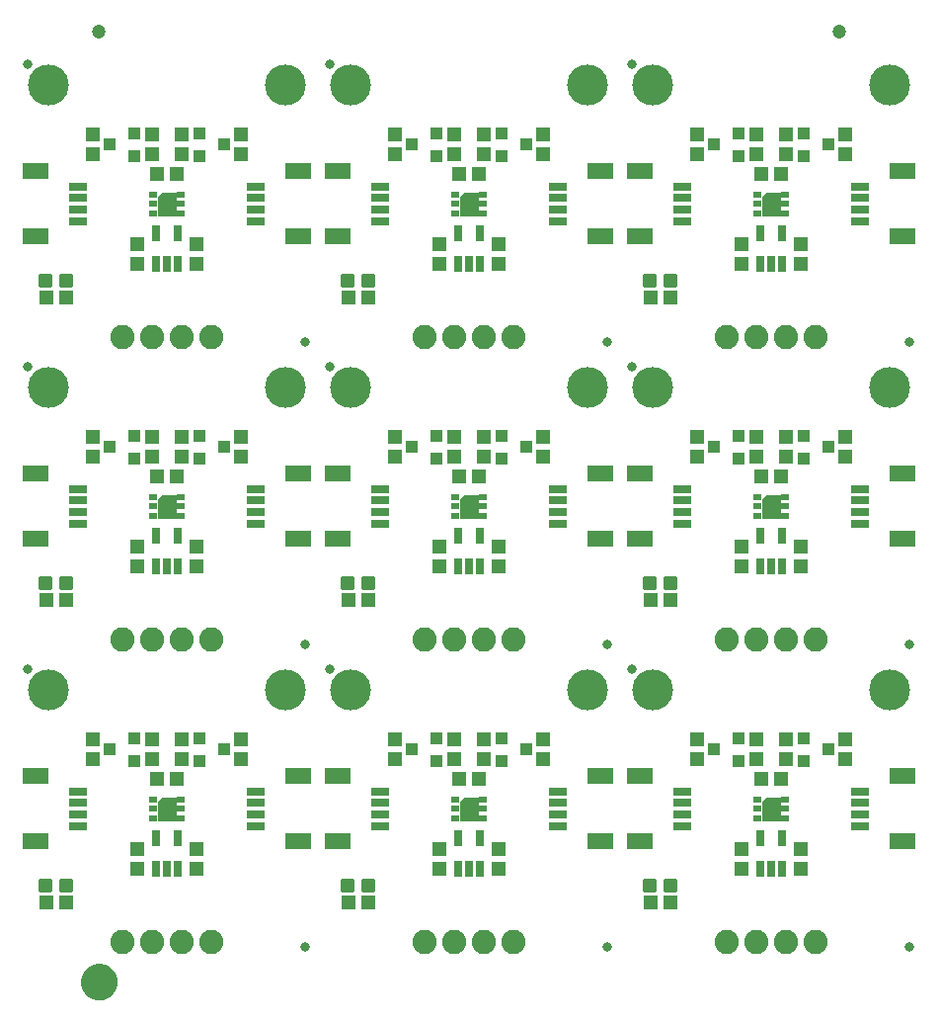
<source format=gts>
G75*
%MOIN*%
%OFA0B0*%
%FSLAX25Y25*%
%IPPOS*%
%LPD*%
%AMOC8*
5,1,8,0,0,1.08239X$1,22.5*
%
%ADD10C,0.13800*%
%ADD11C,0.03300*%
%ADD12R,0.08674X0.05524*%
%ADD13R,0.06115X0.03162*%
%ADD14C,0.08200*%
%ADD15R,0.05131X0.04737*%
%ADD16C,0.01421*%
%ADD17R,0.02965X0.02375*%
%ADD18C,0.00000*%
%ADD19C,0.00001*%
%ADD20R,0.02965X0.05524*%
%ADD21R,0.04343X0.03950*%
%ADD22R,0.04737X0.05131*%
%ADD23C,0.04737*%
%ADD24C,0.05000*%
%ADD25C,0.06706*%
D10*
X0043342Y0118750D03*
X0123342Y0118750D03*
X0145342Y0118750D03*
X0225342Y0118750D03*
X0247342Y0118750D03*
X0327342Y0118750D03*
X0327342Y0220750D03*
X0247342Y0220750D03*
X0225342Y0220750D03*
X0145342Y0220750D03*
X0123342Y0220750D03*
X0043342Y0220750D03*
X0043342Y0322750D03*
X0123342Y0322750D03*
X0145342Y0322750D03*
X0225342Y0322750D03*
X0247342Y0322750D03*
X0327342Y0322750D03*
D11*
X0240342Y0329750D03*
X0138342Y0329750D03*
X0036342Y0329750D03*
X0129842Y0236250D03*
X0138342Y0227750D03*
X0231842Y0236250D03*
X0240342Y0227750D03*
X0333842Y0236250D03*
X0333842Y0134250D03*
X0240342Y0125750D03*
X0231842Y0134250D03*
X0138342Y0125750D03*
X0129842Y0134250D03*
X0036342Y0125750D03*
X0129842Y0032250D03*
X0231842Y0032250D03*
X0333842Y0032250D03*
X0036342Y0227750D03*
D12*
X0038873Y0191774D03*
X0038873Y0169726D03*
X0038873Y0089774D03*
X0038873Y0067726D03*
X0127810Y0067726D03*
X0140873Y0067726D03*
X0140873Y0089774D03*
X0127810Y0089774D03*
X0127810Y0169726D03*
X0140873Y0169726D03*
X0140873Y0191774D03*
X0127810Y0191774D03*
X0127810Y0271726D03*
X0140873Y0271726D03*
X0140873Y0293774D03*
X0127810Y0293774D03*
X0038873Y0293774D03*
X0038873Y0271726D03*
X0229810Y0271726D03*
X0242873Y0271726D03*
X0242873Y0293774D03*
X0229810Y0293774D03*
X0331810Y0293774D03*
X0331810Y0271726D03*
X0331810Y0191774D03*
X0331810Y0169726D03*
X0331810Y0089774D03*
X0331810Y0067726D03*
X0242873Y0067726D03*
X0229810Y0067726D03*
X0229810Y0089774D03*
X0242873Y0089774D03*
X0242873Y0169726D03*
X0229810Y0169726D03*
X0229810Y0191774D03*
X0242873Y0191774D03*
D13*
X0257342Y0186656D03*
X0257342Y0182719D03*
X0257342Y0178781D03*
X0257342Y0174844D03*
X0215342Y0174844D03*
X0215342Y0178781D03*
X0215342Y0182719D03*
X0215342Y0186656D03*
X0155342Y0186656D03*
X0155342Y0182719D03*
X0155342Y0178781D03*
X0155342Y0174844D03*
X0113342Y0174844D03*
X0113342Y0178781D03*
X0113342Y0182719D03*
X0113342Y0186656D03*
X0053342Y0186656D03*
X0053342Y0182719D03*
X0053342Y0178781D03*
X0053342Y0174844D03*
X0053342Y0084656D03*
X0053342Y0080719D03*
X0053342Y0076781D03*
X0053342Y0072844D03*
X0113342Y0072844D03*
X0113342Y0076781D03*
X0113342Y0080719D03*
X0113342Y0084656D03*
X0155342Y0084656D03*
X0155342Y0080719D03*
X0155342Y0076781D03*
X0155342Y0072844D03*
X0215342Y0072844D03*
X0215342Y0076781D03*
X0215342Y0080719D03*
X0215342Y0084656D03*
X0257342Y0084656D03*
X0257342Y0080719D03*
X0257342Y0076781D03*
X0257342Y0072844D03*
X0317342Y0072844D03*
X0317342Y0076781D03*
X0317342Y0080719D03*
X0317342Y0084656D03*
X0317342Y0174844D03*
X0317342Y0178781D03*
X0317342Y0182719D03*
X0317342Y0186656D03*
X0317342Y0276844D03*
X0317342Y0280781D03*
X0317342Y0284719D03*
X0317342Y0288656D03*
X0257342Y0288656D03*
X0257342Y0284719D03*
X0257342Y0280781D03*
X0257342Y0276844D03*
X0215342Y0276844D03*
X0215342Y0280781D03*
X0215342Y0284719D03*
X0215342Y0288656D03*
X0155342Y0288656D03*
X0155342Y0284719D03*
X0155342Y0280781D03*
X0155342Y0276844D03*
X0113342Y0276844D03*
X0113342Y0280781D03*
X0113342Y0284719D03*
X0113342Y0288656D03*
X0053342Y0288656D03*
X0053342Y0284719D03*
X0053342Y0280781D03*
X0053342Y0276844D03*
D14*
X0068342Y0237750D03*
X0078342Y0237750D03*
X0088342Y0237750D03*
X0098342Y0237750D03*
X0170342Y0237750D03*
X0180342Y0237750D03*
X0190342Y0237750D03*
X0200342Y0237750D03*
X0272342Y0237750D03*
X0282342Y0237750D03*
X0292342Y0237750D03*
X0302342Y0237750D03*
X0302342Y0135750D03*
X0292342Y0135750D03*
X0282342Y0135750D03*
X0272342Y0135750D03*
X0200342Y0135750D03*
X0190342Y0135750D03*
X0180342Y0135750D03*
X0170342Y0135750D03*
X0098342Y0135750D03*
X0088342Y0135750D03*
X0078342Y0135750D03*
X0068342Y0135750D03*
X0068342Y0033750D03*
X0078342Y0033750D03*
X0088342Y0033750D03*
X0098342Y0033750D03*
X0170342Y0033750D03*
X0180342Y0033750D03*
X0190342Y0033750D03*
X0200342Y0033750D03*
X0272342Y0033750D03*
X0282342Y0033750D03*
X0292342Y0033750D03*
X0302342Y0033750D03*
D15*
X0042495Y0047250D03*
X0049188Y0047250D03*
X0079995Y0088750D03*
X0086688Y0088750D03*
X0144495Y0047250D03*
X0151188Y0047250D03*
X0181995Y0088750D03*
X0188688Y0088750D03*
X0246495Y0047250D03*
X0253188Y0047250D03*
X0283995Y0088750D03*
X0290688Y0088750D03*
X0253188Y0149250D03*
X0246495Y0149250D03*
X0283995Y0190750D03*
X0290688Y0190750D03*
X0253188Y0251250D03*
X0246495Y0251250D03*
X0283995Y0292750D03*
X0290688Y0292750D03*
X0188688Y0292750D03*
X0181995Y0292750D03*
X0151188Y0251250D03*
X0144495Y0251250D03*
X0086688Y0292750D03*
X0079995Y0292750D03*
X0049188Y0251250D03*
X0042495Y0251250D03*
X0079995Y0190750D03*
X0086688Y0190750D03*
X0049188Y0149250D03*
X0042495Y0149250D03*
X0144495Y0149250D03*
X0151188Y0149250D03*
X0181995Y0190750D03*
X0188688Y0190750D03*
D16*
X0149637Y0156408D02*
X0149637Y0153092D01*
X0149637Y0156408D02*
X0152953Y0156408D01*
X0152953Y0153092D01*
X0149637Y0153092D01*
X0149637Y0154512D02*
X0152953Y0154512D01*
X0152953Y0155932D02*
X0149637Y0155932D01*
X0142731Y0156408D02*
X0142731Y0153092D01*
X0142731Y0156408D02*
X0146047Y0156408D01*
X0146047Y0153092D01*
X0142731Y0153092D01*
X0142731Y0154512D02*
X0146047Y0154512D01*
X0146047Y0155932D02*
X0142731Y0155932D01*
X0047637Y0156408D02*
X0047637Y0153092D01*
X0047637Y0156408D02*
X0050953Y0156408D01*
X0050953Y0153092D01*
X0047637Y0153092D01*
X0047637Y0154512D02*
X0050953Y0154512D01*
X0050953Y0155932D02*
X0047637Y0155932D01*
X0040731Y0156408D02*
X0040731Y0153092D01*
X0040731Y0156408D02*
X0044047Y0156408D01*
X0044047Y0153092D01*
X0040731Y0153092D01*
X0040731Y0154512D02*
X0044047Y0154512D01*
X0044047Y0155932D02*
X0040731Y0155932D01*
X0040731Y0255092D02*
X0040731Y0258408D01*
X0044047Y0258408D01*
X0044047Y0255092D01*
X0040731Y0255092D01*
X0040731Y0256512D02*
X0044047Y0256512D01*
X0044047Y0257932D02*
X0040731Y0257932D01*
X0047637Y0258408D02*
X0047637Y0255092D01*
X0047637Y0258408D02*
X0050953Y0258408D01*
X0050953Y0255092D01*
X0047637Y0255092D01*
X0047637Y0256512D02*
X0050953Y0256512D01*
X0050953Y0257932D02*
X0047637Y0257932D01*
X0142731Y0258408D02*
X0142731Y0255092D01*
X0142731Y0258408D02*
X0146047Y0258408D01*
X0146047Y0255092D01*
X0142731Y0255092D01*
X0142731Y0256512D02*
X0146047Y0256512D01*
X0146047Y0257932D02*
X0142731Y0257932D01*
X0149637Y0258408D02*
X0149637Y0255092D01*
X0149637Y0258408D02*
X0152953Y0258408D01*
X0152953Y0255092D01*
X0149637Y0255092D01*
X0149637Y0256512D02*
X0152953Y0256512D01*
X0152953Y0257932D02*
X0149637Y0257932D01*
X0244731Y0258408D02*
X0244731Y0255092D01*
X0244731Y0258408D02*
X0248047Y0258408D01*
X0248047Y0255092D01*
X0244731Y0255092D01*
X0244731Y0256512D02*
X0248047Y0256512D01*
X0248047Y0257932D02*
X0244731Y0257932D01*
X0251637Y0258408D02*
X0251637Y0255092D01*
X0251637Y0258408D02*
X0254953Y0258408D01*
X0254953Y0255092D01*
X0251637Y0255092D01*
X0251637Y0256512D02*
X0254953Y0256512D01*
X0254953Y0257932D02*
X0251637Y0257932D01*
X0251637Y0156408D02*
X0251637Y0153092D01*
X0251637Y0156408D02*
X0254953Y0156408D01*
X0254953Y0153092D01*
X0251637Y0153092D01*
X0251637Y0154512D02*
X0254953Y0154512D01*
X0254953Y0155932D02*
X0251637Y0155932D01*
X0244731Y0156408D02*
X0244731Y0153092D01*
X0244731Y0156408D02*
X0248047Y0156408D01*
X0248047Y0153092D01*
X0244731Y0153092D01*
X0244731Y0154512D02*
X0248047Y0154512D01*
X0248047Y0155932D02*
X0244731Y0155932D01*
X0244731Y0054408D02*
X0244731Y0051092D01*
X0244731Y0054408D02*
X0248047Y0054408D01*
X0248047Y0051092D01*
X0244731Y0051092D01*
X0244731Y0052512D02*
X0248047Y0052512D01*
X0248047Y0053932D02*
X0244731Y0053932D01*
X0251637Y0054408D02*
X0251637Y0051092D01*
X0251637Y0054408D02*
X0254953Y0054408D01*
X0254953Y0051092D01*
X0251637Y0051092D01*
X0251637Y0052512D02*
X0254953Y0052512D01*
X0254953Y0053932D02*
X0251637Y0053932D01*
X0149637Y0054408D02*
X0149637Y0051092D01*
X0149637Y0054408D02*
X0152953Y0054408D01*
X0152953Y0051092D01*
X0149637Y0051092D01*
X0149637Y0052512D02*
X0152953Y0052512D01*
X0152953Y0053932D02*
X0149637Y0053932D01*
X0142731Y0054408D02*
X0142731Y0051092D01*
X0142731Y0054408D02*
X0146047Y0054408D01*
X0146047Y0051092D01*
X0142731Y0051092D01*
X0142731Y0052512D02*
X0146047Y0052512D01*
X0146047Y0053932D02*
X0142731Y0053932D01*
X0047637Y0054408D02*
X0047637Y0051092D01*
X0047637Y0054408D02*
X0050953Y0054408D01*
X0050953Y0051092D01*
X0047637Y0051092D01*
X0047637Y0052512D02*
X0050953Y0052512D01*
X0050953Y0053932D02*
X0047637Y0053932D01*
X0040731Y0054408D02*
X0040731Y0051092D01*
X0040731Y0054408D02*
X0044047Y0054408D01*
X0044047Y0051092D01*
X0040731Y0051092D01*
X0040731Y0052512D02*
X0044047Y0052512D01*
X0044047Y0053932D02*
X0040731Y0053932D01*
D17*
X0078814Y0075600D03*
X0078814Y0078750D03*
X0078814Y0081900D03*
X0087869Y0081900D03*
X0087869Y0078750D03*
X0087869Y0075600D03*
X0180814Y0075600D03*
X0180814Y0078750D03*
X0180814Y0081900D03*
X0189869Y0081900D03*
X0189869Y0078750D03*
X0189869Y0075600D03*
X0282814Y0075600D03*
X0282814Y0078750D03*
X0282814Y0081900D03*
X0291869Y0081900D03*
X0291869Y0078750D03*
X0291869Y0075600D03*
X0291869Y0177600D03*
X0291869Y0180750D03*
X0291869Y0183900D03*
X0282814Y0183900D03*
X0282814Y0180750D03*
X0282814Y0177600D03*
X0189869Y0177600D03*
X0189869Y0180750D03*
X0189869Y0183900D03*
X0180814Y0183900D03*
X0180814Y0180750D03*
X0180814Y0177600D03*
X0087869Y0177600D03*
X0087869Y0180750D03*
X0087869Y0183900D03*
X0078814Y0183900D03*
X0078814Y0180750D03*
X0078814Y0177600D03*
X0078814Y0279600D03*
X0078814Y0282750D03*
X0078814Y0285900D03*
X0087869Y0285900D03*
X0087869Y0282750D03*
X0087869Y0279600D03*
X0180814Y0279600D03*
X0180814Y0282750D03*
X0180814Y0285900D03*
X0189869Y0285900D03*
X0189869Y0282750D03*
X0189869Y0279600D03*
X0282814Y0279600D03*
X0282814Y0282750D03*
X0282814Y0285900D03*
X0291869Y0285900D03*
X0291869Y0282750D03*
X0291869Y0279600D03*
D18*
X0290196Y0279010D02*
X0290196Y0286490D01*
X0285767Y0286490D01*
X0284487Y0285211D01*
X0284487Y0279010D01*
X0290196Y0279010D01*
X0188196Y0279010D02*
X0188196Y0286490D01*
X0183767Y0286490D01*
X0182487Y0285211D01*
X0182487Y0279010D01*
X0188196Y0279010D01*
X0086196Y0279010D02*
X0086196Y0286490D01*
X0081767Y0286490D01*
X0080487Y0285211D01*
X0080487Y0279010D01*
X0086196Y0279010D01*
X0086196Y0184490D02*
X0081767Y0184490D01*
X0080487Y0183211D01*
X0080487Y0177010D01*
X0086196Y0177010D01*
X0086196Y0184490D01*
X0182487Y0183211D02*
X0182487Y0177010D01*
X0188196Y0177010D01*
X0188196Y0184490D01*
X0183767Y0184490D01*
X0182487Y0183211D01*
X0284487Y0183211D02*
X0284487Y0177010D01*
X0290196Y0177010D01*
X0290196Y0184490D01*
X0285767Y0184490D01*
X0284487Y0183211D01*
X0285767Y0082490D02*
X0284487Y0081211D01*
X0284487Y0075010D01*
X0290196Y0075010D01*
X0290196Y0082490D01*
X0285767Y0082490D01*
X0188196Y0082490D02*
X0188196Y0075010D01*
X0182487Y0075010D01*
X0182487Y0081211D01*
X0183767Y0082490D01*
X0188196Y0082490D01*
X0086196Y0082490D02*
X0086196Y0075010D01*
X0080487Y0075010D01*
X0080487Y0081211D01*
X0081767Y0082490D01*
X0086196Y0082490D01*
D19*
X0086196Y0082489D02*
X0081766Y0082489D01*
X0081765Y0082489D02*
X0086196Y0082489D01*
X0086196Y0082488D02*
X0081765Y0082488D01*
X0081764Y0082487D02*
X0086196Y0082487D01*
X0086196Y0082486D02*
X0081763Y0082486D01*
X0081762Y0082485D02*
X0086196Y0082485D01*
X0081761Y0082485D01*
X0081761Y0082484D02*
X0086196Y0082484D01*
X0086196Y0082483D02*
X0081760Y0082483D01*
X0081759Y0082482D02*
X0086196Y0082482D01*
X0086196Y0082481D02*
X0081758Y0082481D01*
X0081757Y0082481D02*
X0086196Y0082481D01*
X0086196Y0082480D02*
X0081757Y0082480D01*
X0081756Y0082479D02*
X0086196Y0082479D01*
X0086196Y0082478D02*
X0081755Y0082478D01*
X0081754Y0082477D02*
X0086196Y0082477D01*
X0081753Y0082477D01*
X0081753Y0082476D02*
X0086196Y0082476D01*
X0086196Y0082475D02*
X0081752Y0082475D01*
X0081751Y0082474D02*
X0086196Y0082474D01*
X0086196Y0082473D02*
X0081750Y0082473D01*
X0081749Y0082473D02*
X0086196Y0082473D01*
X0086196Y0082472D02*
X0081749Y0082472D01*
X0081748Y0082471D02*
X0086196Y0082471D01*
X0086196Y0082470D02*
X0081747Y0082470D01*
X0081746Y0082469D02*
X0086196Y0082469D01*
X0081745Y0082469D01*
X0081745Y0082468D02*
X0086196Y0082468D01*
X0086196Y0082467D02*
X0081744Y0082467D01*
X0081743Y0082466D02*
X0086196Y0082466D01*
X0086196Y0082465D02*
X0081742Y0082465D01*
X0081741Y0082465D02*
X0086196Y0082465D01*
X0086196Y0082464D02*
X0081741Y0082464D01*
X0081740Y0082463D02*
X0086196Y0082463D01*
X0086196Y0082462D02*
X0081739Y0082462D01*
X0081738Y0082461D02*
X0086196Y0082461D01*
X0081737Y0082461D01*
X0081737Y0082460D02*
X0086196Y0082460D01*
X0086196Y0082459D02*
X0081736Y0082459D01*
X0081735Y0082458D02*
X0086196Y0082458D01*
X0086196Y0082457D02*
X0081734Y0082457D01*
X0081733Y0082457D02*
X0086196Y0082457D01*
X0086196Y0082456D02*
X0081733Y0082456D01*
X0081732Y0082455D02*
X0086196Y0082455D01*
X0086196Y0082454D02*
X0081731Y0082454D01*
X0081730Y0082453D02*
X0086196Y0082453D01*
X0081729Y0082453D01*
X0081729Y0082452D02*
X0086196Y0082452D01*
X0086196Y0082451D02*
X0081728Y0082451D01*
X0081727Y0082450D02*
X0086196Y0082450D01*
X0086196Y0082449D02*
X0081726Y0082449D01*
X0081725Y0082449D02*
X0086196Y0082449D01*
X0086196Y0082448D02*
X0081725Y0082448D01*
X0081724Y0082447D02*
X0086196Y0082447D01*
X0086196Y0082446D02*
X0081723Y0082446D01*
X0081722Y0082445D02*
X0086196Y0082445D01*
X0081721Y0082445D01*
X0081721Y0082444D02*
X0086196Y0082444D01*
X0086196Y0082443D02*
X0081720Y0082443D01*
X0081719Y0082442D02*
X0086196Y0082442D01*
X0086196Y0082441D02*
X0081718Y0082441D01*
X0081717Y0082441D02*
X0086196Y0082441D01*
X0086196Y0082440D02*
X0081717Y0082440D01*
X0081716Y0082439D02*
X0086196Y0082439D01*
X0086196Y0082438D02*
X0081715Y0082438D01*
X0081714Y0082437D02*
X0086196Y0082437D01*
X0081713Y0082437D01*
X0081713Y0082436D02*
X0086196Y0082436D01*
X0086196Y0082435D02*
X0081712Y0082435D01*
X0081711Y0082434D02*
X0086196Y0082434D01*
X0086196Y0082433D02*
X0081710Y0082433D01*
X0081709Y0082433D02*
X0086196Y0082433D01*
X0086196Y0082432D02*
X0081709Y0082432D01*
X0081708Y0082431D02*
X0086196Y0082431D01*
X0086196Y0082430D02*
X0081707Y0082430D01*
X0081706Y0082429D02*
X0086196Y0082429D01*
X0081705Y0082429D01*
X0081705Y0082428D02*
X0086196Y0082428D01*
X0086196Y0082427D02*
X0081704Y0082427D01*
X0081703Y0082426D02*
X0086196Y0082426D01*
X0086196Y0082425D02*
X0081702Y0082425D01*
X0081701Y0082425D02*
X0086196Y0082425D01*
X0086196Y0082424D02*
X0081701Y0082424D01*
X0081700Y0082423D02*
X0086196Y0082423D01*
X0086196Y0082422D02*
X0081699Y0082422D01*
X0081698Y0082421D02*
X0086196Y0082421D01*
X0081697Y0082421D01*
X0081697Y0082420D02*
X0086196Y0082420D01*
X0086196Y0082419D02*
X0081696Y0082419D01*
X0081695Y0082418D02*
X0086196Y0082418D01*
X0086196Y0082417D02*
X0081694Y0082417D01*
X0081693Y0082417D02*
X0086196Y0082417D01*
X0086196Y0082416D02*
X0081693Y0082416D01*
X0081692Y0082415D02*
X0086196Y0082415D01*
X0086196Y0082414D02*
X0081691Y0082414D01*
X0081690Y0082413D02*
X0086196Y0082413D01*
X0081689Y0082413D01*
X0081689Y0082412D02*
X0086196Y0082412D01*
X0086196Y0082411D02*
X0081688Y0082411D01*
X0081687Y0082410D02*
X0086196Y0082410D01*
X0086196Y0082409D02*
X0081686Y0082409D01*
X0081685Y0082409D02*
X0086196Y0082409D01*
X0086196Y0082408D02*
X0081685Y0082408D01*
X0081684Y0082407D02*
X0086196Y0082407D01*
X0086196Y0082406D02*
X0081683Y0082406D01*
X0081682Y0082405D02*
X0086196Y0082405D01*
X0081681Y0082405D01*
X0081681Y0082404D02*
X0086196Y0082404D01*
X0086196Y0082403D02*
X0081680Y0082403D01*
X0081679Y0082402D02*
X0086196Y0082402D01*
X0086196Y0082401D02*
X0081678Y0082401D01*
X0081677Y0082401D02*
X0086196Y0082401D01*
X0086196Y0082400D02*
X0081677Y0082400D01*
X0081676Y0082399D02*
X0086196Y0082399D01*
X0086196Y0082398D02*
X0081675Y0082398D01*
X0081674Y0082397D02*
X0086196Y0082397D01*
X0081673Y0082397D01*
X0081673Y0082396D02*
X0086196Y0082396D01*
X0086196Y0082395D02*
X0081672Y0082395D01*
X0081671Y0082394D02*
X0086196Y0082394D01*
X0086196Y0082393D02*
X0081670Y0082393D01*
X0081669Y0082393D02*
X0086196Y0082393D01*
X0086196Y0082392D02*
X0081669Y0082392D01*
X0081668Y0082391D02*
X0086196Y0082391D01*
X0086196Y0082390D02*
X0081667Y0082390D01*
X0081666Y0082389D02*
X0086196Y0082389D01*
X0081665Y0082389D01*
X0081665Y0082388D02*
X0086196Y0082388D01*
X0086196Y0082387D02*
X0081664Y0082387D01*
X0081663Y0082386D02*
X0086196Y0082386D01*
X0086196Y0082385D02*
X0081662Y0082385D01*
X0081661Y0082385D02*
X0086196Y0082385D01*
X0086196Y0082384D02*
X0081661Y0082384D01*
X0081660Y0082383D02*
X0086196Y0082383D01*
X0086196Y0082382D02*
X0081659Y0082382D01*
X0081658Y0082381D02*
X0086196Y0082381D01*
X0081657Y0082381D01*
X0081657Y0082380D02*
X0086196Y0082380D01*
X0086196Y0082379D02*
X0081656Y0082379D01*
X0081655Y0082378D02*
X0086196Y0082378D01*
X0086196Y0082377D02*
X0081654Y0082377D01*
X0081653Y0082377D02*
X0086196Y0082377D01*
X0086196Y0082376D02*
X0081653Y0082376D01*
X0081652Y0082375D02*
X0086196Y0082375D01*
X0086196Y0082374D02*
X0081651Y0082374D01*
X0081650Y0082373D02*
X0086196Y0082373D01*
X0081649Y0082373D01*
X0081649Y0082372D02*
X0086196Y0082372D01*
X0086196Y0082371D02*
X0081648Y0082371D01*
X0081647Y0082370D02*
X0086196Y0082370D01*
X0086196Y0082369D02*
X0081646Y0082369D01*
X0081645Y0082369D02*
X0086196Y0082369D01*
X0086196Y0082368D02*
X0081645Y0082368D01*
X0081644Y0082367D02*
X0086196Y0082367D01*
X0086196Y0082366D02*
X0081643Y0082366D01*
X0081642Y0082365D02*
X0086196Y0082365D01*
X0081641Y0082365D01*
X0081641Y0082364D02*
X0086196Y0082364D01*
X0086196Y0082363D02*
X0081640Y0082363D01*
X0081639Y0082362D02*
X0086196Y0082362D01*
X0086196Y0082361D02*
X0081638Y0082361D01*
X0081637Y0082361D02*
X0086196Y0082361D01*
X0086196Y0082360D02*
X0081637Y0082360D01*
X0081636Y0082359D02*
X0086196Y0082359D01*
X0086196Y0082358D02*
X0081635Y0082358D01*
X0081634Y0082357D02*
X0086196Y0082357D01*
X0081633Y0082357D01*
X0081633Y0082356D02*
X0086196Y0082356D01*
X0086196Y0082355D02*
X0081632Y0082355D01*
X0081631Y0082354D02*
X0086196Y0082354D01*
X0086196Y0082353D02*
X0081630Y0082353D01*
X0081629Y0082353D02*
X0086196Y0082353D01*
X0086196Y0082352D02*
X0081629Y0082352D01*
X0081628Y0082351D02*
X0086196Y0082351D01*
X0086196Y0082350D02*
X0081627Y0082350D01*
X0081626Y0082349D02*
X0086196Y0082349D01*
X0081625Y0082349D01*
X0081625Y0082348D02*
X0086196Y0082348D01*
X0086196Y0082347D02*
X0081624Y0082347D01*
X0081623Y0082346D02*
X0086196Y0082346D01*
X0086196Y0082345D02*
X0081622Y0082345D01*
X0081621Y0082345D02*
X0086196Y0082345D01*
X0086196Y0082344D02*
X0081621Y0082344D01*
X0081620Y0082343D02*
X0086196Y0082343D01*
X0086196Y0082342D02*
X0081619Y0082342D01*
X0081618Y0082341D02*
X0086196Y0082341D01*
X0081617Y0082341D01*
X0081617Y0082340D02*
X0086196Y0082340D01*
X0086196Y0082339D02*
X0081616Y0082339D01*
X0081615Y0082338D02*
X0086196Y0082338D01*
X0086196Y0082337D02*
X0081614Y0082337D01*
X0081613Y0082337D02*
X0086196Y0082337D01*
X0086196Y0082336D02*
X0081613Y0082336D01*
X0081612Y0082335D02*
X0086196Y0082335D01*
X0086196Y0082334D02*
X0081611Y0082334D01*
X0081610Y0082333D02*
X0086196Y0082333D01*
X0081609Y0082333D01*
X0081609Y0082332D02*
X0086196Y0082332D01*
X0086196Y0082331D02*
X0081608Y0082331D01*
X0081607Y0082330D02*
X0086196Y0082330D01*
X0086196Y0082329D02*
X0081606Y0082329D01*
X0081605Y0082329D02*
X0086196Y0082329D01*
X0086196Y0082328D02*
X0081605Y0082328D01*
X0081604Y0082327D02*
X0086196Y0082327D01*
X0086196Y0082326D02*
X0081603Y0082326D01*
X0081602Y0082325D02*
X0086196Y0082325D01*
X0081601Y0082325D01*
X0081601Y0082324D02*
X0086196Y0082324D01*
X0086196Y0082323D02*
X0081600Y0082323D01*
X0081599Y0082322D02*
X0086196Y0082322D01*
X0086196Y0082321D02*
X0081598Y0082321D01*
X0081597Y0082321D02*
X0086196Y0082321D01*
X0086196Y0082320D02*
X0081597Y0082320D01*
X0081596Y0082319D02*
X0086196Y0082319D01*
X0086196Y0082318D02*
X0081595Y0082318D01*
X0081594Y0082317D02*
X0086196Y0082317D01*
X0081593Y0082317D01*
X0081593Y0082316D02*
X0086196Y0082316D01*
X0086196Y0082315D02*
X0081592Y0082315D01*
X0081591Y0082314D02*
X0086196Y0082314D01*
X0086196Y0082313D02*
X0081590Y0082313D01*
X0081589Y0082313D02*
X0086196Y0082313D01*
X0086196Y0082312D02*
X0081589Y0082312D01*
X0081588Y0082311D02*
X0086196Y0082311D01*
X0086196Y0082310D02*
X0081587Y0082310D01*
X0081586Y0082309D02*
X0086196Y0082309D01*
X0081585Y0082309D01*
X0081585Y0082308D02*
X0086196Y0082308D01*
X0086196Y0082307D02*
X0081584Y0082307D01*
X0081583Y0082306D02*
X0086196Y0082306D01*
X0086196Y0082305D02*
X0081582Y0082305D01*
X0081581Y0082305D02*
X0086196Y0082305D01*
X0086196Y0082304D02*
X0081581Y0082304D01*
X0081580Y0082303D02*
X0086196Y0082303D01*
X0086196Y0082302D02*
X0081579Y0082302D01*
X0081578Y0082301D02*
X0086196Y0082301D01*
X0081577Y0082301D01*
X0081577Y0082300D02*
X0086196Y0082300D01*
X0086196Y0082299D02*
X0081576Y0082299D01*
X0081575Y0082298D02*
X0086196Y0082298D01*
X0086196Y0082297D02*
X0081574Y0082297D01*
X0081573Y0082297D02*
X0086196Y0082297D01*
X0086196Y0082296D02*
X0081573Y0082296D01*
X0081572Y0082295D02*
X0086196Y0082295D01*
X0086196Y0082294D02*
X0081571Y0082294D01*
X0081570Y0082293D02*
X0086196Y0082293D01*
X0081569Y0082293D01*
X0081569Y0082292D02*
X0086196Y0082292D01*
X0086196Y0082291D02*
X0081568Y0082291D01*
X0081567Y0082290D02*
X0086196Y0082290D01*
X0086196Y0082289D02*
X0081566Y0082289D01*
X0081565Y0082289D02*
X0086196Y0082289D01*
X0086196Y0082288D02*
X0081565Y0082288D01*
X0081564Y0082287D02*
X0086196Y0082287D01*
X0086196Y0082286D02*
X0081563Y0082286D01*
X0081562Y0082285D02*
X0086196Y0082285D01*
X0081561Y0082285D01*
X0081561Y0082284D02*
X0086196Y0082284D01*
X0086196Y0082283D02*
X0081560Y0082283D01*
X0081559Y0082282D02*
X0086196Y0082282D01*
X0086196Y0082281D02*
X0081558Y0082281D01*
X0081557Y0082281D02*
X0086196Y0082281D01*
X0086196Y0082280D02*
X0081557Y0082280D01*
X0081556Y0082279D02*
X0086196Y0082279D01*
X0086196Y0082278D02*
X0081555Y0082278D01*
X0081554Y0082277D02*
X0086196Y0082277D01*
X0081553Y0082277D01*
X0081553Y0082276D02*
X0086196Y0082276D01*
X0086196Y0082275D02*
X0081552Y0082275D01*
X0081551Y0082274D02*
X0086196Y0082274D01*
X0086196Y0082273D02*
X0081550Y0082273D01*
X0081549Y0082273D02*
X0086196Y0082273D01*
X0086196Y0082272D02*
X0081549Y0082272D01*
X0081548Y0082271D02*
X0086196Y0082271D01*
X0086196Y0082270D02*
X0081547Y0082270D01*
X0081546Y0082269D02*
X0086196Y0082269D01*
X0081545Y0082269D01*
X0081545Y0082268D02*
X0086196Y0082268D01*
X0086196Y0082267D02*
X0081544Y0082267D01*
X0081543Y0082266D02*
X0086196Y0082266D01*
X0086196Y0082265D02*
X0081542Y0082265D01*
X0081541Y0082265D02*
X0086196Y0082265D01*
X0086196Y0082264D02*
X0081541Y0082264D01*
X0081540Y0082263D02*
X0086196Y0082263D01*
X0086196Y0082262D02*
X0081539Y0082262D01*
X0081538Y0082261D02*
X0086196Y0082261D01*
X0081537Y0082261D01*
X0081537Y0082260D02*
X0086196Y0082260D01*
X0086196Y0082259D02*
X0081536Y0082259D01*
X0081535Y0082258D02*
X0086196Y0082258D01*
X0086196Y0082257D02*
X0081534Y0082257D01*
X0081533Y0082257D02*
X0086196Y0082257D01*
X0086196Y0082256D02*
X0081533Y0082256D01*
X0081532Y0082255D02*
X0086196Y0082255D01*
X0086196Y0082254D02*
X0081531Y0082254D01*
X0081530Y0082253D02*
X0086196Y0082253D01*
X0081529Y0082253D01*
X0081529Y0082252D02*
X0086196Y0082252D01*
X0086196Y0082251D02*
X0081528Y0082251D01*
X0081527Y0082250D02*
X0086196Y0082250D01*
X0086196Y0082249D02*
X0081526Y0082249D01*
X0081525Y0082249D02*
X0086196Y0082249D01*
X0086196Y0082248D02*
X0081525Y0082248D01*
X0081524Y0082247D02*
X0086196Y0082247D01*
X0086196Y0082246D02*
X0081523Y0082246D01*
X0081522Y0082245D02*
X0086196Y0082245D01*
X0081521Y0082245D01*
X0081521Y0082244D02*
X0086196Y0082244D01*
X0086196Y0082243D02*
X0081520Y0082243D01*
X0081519Y0082242D02*
X0086196Y0082242D01*
X0086196Y0082241D02*
X0081518Y0082241D01*
X0081517Y0082241D02*
X0086196Y0082241D01*
X0086196Y0082240D02*
X0081517Y0082240D01*
X0081516Y0082239D02*
X0086196Y0082239D01*
X0086196Y0082238D02*
X0081515Y0082238D01*
X0081514Y0082237D02*
X0086196Y0082237D01*
X0081513Y0082237D01*
X0081513Y0082236D02*
X0086196Y0082236D01*
X0086196Y0082235D02*
X0081512Y0082235D01*
X0081511Y0082234D02*
X0086196Y0082234D01*
X0086196Y0082233D02*
X0081510Y0082233D01*
X0081509Y0082233D02*
X0086196Y0082233D01*
X0086196Y0082232D02*
X0081509Y0082232D01*
X0081508Y0082231D02*
X0086196Y0082231D01*
X0086196Y0082230D02*
X0081507Y0082230D01*
X0081506Y0082229D02*
X0086196Y0082229D01*
X0081505Y0082229D01*
X0081505Y0082228D02*
X0086196Y0082228D01*
X0086196Y0082227D02*
X0081504Y0082227D01*
X0081503Y0082226D02*
X0086196Y0082226D01*
X0086196Y0082225D02*
X0081502Y0082225D01*
X0086196Y0082225D01*
X0086196Y0082224D02*
X0081501Y0082224D01*
X0081500Y0082223D02*
X0086196Y0082223D01*
X0086196Y0082222D02*
X0081499Y0082222D01*
X0081498Y0082221D02*
X0086196Y0082221D01*
X0081498Y0082221D01*
X0081497Y0082220D02*
X0086196Y0082220D01*
X0086196Y0082219D02*
X0081496Y0082219D01*
X0081495Y0082218D02*
X0086196Y0082218D01*
X0086196Y0082217D02*
X0081494Y0082217D01*
X0086196Y0082217D01*
X0086196Y0082216D02*
X0081493Y0082216D01*
X0081492Y0082215D02*
X0086196Y0082215D01*
X0086196Y0082214D02*
X0081491Y0082214D01*
X0081490Y0082213D02*
X0086196Y0082213D01*
X0081490Y0082213D01*
X0081489Y0082212D02*
X0086196Y0082212D01*
X0086196Y0082211D02*
X0081488Y0082211D01*
X0081487Y0082210D02*
X0086196Y0082210D01*
X0086196Y0082209D02*
X0081486Y0082209D01*
X0086196Y0082209D01*
X0086196Y0082208D02*
X0081485Y0082208D01*
X0081484Y0082207D02*
X0086196Y0082207D01*
X0086196Y0082206D02*
X0081483Y0082206D01*
X0081482Y0082205D02*
X0086196Y0082205D01*
X0081482Y0082205D01*
X0081481Y0082204D02*
X0086196Y0082204D01*
X0086196Y0082203D02*
X0081480Y0082203D01*
X0081479Y0082202D02*
X0086196Y0082202D01*
X0086196Y0082201D02*
X0081478Y0082201D01*
X0086196Y0082201D01*
X0086196Y0082200D02*
X0081477Y0082200D01*
X0081476Y0082199D02*
X0086196Y0082199D01*
X0086196Y0082198D02*
X0081475Y0082198D01*
X0081474Y0082197D02*
X0086196Y0082197D01*
X0081474Y0082197D01*
X0081473Y0082196D02*
X0086196Y0082196D01*
X0086196Y0082195D02*
X0081472Y0082195D01*
X0081471Y0082194D02*
X0086196Y0082194D01*
X0086196Y0082193D02*
X0081470Y0082193D01*
X0086196Y0082193D01*
X0086196Y0082192D02*
X0081469Y0082192D01*
X0081468Y0082191D02*
X0086196Y0082191D01*
X0086196Y0082190D02*
X0081467Y0082190D01*
X0081466Y0082189D02*
X0086196Y0082189D01*
X0081466Y0082189D01*
X0081465Y0082188D02*
X0086196Y0082188D01*
X0086196Y0082187D02*
X0081464Y0082187D01*
X0081463Y0082186D02*
X0086196Y0082186D01*
X0086196Y0082185D02*
X0081462Y0082185D01*
X0086196Y0082185D01*
X0086196Y0082184D02*
X0081461Y0082184D01*
X0081460Y0082183D02*
X0086196Y0082183D01*
X0086196Y0082182D02*
X0081459Y0082182D01*
X0081458Y0082181D02*
X0086196Y0082181D01*
X0081458Y0082181D01*
X0081457Y0082180D02*
X0086196Y0082180D01*
X0086196Y0082179D02*
X0081456Y0082179D01*
X0081455Y0082178D02*
X0086196Y0082178D01*
X0086196Y0082177D02*
X0081454Y0082177D01*
X0086196Y0082177D01*
X0086196Y0082176D02*
X0081453Y0082176D01*
X0081452Y0082175D02*
X0086196Y0082175D01*
X0086196Y0082174D02*
X0081451Y0082174D01*
X0081450Y0082173D02*
X0086196Y0082173D01*
X0081450Y0082173D01*
X0081449Y0082172D02*
X0086196Y0082172D01*
X0086196Y0082171D02*
X0081448Y0082171D01*
X0081447Y0082170D02*
X0086196Y0082170D01*
X0086196Y0082169D02*
X0081446Y0082169D01*
X0086196Y0082169D01*
X0086196Y0082168D02*
X0081445Y0082168D01*
X0081444Y0082167D02*
X0086196Y0082167D01*
X0086196Y0082166D02*
X0081443Y0082166D01*
X0081442Y0082165D02*
X0086196Y0082165D01*
X0081442Y0082165D01*
X0081441Y0082164D02*
X0086196Y0082164D01*
X0086196Y0082163D02*
X0081440Y0082163D01*
X0081439Y0082162D02*
X0086196Y0082162D01*
X0086196Y0082161D02*
X0081438Y0082161D01*
X0086196Y0082161D01*
X0086196Y0082160D02*
X0081437Y0082160D01*
X0081436Y0082159D02*
X0086196Y0082159D01*
X0086196Y0082158D02*
X0081435Y0082158D01*
X0081434Y0082157D02*
X0086196Y0082157D01*
X0081434Y0082157D01*
X0081433Y0082156D02*
X0086196Y0082156D01*
X0086196Y0082155D02*
X0081432Y0082155D01*
X0081431Y0082154D02*
X0086196Y0082154D01*
X0086196Y0082153D02*
X0081430Y0082153D01*
X0086196Y0082153D01*
X0086196Y0082152D02*
X0081429Y0082152D01*
X0081428Y0082151D02*
X0086196Y0082151D01*
X0086196Y0082150D02*
X0081427Y0082150D01*
X0081426Y0082149D02*
X0086196Y0082149D01*
X0081426Y0082149D01*
X0081425Y0082148D02*
X0086196Y0082148D01*
X0086196Y0082147D02*
X0081424Y0082147D01*
X0081423Y0082146D02*
X0086196Y0082146D01*
X0086196Y0082145D02*
X0081422Y0082145D01*
X0086196Y0082145D01*
X0086196Y0082144D02*
X0081421Y0082144D01*
X0081420Y0082143D02*
X0086196Y0082143D01*
X0086196Y0082142D02*
X0081419Y0082142D01*
X0081418Y0082141D02*
X0086196Y0082141D01*
X0081418Y0082141D01*
X0081417Y0082140D02*
X0086196Y0082140D01*
X0086196Y0082139D02*
X0081416Y0082139D01*
X0081415Y0082138D02*
X0086196Y0082138D01*
X0086196Y0082137D02*
X0081414Y0082137D01*
X0086196Y0082137D01*
X0086196Y0082136D02*
X0081413Y0082136D01*
X0081412Y0082135D02*
X0086196Y0082135D01*
X0086196Y0082134D02*
X0081411Y0082134D01*
X0081410Y0082133D02*
X0086196Y0082133D01*
X0081410Y0082133D01*
X0081409Y0082132D02*
X0086196Y0082132D01*
X0086196Y0082131D02*
X0081408Y0082131D01*
X0081407Y0082130D02*
X0086196Y0082130D01*
X0086196Y0082129D02*
X0081406Y0082129D01*
X0086196Y0082129D01*
X0086196Y0082128D02*
X0081405Y0082128D01*
X0081404Y0082127D02*
X0086196Y0082127D01*
X0086196Y0082126D02*
X0081403Y0082126D01*
X0081402Y0082125D02*
X0086196Y0082125D01*
X0081402Y0082125D01*
X0081401Y0082124D02*
X0086196Y0082124D01*
X0086196Y0082123D02*
X0081400Y0082123D01*
X0081399Y0082122D02*
X0086196Y0082122D01*
X0086196Y0082121D02*
X0081398Y0082121D01*
X0086196Y0082121D01*
X0086196Y0082120D02*
X0081397Y0082120D01*
X0081396Y0082119D02*
X0086196Y0082119D01*
X0086196Y0082118D02*
X0081395Y0082118D01*
X0081394Y0082117D02*
X0086196Y0082117D01*
X0081394Y0082117D01*
X0081393Y0082116D02*
X0086196Y0082116D01*
X0086196Y0082115D02*
X0081392Y0082115D01*
X0081391Y0082114D02*
X0086196Y0082114D01*
X0086196Y0082113D02*
X0081390Y0082113D01*
X0086196Y0082113D01*
X0086196Y0082112D02*
X0081389Y0082112D01*
X0081388Y0082111D02*
X0086196Y0082111D01*
X0086196Y0082110D02*
X0081387Y0082110D01*
X0081386Y0082109D02*
X0086196Y0082109D01*
X0081386Y0082109D01*
X0081385Y0082108D02*
X0086196Y0082108D01*
X0086196Y0082107D02*
X0081384Y0082107D01*
X0081383Y0082106D02*
X0086196Y0082106D01*
X0086196Y0082105D02*
X0081382Y0082105D01*
X0086196Y0082105D01*
X0086196Y0082104D02*
X0081381Y0082104D01*
X0081380Y0082103D02*
X0086196Y0082103D01*
X0086196Y0082102D02*
X0081379Y0082102D01*
X0081378Y0082102D02*
X0086196Y0082102D01*
X0086196Y0082101D02*
X0081378Y0082101D01*
X0081377Y0082100D02*
X0086196Y0082100D01*
X0086196Y0082099D02*
X0081376Y0082099D01*
X0081375Y0082098D02*
X0086196Y0082098D01*
X0081374Y0082098D01*
X0081374Y0082097D02*
X0086196Y0082097D01*
X0086196Y0082096D02*
X0081373Y0082096D01*
X0081372Y0082095D02*
X0086196Y0082095D01*
X0086196Y0082094D02*
X0081371Y0082094D01*
X0081370Y0082094D02*
X0086196Y0082094D01*
X0086196Y0082093D02*
X0081370Y0082093D01*
X0081369Y0082092D02*
X0086196Y0082092D01*
X0086196Y0082091D02*
X0081368Y0082091D01*
X0081367Y0082090D02*
X0086196Y0082090D01*
X0081366Y0082090D01*
X0081366Y0082089D02*
X0086196Y0082089D01*
X0086196Y0082088D02*
X0081365Y0082088D01*
X0081364Y0082087D02*
X0086196Y0082087D01*
X0086196Y0082086D02*
X0081363Y0082086D01*
X0081362Y0082086D02*
X0086196Y0082086D01*
X0086196Y0082085D02*
X0081362Y0082085D01*
X0081361Y0082084D02*
X0086196Y0082084D01*
X0086196Y0082083D02*
X0081360Y0082083D01*
X0081359Y0082082D02*
X0086196Y0082082D01*
X0081358Y0082082D01*
X0081358Y0082081D02*
X0086196Y0082081D01*
X0086196Y0082080D02*
X0081357Y0082080D01*
X0081356Y0082079D02*
X0086196Y0082079D01*
X0086196Y0082078D02*
X0081355Y0082078D01*
X0081354Y0082078D02*
X0086196Y0082078D01*
X0086196Y0082077D02*
X0081354Y0082077D01*
X0081353Y0082076D02*
X0086196Y0082076D01*
X0086196Y0082075D02*
X0081352Y0082075D01*
X0081351Y0082074D02*
X0086196Y0082074D01*
X0081350Y0082074D01*
X0081350Y0082073D02*
X0086196Y0082073D01*
X0086196Y0082072D02*
X0081349Y0082072D01*
X0081348Y0082071D02*
X0086196Y0082071D01*
X0086196Y0082070D02*
X0081347Y0082070D01*
X0081346Y0082070D02*
X0086196Y0082070D01*
X0086196Y0082069D02*
X0081346Y0082069D01*
X0081345Y0082068D02*
X0086196Y0082068D01*
X0086196Y0082067D02*
X0081344Y0082067D01*
X0081343Y0082066D02*
X0086196Y0082066D01*
X0081342Y0082066D01*
X0081342Y0082065D02*
X0086196Y0082065D01*
X0086196Y0082064D02*
X0081341Y0082064D01*
X0081340Y0082063D02*
X0086196Y0082063D01*
X0086196Y0082062D02*
X0081339Y0082062D01*
X0081338Y0082062D02*
X0086196Y0082062D01*
X0086196Y0082061D02*
X0081338Y0082061D01*
X0081337Y0082060D02*
X0086196Y0082060D01*
X0086196Y0082059D02*
X0081336Y0082059D01*
X0081335Y0082058D02*
X0086196Y0082058D01*
X0081334Y0082058D01*
X0081334Y0082057D02*
X0086196Y0082057D01*
X0086196Y0082056D02*
X0081333Y0082056D01*
X0081332Y0082055D02*
X0086196Y0082055D01*
X0086196Y0082054D02*
X0081331Y0082054D01*
X0081330Y0082054D02*
X0086196Y0082054D01*
X0086196Y0082053D02*
X0081330Y0082053D01*
X0081329Y0082052D02*
X0086196Y0082052D01*
X0086196Y0082051D02*
X0081328Y0082051D01*
X0081327Y0082050D02*
X0086196Y0082050D01*
X0081326Y0082050D01*
X0081326Y0082049D02*
X0086196Y0082049D01*
X0086196Y0082048D02*
X0081325Y0082048D01*
X0081324Y0082047D02*
X0086196Y0082047D01*
X0086196Y0082046D02*
X0081323Y0082046D01*
X0081322Y0082046D02*
X0086196Y0082046D01*
X0086196Y0082045D02*
X0081322Y0082045D01*
X0081321Y0082044D02*
X0086196Y0082044D01*
X0086196Y0082043D02*
X0081320Y0082043D01*
X0081319Y0082042D02*
X0086196Y0082042D01*
X0081318Y0082042D01*
X0081318Y0082041D02*
X0086196Y0082041D01*
X0086196Y0082040D02*
X0081317Y0082040D01*
X0081316Y0082039D02*
X0086196Y0082039D01*
X0086196Y0082038D02*
X0081315Y0082038D01*
X0081314Y0082038D02*
X0086196Y0082038D01*
X0086196Y0082037D02*
X0081314Y0082037D01*
X0081313Y0082036D02*
X0086196Y0082036D01*
X0086196Y0082035D02*
X0081312Y0082035D01*
X0081311Y0082034D02*
X0086196Y0082034D01*
X0081310Y0082034D01*
X0081310Y0082033D02*
X0086196Y0082033D01*
X0086196Y0082032D02*
X0081309Y0082032D01*
X0081308Y0082031D02*
X0086196Y0082031D01*
X0086196Y0082030D02*
X0081307Y0082030D01*
X0081306Y0082030D02*
X0086196Y0082030D01*
X0086196Y0082029D02*
X0081306Y0082029D01*
X0081305Y0082028D02*
X0086196Y0082028D01*
X0086196Y0082027D02*
X0081304Y0082027D01*
X0081303Y0082026D02*
X0086196Y0082026D01*
X0081302Y0082026D01*
X0081302Y0082025D02*
X0086196Y0082025D01*
X0086196Y0082024D02*
X0081301Y0082024D01*
X0081300Y0082023D02*
X0086196Y0082023D01*
X0086196Y0082022D02*
X0081299Y0082022D01*
X0081298Y0082022D02*
X0086196Y0082022D01*
X0086196Y0082021D02*
X0081298Y0082021D01*
X0081297Y0082020D02*
X0086196Y0082020D01*
X0086196Y0082019D02*
X0081296Y0082019D01*
X0081295Y0082018D02*
X0086196Y0082018D01*
X0081294Y0082018D01*
X0081294Y0082017D02*
X0086196Y0082017D01*
X0086196Y0082016D02*
X0081293Y0082016D01*
X0081292Y0082015D02*
X0086196Y0082015D01*
X0086196Y0082014D02*
X0081291Y0082014D01*
X0081290Y0082014D02*
X0086196Y0082014D01*
X0086196Y0082013D02*
X0081290Y0082013D01*
X0081289Y0082012D02*
X0086196Y0082012D01*
X0086196Y0082011D02*
X0081288Y0082011D01*
X0081287Y0082010D02*
X0086196Y0082010D01*
X0081286Y0082010D01*
X0081286Y0082009D02*
X0086196Y0082009D01*
X0086196Y0082008D02*
X0081285Y0082008D01*
X0081284Y0082007D02*
X0086196Y0082007D01*
X0086196Y0082006D02*
X0081283Y0082006D01*
X0081282Y0082006D02*
X0086196Y0082006D01*
X0086196Y0082005D02*
X0081282Y0082005D01*
X0081281Y0082004D02*
X0086196Y0082004D01*
X0086196Y0082003D02*
X0081280Y0082003D01*
X0081279Y0082002D02*
X0086196Y0082002D01*
X0081278Y0082002D01*
X0081278Y0082001D02*
X0086196Y0082001D01*
X0086196Y0082000D02*
X0081277Y0082000D01*
X0081276Y0081999D02*
X0086196Y0081999D01*
X0086196Y0081998D02*
X0081275Y0081998D01*
X0081274Y0081998D02*
X0086196Y0081998D01*
X0086196Y0081997D02*
X0081274Y0081997D01*
X0081273Y0081996D02*
X0086196Y0081996D01*
X0086196Y0081995D02*
X0081272Y0081995D01*
X0081271Y0081994D02*
X0086196Y0081994D01*
X0081270Y0081994D01*
X0081270Y0081993D02*
X0086196Y0081993D01*
X0086196Y0081992D02*
X0081269Y0081992D01*
X0081268Y0081991D02*
X0086196Y0081991D01*
X0086196Y0081990D02*
X0081267Y0081990D01*
X0081266Y0081990D02*
X0086196Y0081990D01*
X0086196Y0081989D02*
X0081266Y0081989D01*
X0081265Y0081988D02*
X0086196Y0081988D01*
X0086196Y0081987D02*
X0081264Y0081987D01*
X0081263Y0081986D02*
X0086196Y0081986D01*
X0081262Y0081986D01*
X0081262Y0081985D02*
X0086196Y0081985D01*
X0086196Y0081984D02*
X0081261Y0081984D01*
X0081260Y0081983D02*
X0086196Y0081983D01*
X0086196Y0081982D02*
X0081259Y0081982D01*
X0081258Y0081982D02*
X0086196Y0081982D01*
X0086196Y0081981D02*
X0081258Y0081981D01*
X0081257Y0081980D02*
X0086196Y0081980D01*
X0086196Y0081979D02*
X0081256Y0081979D01*
X0081255Y0081978D02*
X0086196Y0081978D01*
X0081254Y0081978D01*
X0081254Y0081977D02*
X0086196Y0081977D01*
X0086196Y0081976D02*
X0081253Y0081976D01*
X0081252Y0081975D02*
X0086196Y0081975D01*
X0086196Y0081974D02*
X0081251Y0081974D01*
X0081250Y0081974D02*
X0086196Y0081974D01*
X0086196Y0081973D02*
X0081250Y0081973D01*
X0081249Y0081972D02*
X0086196Y0081972D01*
X0086196Y0081971D02*
X0081248Y0081971D01*
X0081247Y0081970D02*
X0086196Y0081970D01*
X0081246Y0081970D01*
X0081246Y0081969D02*
X0086196Y0081969D01*
X0086196Y0081968D02*
X0081245Y0081968D01*
X0081244Y0081967D02*
X0086196Y0081967D01*
X0086196Y0081966D02*
X0081243Y0081966D01*
X0081242Y0081966D02*
X0086196Y0081966D01*
X0086196Y0081965D02*
X0081242Y0081965D01*
X0081241Y0081964D02*
X0086196Y0081964D01*
X0086196Y0081963D02*
X0081240Y0081963D01*
X0081239Y0081962D02*
X0086196Y0081962D01*
X0081238Y0081962D01*
X0081238Y0081961D02*
X0086196Y0081961D01*
X0086196Y0081960D02*
X0081237Y0081960D01*
X0081236Y0081959D02*
X0086196Y0081959D01*
X0086196Y0081958D02*
X0081235Y0081958D01*
X0081234Y0081958D02*
X0086196Y0081958D01*
X0086196Y0081957D02*
X0081234Y0081957D01*
X0081233Y0081956D02*
X0086196Y0081956D01*
X0086196Y0081955D02*
X0081232Y0081955D01*
X0081231Y0081954D02*
X0086196Y0081954D01*
X0081230Y0081954D01*
X0081230Y0081953D02*
X0086196Y0081953D01*
X0086196Y0081952D02*
X0081229Y0081952D01*
X0081228Y0081951D02*
X0086196Y0081951D01*
X0086196Y0081950D02*
X0081227Y0081950D01*
X0081226Y0081950D02*
X0086196Y0081950D01*
X0086196Y0081949D02*
X0081226Y0081949D01*
X0081225Y0081948D02*
X0086196Y0081948D01*
X0086196Y0081947D02*
X0081224Y0081947D01*
X0081223Y0081946D02*
X0086196Y0081946D01*
X0081222Y0081946D01*
X0081222Y0081945D02*
X0086196Y0081945D01*
X0086196Y0081944D02*
X0081221Y0081944D01*
X0081220Y0081943D02*
X0086196Y0081943D01*
X0086196Y0081942D02*
X0081219Y0081942D01*
X0081218Y0081942D02*
X0086196Y0081942D01*
X0086196Y0081941D02*
X0081218Y0081941D01*
X0081217Y0081940D02*
X0086196Y0081940D01*
X0086196Y0081939D02*
X0081216Y0081939D01*
X0081215Y0081938D02*
X0086196Y0081938D01*
X0081214Y0081938D01*
X0081214Y0081937D02*
X0086196Y0081937D01*
X0086196Y0081936D02*
X0081213Y0081936D01*
X0081212Y0081935D02*
X0086196Y0081935D01*
X0086196Y0081934D02*
X0081211Y0081934D01*
X0081210Y0081934D02*
X0086196Y0081934D01*
X0086196Y0081933D02*
X0081210Y0081933D01*
X0081209Y0081932D02*
X0086196Y0081932D01*
X0086196Y0081931D02*
X0081208Y0081931D01*
X0081207Y0081930D02*
X0086196Y0081930D01*
X0081206Y0081930D01*
X0081206Y0081929D02*
X0086196Y0081929D01*
X0086196Y0081928D02*
X0081205Y0081928D01*
X0081204Y0081927D02*
X0086196Y0081927D01*
X0086196Y0081926D02*
X0081203Y0081926D01*
X0081202Y0081926D02*
X0086196Y0081926D01*
X0086196Y0081925D02*
X0081202Y0081925D01*
X0081201Y0081924D02*
X0086196Y0081924D01*
X0086196Y0081923D02*
X0081200Y0081923D01*
X0081199Y0081922D02*
X0086196Y0081922D01*
X0081198Y0081922D01*
X0081198Y0081921D02*
X0086196Y0081921D01*
X0086196Y0081920D02*
X0081197Y0081920D01*
X0081196Y0081919D02*
X0086196Y0081919D01*
X0086196Y0081918D02*
X0081195Y0081918D01*
X0081194Y0081918D02*
X0086196Y0081918D01*
X0086196Y0081917D02*
X0081194Y0081917D01*
X0081193Y0081916D02*
X0086196Y0081916D01*
X0086196Y0081915D02*
X0081192Y0081915D01*
X0081191Y0081914D02*
X0086196Y0081914D01*
X0081190Y0081914D01*
X0081190Y0081913D02*
X0086196Y0081913D01*
X0086196Y0081912D02*
X0081189Y0081912D01*
X0081188Y0081911D02*
X0086196Y0081911D01*
X0086196Y0081910D02*
X0081187Y0081910D01*
X0081186Y0081910D02*
X0086196Y0081910D01*
X0086196Y0081909D02*
X0081186Y0081909D01*
X0081185Y0081908D02*
X0086196Y0081908D01*
X0086196Y0081907D02*
X0081184Y0081907D01*
X0081183Y0081906D02*
X0086196Y0081906D01*
X0081182Y0081906D01*
X0081182Y0081905D02*
X0086196Y0081905D01*
X0086196Y0081904D02*
X0081181Y0081904D01*
X0081180Y0081903D02*
X0086196Y0081903D01*
X0086196Y0081902D02*
X0081179Y0081902D01*
X0081178Y0081902D02*
X0086196Y0081902D01*
X0086196Y0081901D02*
X0081178Y0081901D01*
X0081177Y0081900D02*
X0086196Y0081900D01*
X0086196Y0081899D02*
X0081176Y0081899D01*
X0081175Y0081898D02*
X0086196Y0081898D01*
X0081174Y0081898D01*
X0081174Y0081897D02*
X0086196Y0081897D01*
X0086196Y0081896D02*
X0081173Y0081896D01*
X0081172Y0081895D02*
X0086196Y0081895D01*
X0086196Y0081894D02*
X0081171Y0081894D01*
X0081170Y0081894D02*
X0086196Y0081894D01*
X0086196Y0081893D02*
X0081170Y0081893D01*
X0081169Y0081892D02*
X0086196Y0081892D01*
X0086196Y0081891D02*
X0081168Y0081891D01*
X0081167Y0081890D02*
X0086196Y0081890D01*
X0081166Y0081890D01*
X0081166Y0081889D02*
X0086196Y0081889D01*
X0086196Y0081888D02*
X0081165Y0081888D01*
X0081164Y0081887D02*
X0086196Y0081887D01*
X0086196Y0081886D02*
X0081163Y0081886D01*
X0081162Y0081886D02*
X0086196Y0081886D01*
X0086196Y0081885D02*
X0081162Y0081885D01*
X0081161Y0081884D02*
X0086196Y0081884D01*
X0086196Y0081883D02*
X0081160Y0081883D01*
X0081159Y0081882D02*
X0086196Y0081882D01*
X0081158Y0081882D01*
X0081158Y0081881D02*
X0086196Y0081881D01*
X0086196Y0081880D02*
X0081157Y0081880D01*
X0081156Y0081879D02*
X0086196Y0081879D01*
X0086196Y0081878D02*
X0081155Y0081878D01*
X0081154Y0081878D02*
X0086196Y0081878D01*
X0086196Y0081877D02*
X0081154Y0081877D01*
X0081153Y0081876D02*
X0086196Y0081876D01*
X0086196Y0081875D02*
X0081152Y0081875D01*
X0081151Y0081874D02*
X0086196Y0081874D01*
X0081150Y0081874D01*
X0081150Y0081873D02*
X0086196Y0081873D01*
X0086196Y0081872D02*
X0081149Y0081872D01*
X0081148Y0081871D02*
X0086196Y0081871D01*
X0086196Y0081870D02*
X0081147Y0081870D01*
X0081146Y0081870D02*
X0086196Y0081870D01*
X0086196Y0081869D02*
X0081146Y0081869D01*
X0081145Y0081868D02*
X0086196Y0081868D01*
X0086196Y0081867D02*
X0081144Y0081867D01*
X0081143Y0081866D02*
X0086196Y0081866D01*
X0081142Y0081866D01*
X0081142Y0081865D02*
X0086196Y0081865D01*
X0086196Y0081864D02*
X0081141Y0081864D01*
X0081140Y0081863D02*
X0086196Y0081863D01*
X0086196Y0081862D02*
X0081139Y0081862D01*
X0081138Y0081862D02*
X0086196Y0081862D01*
X0086196Y0081861D02*
X0081138Y0081861D01*
X0081137Y0081860D02*
X0086196Y0081860D01*
X0086196Y0081859D02*
X0081136Y0081859D01*
X0081135Y0081858D02*
X0086196Y0081858D01*
X0081134Y0081858D01*
X0081134Y0081857D02*
X0086196Y0081857D01*
X0086196Y0081856D02*
X0081133Y0081856D01*
X0081132Y0081855D02*
X0086196Y0081855D01*
X0086196Y0081854D02*
X0081131Y0081854D01*
X0081130Y0081854D02*
X0086196Y0081854D01*
X0086196Y0081853D02*
X0081130Y0081853D01*
X0081129Y0081852D02*
X0086196Y0081852D01*
X0086196Y0081851D02*
X0081128Y0081851D01*
X0081127Y0081850D02*
X0086196Y0081850D01*
X0081126Y0081850D01*
X0081126Y0081849D02*
X0086196Y0081849D01*
X0086196Y0081848D02*
X0081125Y0081848D01*
X0081124Y0081847D02*
X0086196Y0081847D01*
X0086196Y0081846D02*
X0081123Y0081846D01*
X0081122Y0081846D02*
X0086196Y0081846D01*
X0086196Y0081845D02*
X0081122Y0081845D01*
X0081121Y0081844D02*
X0086196Y0081844D01*
X0086196Y0081843D02*
X0081120Y0081843D01*
X0081119Y0081842D02*
X0086196Y0081842D01*
X0081118Y0081842D01*
X0081118Y0081841D02*
X0086196Y0081841D01*
X0086196Y0081840D02*
X0081117Y0081840D01*
X0081116Y0081839D02*
X0086196Y0081839D01*
X0086196Y0081838D02*
X0081115Y0081838D01*
X0081114Y0081838D02*
X0086196Y0081838D01*
X0086196Y0081837D02*
X0081114Y0081837D01*
X0081113Y0081836D02*
X0086196Y0081836D01*
X0086196Y0081835D02*
X0081112Y0081835D01*
X0081111Y0081834D02*
X0086196Y0081834D01*
X0081110Y0081834D01*
X0081110Y0081833D02*
X0086196Y0081833D01*
X0086196Y0081832D02*
X0081109Y0081832D01*
X0081108Y0081831D02*
X0086196Y0081831D01*
X0086196Y0081830D02*
X0081107Y0081830D01*
X0081106Y0081830D02*
X0086196Y0081830D01*
X0086196Y0081829D02*
X0081106Y0081829D01*
X0081105Y0081828D02*
X0086196Y0081828D01*
X0086196Y0081827D02*
X0081104Y0081827D01*
X0081103Y0081826D02*
X0086196Y0081826D01*
X0081102Y0081826D01*
X0081102Y0081825D02*
X0086196Y0081825D01*
X0086196Y0081824D02*
X0081101Y0081824D01*
X0081100Y0081823D02*
X0086196Y0081823D01*
X0086196Y0081822D02*
X0081099Y0081822D01*
X0081098Y0081822D02*
X0086196Y0081822D01*
X0086196Y0081821D02*
X0081098Y0081821D01*
X0081097Y0081820D02*
X0086196Y0081820D01*
X0086196Y0081819D02*
X0081096Y0081819D01*
X0081095Y0081818D02*
X0086196Y0081818D01*
X0081094Y0081818D01*
X0081094Y0081817D02*
X0086196Y0081817D01*
X0086196Y0081816D02*
X0081093Y0081816D01*
X0081092Y0081815D02*
X0086196Y0081815D01*
X0086196Y0081814D02*
X0081091Y0081814D01*
X0081090Y0081814D02*
X0086196Y0081814D01*
X0086196Y0081813D02*
X0081090Y0081813D01*
X0081089Y0081812D02*
X0086196Y0081812D01*
X0086196Y0081811D02*
X0081088Y0081811D01*
X0081087Y0081810D02*
X0086196Y0081810D01*
X0081086Y0081810D01*
X0081086Y0081809D02*
X0086196Y0081809D01*
X0086196Y0081808D02*
X0081085Y0081808D01*
X0081084Y0081807D02*
X0086196Y0081807D01*
X0086196Y0081806D02*
X0081083Y0081806D01*
X0081082Y0081806D02*
X0086196Y0081806D01*
X0086196Y0081805D02*
X0081082Y0081805D01*
X0081081Y0081804D02*
X0086196Y0081804D01*
X0086196Y0081803D02*
X0081080Y0081803D01*
X0081079Y0081802D02*
X0086196Y0081802D01*
X0081078Y0081802D01*
X0081078Y0081801D02*
X0086196Y0081801D01*
X0086196Y0081800D02*
X0081077Y0081800D01*
X0081076Y0081799D02*
X0086196Y0081799D01*
X0086196Y0081798D02*
X0081075Y0081798D01*
X0081074Y0081798D02*
X0086196Y0081798D01*
X0086196Y0081797D02*
X0081074Y0081797D01*
X0081073Y0081796D02*
X0086196Y0081796D01*
X0086196Y0081795D02*
X0081072Y0081795D01*
X0081071Y0081794D02*
X0086196Y0081794D01*
X0081070Y0081794D01*
X0081070Y0081793D02*
X0086196Y0081793D01*
X0086196Y0081792D02*
X0081069Y0081792D01*
X0081068Y0081791D02*
X0086196Y0081791D01*
X0086196Y0081790D02*
X0081067Y0081790D01*
X0081066Y0081790D02*
X0086196Y0081790D01*
X0086196Y0081789D02*
X0081066Y0081789D01*
X0081065Y0081788D02*
X0086196Y0081788D01*
X0086196Y0081787D02*
X0081064Y0081787D01*
X0081063Y0081786D02*
X0086196Y0081786D01*
X0081062Y0081786D01*
X0081062Y0081785D02*
X0086196Y0081785D01*
X0086196Y0081784D02*
X0081061Y0081784D01*
X0081060Y0081783D02*
X0086196Y0081783D01*
X0086196Y0081782D02*
X0081059Y0081782D01*
X0081058Y0081782D02*
X0086196Y0081782D01*
X0086196Y0081781D02*
X0081058Y0081781D01*
X0081057Y0081780D02*
X0086196Y0081780D01*
X0086196Y0081779D02*
X0081056Y0081779D01*
X0081055Y0081778D02*
X0086196Y0081778D01*
X0081054Y0081778D01*
X0081054Y0081777D02*
X0086196Y0081777D01*
X0086196Y0081776D02*
X0081053Y0081776D01*
X0081052Y0081775D02*
X0086196Y0081775D01*
X0086196Y0081774D02*
X0081051Y0081774D01*
X0081050Y0081774D02*
X0086196Y0081774D01*
X0086196Y0081773D02*
X0081050Y0081773D01*
X0081049Y0081772D02*
X0086196Y0081772D01*
X0086196Y0081771D02*
X0081048Y0081771D01*
X0081047Y0081770D02*
X0086196Y0081770D01*
X0081046Y0081770D01*
X0081046Y0081769D02*
X0086196Y0081769D01*
X0086196Y0081768D02*
X0081045Y0081768D01*
X0081044Y0081767D02*
X0086196Y0081767D01*
X0086196Y0081766D02*
X0081043Y0081766D01*
X0081042Y0081766D02*
X0086196Y0081766D01*
X0086196Y0081765D02*
X0081042Y0081765D01*
X0081041Y0081764D02*
X0086196Y0081764D01*
X0086196Y0081763D02*
X0081040Y0081763D01*
X0081039Y0081762D02*
X0086196Y0081762D01*
X0081038Y0081762D01*
X0081038Y0081761D02*
X0086196Y0081761D01*
X0086196Y0081760D02*
X0081037Y0081760D01*
X0081036Y0081759D02*
X0086196Y0081759D01*
X0086196Y0081758D02*
X0081035Y0081758D01*
X0081034Y0081758D02*
X0086196Y0081758D01*
X0086196Y0081757D02*
X0081034Y0081757D01*
X0081033Y0081756D02*
X0086196Y0081756D01*
X0086196Y0081755D02*
X0081032Y0081755D01*
X0081031Y0081754D02*
X0086196Y0081754D01*
X0081030Y0081754D01*
X0081030Y0081753D02*
X0086196Y0081753D01*
X0086196Y0081752D02*
X0081029Y0081752D01*
X0081028Y0081751D02*
X0086196Y0081751D01*
X0086196Y0081750D02*
X0081027Y0081750D01*
X0081026Y0081750D02*
X0086196Y0081750D01*
X0086196Y0081749D02*
X0081026Y0081749D01*
X0081025Y0081748D02*
X0086196Y0081748D01*
X0086196Y0081747D02*
X0081024Y0081747D01*
X0081023Y0081746D02*
X0086196Y0081746D01*
X0081022Y0081746D01*
X0081022Y0081745D02*
X0086196Y0081745D01*
X0086196Y0081744D02*
X0081021Y0081744D01*
X0081020Y0081743D02*
X0086196Y0081743D01*
X0086196Y0081742D02*
X0081019Y0081742D01*
X0081018Y0081742D02*
X0086196Y0081742D01*
X0086196Y0081741D02*
X0081018Y0081741D01*
X0081017Y0081740D02*
X0086196Y0081740D01*
X0086196Y0081739D02*
X0081016Y0081739D01*
X0081015Y0081738D02*
X0086196Y0081738D01*
X0081014Y0081738D01*
X0081014Y0081737D02*
X0086196Y0081737D01*
X0086196Y0081736D02*
X0081013Y0081736D01*
X0081012Y0081735D02*
X0086196Y0081735D01*
X0086196Y0081734D02*
X0081011Y0081734D01*
X0081010Y0081734D02*
X0086196Y0081734D01*
X0086196Y0081733D02*
X0081010Y0081733D01*
X0081009Y0081732D02*
X0086196Y0081732D01*
X0086196Y0081731D02*
X0081008Y0081731D01*
X0081007Y0081730D02*
X0086196Y0081730D01*
X0081006Y0081730D01*
X0081006Y0081729D02*
X0086196Y0081729D01*
X0086196Y0081728D02*
X0081005Y0081728D01*
X0081004Y0081727D02*
X0086196Y0081727D01*
X0086196Y0081726D02*
X0081003Y0081726D01*
X0081002Y0081726D02*
X0086196Y0081726D01*
X0086196Y0081725D02*
X0081002Y0081725D01*
X0081001Y0081724D02*
X0086196Y0081724D01*
X0086196Y0081723D02*
X0081000Y0081723D01*
X0080999Y0081722D02*
X0086196Y0081722D01*
X0080998Y0081722D01*
X0080998Y0081721D02*
X0086196Y0081721D01*
X0086196Y0081720D02*
X0080997Y0081720D01*
X0080996Y0081719D02*
X0086196Y0081719D01*
X0086196Y0081718D02*
X0080995Y0081718D01*
X0080994Y0081718D02*
X0086196Y0081718D01*
X0086196Y0081717D02*
X0080994Y0081717D01*
X0080993Y0081716D02*
X0086196Y0081716D01*
X0086196Y0081715D02*
X0080992Y0081715D01*
X0080991Y0081714D02*
X0086196Y0081714D01*
X0080990Y0081714D01*
X0080990Y0081713D02*
X0086196Y0081713D01*
X0086196Y0081712D02*
X0080989Y0081712D01*
X0080988Y0081711D02*
X0086196Y0081711D01*
X0086196Y0081710D02*
X0080987Y0081710D01*
X0080986Y0081710D02*
X0086196Y0081710D01*
X0086196Y0081709D02*
X0080986Y0081709D01*
X0080985Y0081708D02*
X0086196Y0081708D01*
X0086196Y0081707D02*
X0080984Y0081707D01*
X0080983Y0081706D02*
X0086196Y0081706D01*
X0080982Y0081706D01*
X0080982Y0081705D02*
X0086196Y0081705D01*
X0086196Y0081704D02*
X0080981Y0081704D01*
X0080980Y0081703D02*
X0086196Y0081703D01*
X0086196Y0081702D02*
X0080979Y0081702D01*
X0080978Y0081702D02*
X0086196Y0081702D01*
X0086196Y0081701D02*
X0080978Y0081701D01*
X0080977Y0081700D02*
X0086196Y0081700D01*
X0086196Y0081699D02*
X0080976Y0081699D01*
X0080975Y0081698D02*
X0086196Y0081698D01*
X0080974Y0081698D01*
X0080974Y0081697D02*
X0086196Y0081697D01*
X0086196Y0081696D02*
X0080973Y0081696D01*
X0080972Y0081695D02*
X0086196Y0081695D01*
X0086196Y0081694D02*
X0080971Y0081694D01*
X0080970Y0081694D02*
X0086196Y0081694D01*
X0086196Y0081693D02*
X0080970Y0081693D01*
X0080969Y0081692D02*
X0086196Y0081692D01*
X0086196Y0081691D02*
X0080968Y0081691D01*
X0080967Y0081690D02*
X0086196Y0081690D01*
X0080966Y0081690D01*
X0080966Y0081689D02*
X0086196Y0081689D01*
X0086196Y0081688D02*
X0080965Y0081688D01*
X0080964Y0081687D02*
X0086196Y0081687D01*
X0086196Y0081686D02*
X0080963Y0081686D01*
X0086196Y0081686D01*
X0086196Y0081685D02*
X0080962Y0081685D01*
X0080961Y0081684D02*
X0086196Y0081684D01*
X0086196Y0081683D02*
X0080960Y0081683D01*
X0080959Y0081682D02*
X0086196Y0081682D01*
X0080959Y0081682D01*
X0080958Y0081681D02*
X0086196Y0081681D01*
X0086196Y0081680D02*
X0080957Y0081680D01*
X0080956Y0081679D02*
X0086196Y0081679D01*
X0086196Y0081678D02*
X0080955Y0081678D01*
X0086196Y0081678D01*
X0086196Y0081677D02*
X0080954Y0081677D01*
X0080953Y0081676D02*
X0086196Y0081676D01*
X0086196Y0081675D02*
X0080952Y0081675D01*
X0080951Y0081674D02*
X0086196Y0081674D01*
X0080951Y0081674D01*
X0080950Y0081673D02*
X0086196Y0081673D01*
X0086196Y0081672D02*
X0080949Y0081672D01*
X0080948Y0081671D02*
X0086196Y0081671D01*
X0086196Y0081670D02*
X0080947Y0081670D01*
X0086196Y0081670D01*
X0086196Y0081669D02*
X0080946Y0081669D01*
X0080945Y0081668D02*
X0086196Y0081668D01*
X0086196Y0081667D02*
X0080944Y0081667D01*
X0080943Y0081666D02*
X0086196Y0081666D01*
X0080943Y0081666D01*
X0080942Y0081665D02*
X0086196Y0081665D01*
X0086196Y0081664D02*
X0080941Y0081664D01*
X0080940Y0081663D02*
X0086196Y0081663D01*
X0086196Y0081662D02*
X0080939Y0081662D01*
X0086196Y0081662D01*
X0086196Y0081661D02*
X0080938Y0081661D01*
X0080937Y0081660D02*
X0086196Y0081660D01*
X0086196Y0081659D02*
X0080936Y0081659D01*
X0080935Y0081658D02*
X0086196Y0081658D01*
X0080935Y0081658D01*
X0080934Y0081657D02*
X0086196Y0081657D01*
X0086196Y0081656D02*
X0080933Y0081656D01*
X0080932Y0081655D02*
X0086196Y0081655D01*
X0086196Y0081654D02*
X0080931Y0081654D01*
X0086196Y0081654D01*
X0086196Y0081653D02*
X0080930Y0081653D01*
X0080929Y0081652D02*
X0086196Y0081652D01*
X0086196Y0081651D02*
X0080928Y0081651D01*
X0080927Y0081650D02*
X0086196Y0081650D01*
X0080927Y0081650D01*
X0080926Y0081649D02*
X0086196Y0081649D01*
X0086196Y0081648D02*
X0080925Y0081648D01*
X0080924Y0081647D02*
X0086196Y0081647D01*
X0086196Y0081646D02*
X0080923Y0081646D01*
X0086196Y0081646D01*
X0086196Y0081645D02*
X0080922Y0081645D01*
X0080921Y0081644D02*
X0086196Y0081644D01*
X0086196Y0081643D02*
X0080920Y0081643D01*
X0080919Y0081642D02*
X0086196Y0081642D01*
X0080919Y0081642D01*
X0080918Y0081641D02*
X0086196Y0081641D01*
X0086196Y0081640D02*
X0080917Y0081640D01*
X0080916Y0081639D02*
X0086196Y0081639D01*
X0086196Y0081638D02*
X0080915Y0081638D01*
X0086196Y0081638D01*
X0086196Y0081637D02*
X0080914Y0081637D01*
X0080913Y0081636D02*
X0086196Y0081636D01*
X0086196Y0081635D02*
X0080912Y0081635D01*
X0080911Y0081634D02*
X0086196Y0081634D01*
X0080911Y0081634D01*
X0080910Y0081633D02*
X0086196Y0081633D01*
X0086196Y0081632D02*
X0080909Y0081632D01*
X0080908Y0081631D02*
X0086196Y0081631D01*
X0086196Y0081630D02*
X0080907Y0081630D01*
X0086196Y0081630D01*
X0086196Y0081629D02*
X0080906Y0081629D01*
X0080905Y0081628D02*
X0086196Y0081628D01*
X0086196Y0081627D02*
X0080904Y0081627D01*
X0080903Y0081626D02*
X0086196Y0081626D01*
X0080903Y0081626D01*
X0080902Y0081625D02*
X0086196Y0081625D01*
X0086196Y0081624D02*
X0080901Y0081624D01*
X0080900Y0081623D02*
X0086196Y0081623D01*
X0086196Y0081622D02*
X0080899Y0081622D01*
X0086196Y0081622D01*
X0086196Y0081621D02*
X0080898Y0081621D01*
X0080897Y0081620D02*
X0086196Y0081620D01*
X0086196Y0081619D02*
X0080896Y0081619D01*
X0080895Y0081618D02*
X0086196Y0081618D01*
X0080895Y0081618D01*
X0080894Y0081617D02*
X0086196Y0081617D01*
X0086196Y0081616D02*
X0080893Y0081616D01*
X0080892Y0081615D02*
X0086196Y0081615D01*
X0086196Y0081614D02*
X0080891Y0081614D01*
X0086196Y0081614D01*
X0086196Y0081613D02*
X0080890Y0081613D01*
X0080889Y0081612D02*
X0086196Y0081612D01*
X0086196Y0081611D02*
X0080888Y0081611D01*
X0080887Y0081610D02*
X0086196Y0081610D01*
X0080887Y0081610D01*
X0080886Y0081609D02*
X0086196Y0081609D01*
X0086196Y0081608D02*
X0080885Y0081608D01*
X0080884Y0081607D02*
X0086196Y0081607D01*
X0086196Y0081606D02*
X0080883Y0081606D01*
X0086196Y0081606D01*
X0086196Y0081605D02*
X0080882Y0081605D01*
X0080881Y0081604D02*
X0086196Y0081604D01*
X0086196Y0081603D02*
X0080880Y0081603D01*
X0080879Y0081602D02*
X0086196Y0081602D01*
X0080879Y0081602D01*
X0080878Y0081601D02*
X0086196Y0081601D01*
X0086196Y0081600D02*
X0080877Y0081600D01*
X0080876Y0081599D02*
X0086196Y0081599D01*
X0086196Y0081598D02*
X0080875Y0081598D01*
X0086196Y0081598D01*
X0086196Y0081597D02*
X0080874Y0081597D01*
X0080873Y0081596D02*
X0086196Y0081596D01*
X0086196Y0081595D02*
X0080872Y0081595D01*
X0080871Y0081594D02*
X0086196Y0081594D01*
X0080871Y0081594D01*
X0080870Y0081593D02*
X0086196Y0081593D01*
X0086196Y0081592D02*
X0080869Y0081592D01*
X0080868Y0081591D02*
X0086196Y0081591D01*
X0086196Y0081590D02*
X0080867Y0081590D01*
X0086196Y0081590D01*
X0086196Y0081589D02*
X0080866Y0081589D01*
X0080865Y0081588D02*
X0086196Y0081588D01*
X0086196Y0081587D02*
X0080864Y0081587D01*
X0080863Y0081586D02*
X0086196Y0081586D01*
X0080863Y0081586D01*
X0080862Y0081585D02*
X0086196Y0081585D01*
X0086196Y0081584D02*
X0080861Y0081584D01*
X0080860Y0081583D02*
X0086196Y0081583D01*
X0086196Y0081582D02*
X0080859Y0081582D01*
X0086196Y0081582D01*
X0086196Y0081581D02*
X0080858Y0081581D01*
X0080857Y0081580D02*
X0086196Y0081580D01*
X0086196Y0081579D02*
X0080856Y0081579D01*
X0080855Y0081578D02*
X0086196Y0081578D01*
X0080855Y0081578D01*
X0080854Y0081577D02*
X0086196Y0081577D01*
X0086196Y0081576D02*
X0080853Y0081576D01*
X0080852Y0081575D02*
X0086196Y0081575D01*
X0086196Y0081574D02*
X0080851Y0081574D01*
X0086196Y0081574D01*
X0086196Y0081573D02*
X0080850Y0081573D01*
X0080849Y0081572D02*
X0086196Y0081572D01*
X0086196Y0081571D02*
X0080848Y0081571D01*
X0080847Y0081570D02*
X0086196Y0081570D01*
X0080847Y0081570D01*
X0080846Y0081569D02*
X0086196Y0081569D01*
X0086196Y0081568D02*
X0080845Y0081568D01*
X0080844Y0081567D02*
X0086196Y0081567D01*
X0086196Y0081566D02*
X0080843Y0081566D01*
X0086196Y0081566D01*
X0086196Y0081565D02*
X0080842Y0081565D01*
X0080841Y0081564D02*
X0086196Y0081564D01*
X0086196Y0081563D02*
X0080840Y0081563D01*
X0080839Y0081563D02*
X0086196Y0081563D01*
X0086196Y0081562D02*
X0080839Y0081562D01*
X0080838Y0081561D02*
X0086196Y0081561D01*
X0086196Y0081560D02*
X0080837Y0081560D01*
X0080836Y0081559D02*
X0086196Y0081559D01*
X0080835Y0081559D01*
X0080835Y0081558D02*
X0086196Y0081558D01*
X0086196Y0081557D02*
X0080834Y0081557D01*
X0080833Y0081556D02*
X0086196Y0081556D01*
X0086196Y0081555D02*
X0080832Y0081555D01*
X0080831Y0081555D02*
X0086196Y0081555D01*
X0086196Y0081554D02*
X0080831Y0081554D01*
X0080830Y0081553D02*
X0086196Y0081553D01*
X0086196Y0081552D02*
X0080829Y0081552D01*
X0080828Y0081551D02*
X0086196Y0081551D01*
X0080827Y0081551D01*
X0080827Y0081550D02*
X0086196Y0081550D01*
X0086196Y0081549D02*
X0080826Y0081549D01*
X0080825Y0081548D02*
X0086196Y0081548D01*
X0086196Y0081547D02*
X0080824Y0081547D01*
X0080823Y0081547D02*
X0086196Y0081547D01*
X0086196Y0081546D02*
X0080823Y0081546D01*
X0080822Y0081545D02*
X0086196Y0081545D01*
X0086196Y0081544D02*
X0080821Y0081544D01*
X0080820Y0081543D02*
X0086196Y0081543D01*
X0080819Y0081543D01*
X0080819Y0081542D02*
X0086196Y0081542D01*
X0086196Y0081541D02*
X0080818Y0081541D01*
X0080817Y0081540D02*
X0086196Y0081540D01*
X0086196Y0081539D02*
X0080816Y0081539D01*
X0080815Y0081539D02*
X0086196Y0081539D01*
X0086196Y0081538D02*
X0080815Y0081538D01*
X0080814Y0081537D02*
X0086196Y0081537D01*
X0086196Y0081536D02*
X0080813Y0081536D01*
X0080812Y0081535D02*
X0086196Y0081535D01*
X0080811Y0081535D01*
X0080811Y0081534D02*
X0086196Y0081534D01*
X0086196Y0081533D02*
X0080810Y0081533D01*
X0080809Y0081532D02*
X0086196Y0081532D01*
X0086196Y0081531D02*
X0080808Y0081531D01*
X0080807Y0081531D02*
X0086196Y0081531D01*
X0086196Y0081530D02*
X0080807Y0081530D01*
X0080806Y0081529D02*
X0086196Y0081529D01*
X0086196Y0081528D02*
X0080805Y0081528D01*
X0080804Y0081527D02*
X0086196Y0081527D01*
X0080803Y0081527D01*
X0080803Y0081526D02*
X0086196Y0081526D01*
X0086196Y0081525D02*
X0080802Y0081525D01*
X0080801Y0081524D02*
X0086196Y0081524D01*
X0086196Y0081523D02*
X0080800Y0081523D01*
X0080799Y0081523D02*
X0086196Y0081523D01*
X0086196Y0081522D02*
X0080799Y0081522D01*
X0080798Y0081521D02*
X0086196Y0081521D01*
X0086196Y0081520D02*
X0080797Y0081520D01*
X0080796Y0081519D02*
X0086196Y0081519D01*
X0080795Y0081519D01*
X0080795Y0081518D02*
X0086196Y0081518D01*
X0086196Y0081517D02*
X0080794Y0081517D01*
X0080793Y0081516D02*
X0086196Y0081516D01*
X0086196Y0081515D02*
X0080792Y0081515D01*
X0080791Y0081515D02*
X0086196Y0081515D01*
X0086196Y0081514D02*
X0080791Y0081514D01*
X0080790Y0081513D02*
X0086196Y0081513D01*
X0086196Y0081512D02*
X0080789Y0081512D01*
X0080788Y0081511D02*
X0086196Y0081511D01*
X0080787Y0081511D01*
X0080787Y0081510D02*
X0086196Y0081510D01*
X0086196Y0081509D02*
X0080786Y0081509D01*
X0080785Y0081508D02*
X0086196Y0081508D01*
X0086196Y0081507D02*
X0080784Y0081507D01*
X0080783Y0081507D02*
X0086196Y0081507D01*
X0086196Y0081506D02*
X0080783Y0081506D01*
X0080782Y0081505D02*
X0086196Y0081505D01*
X0086196Y0081504D02*
X0080781Y0081504D01*
X0080780Y0081503D02*
X0086196Y0081503D01*
X0080779Y0081503D01*
X0080779Y0081502D02*
X0086196Y0081502D01*
X0086196Y0081501D02*
X0080778Y0081501D01*
X0080777Y0081500D02*
X0086196Y0081500D01*
X0086196Y0081499D02*
X0080776Y0081499D01*
X0080775Y0081499D02*
X0086196Y0081499D01*
X0086196Y0081498D02*
X0080775Y0081498D01*
X0080774Y0081497D02*
X0086196Y0081497D01*
X0086196Y0081496D02*
X0080773Y0081496D01*
X0080772Y0081495D02*
X0086196Y0081495D01*
X0080771Y0081495D01*
X0080771Y0081494D02*
X0086196Y0081494D01*
X0086196Y0081493D02*
X0080770Y0081493D01*
X0080769Y0081492D02*
X0086196Y0081492D01*
X0086196Y0081491D02*
X0080768Y0081491D01*
X0080767Y0081491D02*
X0086196Y0081491D01*
X0086196Y0081490D02*
X0080767Y0081490D01*
X0080766Y0081489D02*
X0086196Y0081489D01*
X0086196Y0081488D02*
X0080765Y0081488D01*
X0080764Y0081487D02*
X0086196Y0081487D01*
X0080763Y0081487D01*
X0080763Y0081486D02*
X0086196Y0081486D01*
X0086196Y0081485D02*
X0080762Y0081485D01*
X0080761Y0081484D02*
X0086196Y0081484D01*
X0086196Y0081483D02*
X0080760Y0081483D01*
X0080759Y0081483D02*
X0086196Y0081483D01*
X0086196Y0081482D02*
X0080759Y0081482D01*
X0080758Y0081481D02*
X0086196Y0081481D01*
X0086196Y0081480D02*
X0080757Y0081480D01*
X0080756Y0081479D02*
X0086196Y0081479D01*
X0080755Y0081479D01*
X0080755Y0081478D02*
X0086196Y0081478D01*
X0086196Y0081477D02*
X0080754Y0081477D01*
X0080753Y0081476D02*
X0086196Y0081476D01*
X0086196Y0081475D02*
X0080752Y0081475D01*
X0080751Y0081475D02*
X0086196Y0081475D01*
X0086196Y0081474D02*
X0080751Y0081474D01*
X0080750Y0081473D02*
X0086196Y0081473D01*
X0086196Y0081472D02*
X0080749Y0081472D01*
X0080748Y0081471D02*
X0086196Y0081471D01*
X0080747Y0081471D01*
X0080747Y0081470D02*
X0086196Y0081470D01*
X0086196Y0081469D02*
X0080746Y0081469D01*
X0080745Y0081468D02*
X0086196Y0081468D01*
X0086196Y0081467D02*
X0080744Y0081467D01*
X0080743Y0081467D02*
X0086196Y0081467D01*
X0086196Y0081466D02*
X0080743Y0081466D01*
X0080742Y0081465D02*
X0086196Y0081465D01*
X0086196Y0081464D02*
X0080741Y0081464D01*
X0080740Y0081463D02*
X0086196Y0081463D01*
X0080739Y0081463D01*
X0080739Y0081462D02*
X0086196Y0081462D01*
X0086196Y0081461D02*
X0080738Y0081461D01*
X0080737Y0081460D02*
X0086196Y0081460D01*
X0086196Y0081459D02*
X0080736Y0081459D01*
X0080735Y0081459D02*
X0086196Y0081459D01*
X0086196Y0081458D02*
X0080735Y0081458D01*
X0080734Y0081457D02*
X0086196Y0081457D01*
X0086196Y0081456D02*
X0080733Y0081456D01*
X0080732Y0081455D02*
X0086196Y0081455D01*
X0080731Y0081455D01*
X0080731Y0081454D02*
X0086196Y0081454D01*
X0086196Y0081453D02*
X0080730Y0081453D01*
X0080729Y0081452D02*
X0086196Y0081452D01*
X0086196Y0081451D02*
X0080728Y0081451D01*
X0080727Y0081451D02*
X0086196Y0081451D01*
X0086196Y0081450D02*
X0080727Y0081450D01*
X0080726Y0081449D02*
X0086196Y0081449D01*
X0086196Y0081448D02*
X0080725Y0081448D01*
X0080724Y0081447D02*
X0086196Y0081447D01*
X0080723Y0081447D01*
X0080723Y0081446D02*
X0086196Y0081446D01*
X0086196Y0081445D02*
X0080722Y0081445D01*
X0080721Y0081444D02*
X0086196Y0081444D01*
X0086196Y0081443D02*
X0080720Y0081443D01*
X0080719Y0081443D02*
X0086196Y0081443D01*
X0086196Y0081442D02*
X0080719Y0081442D01*
X0080718Y0081441D02*
X0086196Y0081441D01*
X0086196Y0081440D02*
X0080717Y0081440D01*
X0080716Y0081439D02*
X0086196Y0081439D01*
X0080715Y0081439D01*
X0080715Y0081438D02*
X0086196Y0081438D01*
X0086196Y0081437D02*
X0080714Y0081437D01*
X0080713Y0081436D02*
X0086196Y0081436D01*
X0086196Y0081435D02*
X0080712Y0081435D01*
X0080711Y0081435D02*
X0086196Y0081435D01*
X0086196Y0081434D02*
X0080711Y0081434D01*
X0080710Y0081433D02*
X0086196Y0081433D01*
X0086196Y0081432D02*
X0080709Y0081432D01*
X0080708Y0081431D02*
X0086196Y0081431D01*
X0080707Y0081431D01*
X0080707Y0081430D02*
X0086196Y0081430D01*
X0086196Y0081429D02*
X0080706Y0081429D01*
X0080705Y0081428D02*
X0086196Y0081428D01*
X0086196Y0081427D02*
X0080704Y0081427D01*
X0080703Y0081427D02*
X0086196Y0081427D01*
X0086196Y0081426D02*
X0080703Y0081426D01*
X0080702Y0081425D02*
X0086196Y0081425D01*
X0086196Y0081424D02*
X0080701Y0081424D01*
X0080700Y0081423D02*
X0086196Y0081423D01*
X0080699Y0081423D01*
X0080699Y0081422D02*
X0086196Y0081422D01*
X0086196Y0081421D02*
X0080698Y0081421D01*
X0080697Y0081420D02*
X0086196Y0081420D01*
X0086196Y0081419D02*
X0080696Y0081419D01*
X0080695Y0081419D02*
X0086196Y0081419D01*
X0086196Y0081418D02*
X0080695Y0081418D01*
X0080694Y0081417D02*
X0086196Y0081417D01*
X0086196Y0081416D02*
X0080693Y0081416D01*
X0080692Y0081415D02*
X0086196Y0081415D01*
X0080691Y0081415D01*
X0080691Y0081414D02*
X0086196Y0081414D01*
X0086196Y0081413D02*
X0080690Y0081413D01*
X0080689Y0081412D02*
X0086196Y0081412D01*
X0086196Y0081411D02*
X0080688Y0081411D01*
X0080687Y0081411D02*
X0086196Y0081411D01*
X0086196Y0081410D02*
X0080687Y0081410D01*
X0080686Y0081409D02*
X0086196Y0081409D01*
X0086196Y0081408D02*
X0080685Y0081408D01*
X0080684Y0081407D02*
X0086196Y0081407D01*
X0080683Y0081407D01*
X0080683Y0081406D02*
X0086196Y0081406D01*
X0086196Y0081405D02*
X0080682Y0081405D01*
X0080681Y0081404D02*
X0086196Y0081404D01*
X0086196Y0081403D02*
X0080680Y0081403D01*
X0080679Y0081403D02*
X0086196Y0081403D01*
X0086196Y0081402D02*
X0080679Y0081402D01*
X0080678Y0081401D02*
X0086196Y0081401D01*
X0086196Y0081400D02*
X0080677Y0081400D01*
X0080676Y0081399D02*
X0086196Y0081399D01*
X0080675Y0081399D01*
X0080675Y0081398D02*
X0086196Y0081398D01*
X0086196Y0081397D02*
X0080674Y0081397D01*
X0080673Y0081396D02*
X0086196Y0081396D01*
X0086196Y0081395D02*
X0080672Y0081395D01*
X0080671Y0081395D02*
X0086196Y0081395D01*
X0086196Y0081394D02*
X0080671Y0081394D01*
X0080670Y0081393D02*
X0086196Y0081393D01*
X0086196Y0081392D02*
X0080669Y0081392D01*
X0080668Y0081391D02*
X0086196Y0081391D01*
X0080667Y0081391D01*
X0080667Y0081390D02*
X0086196Y0081390D01*
X0086196Y0081389D02*
X0080666Y0081389D01*
X0080665Y0081388D02*
X0086196Y0081388D01*
X0086196Y0081387D02*
X0080664Y0081387D01*
X0080663Y0081387D02*
X0086196Y0081387D01*
X0086196Y0081386D02*
X0080663Y0081386D01*
X0080662Y0081385D02*
X0086196Y0081385D01*
X0086196Y0081384D02*
X0080661Y0081384D01*
X0080660Y0081383D02*
X0086196Y0081383D01*
X0080659Y0081383D01*
X0080659Y0081382D02*
X0086196Y0081382D01*
X0086196Y0081381D02*
X0080658Y0081381D01*
X0080657Y0081380D02*
X0086196Y0081380D01*
X0086196Y0081379D02*
X0080656Y0081379D01*
X0080655Y0081379D02*
X0086196Y0081379D01*
X0086196Y0081378D02*
X0080655Y0081378D01*
X0080654Y0081377D02*
X0086196Y0081377D01*
X0086196Y0081376D02*
X0080653Y0081376D01*
X0080652Y0081375D02*
X0086196Y0081375D01*
X0080651Y0081375D01*
X0080651Y0081374D02*
X0086196Y0081374D01*
X0086196Y0081373D02*
X0080650Y0081373D01*
X0080649Y0081372D02*
X0086196Y0081372D01*
X0086196Y0081371D02*
X0080648Y0081371D01*
X0080647Y0081371D02*
X0086196Y0081371D01*
X0086196Y0081370D02*
X0080647Y0081370D01*
X0080646Y0081369D02*
X0086196Y0081369D01*
X0086196Y0081368D02*
X0080645Y0081368D01*
X0080644Y0081367D02*
X0086196Y0081367D01*
X0080643Y0081367D01*
X0080643Y0081366D02*
X0086196Y0081366D01*
X0086196Y0081365D02*
X0080642Y0081365D01*
X0080641Y0081364D02*
X0086196Y0081364D01*
X0086196Y0081363D02*
X0080640Y0081363D01*
X0080639Y0081363D02*
X0086196Y0081363D01*
X0086196Y0081362D02*
X0080639Y0081362D01*
X0080638Y0081361D02*
X0086196Y0081361D01*
X0086196Y0081360D02*
X0080637Y0081360D01*
X0080636Y0081359D02*
X0086196Y0081359D01*
X0080635Y0081359D01*
X0080635Y0081358D02*
X0086196Y0081358D01*
X0086196Y0081357D02*
X0080634Y0081357D01*
X0080633Y0081356D02*
X0086196Y0081356D01*
X0086196Y0081355D02*
X0080632Y0081355D01*
X0080631Y0081355D02*
X0086196Y0081355D01*
X0086196Y0081354D02*
X0080631Y0081354D01*
X0080630Y0081353D02*
X0086196Y0081353D01*
X0086196Y0081352D02*
X0080629Y0081352D01*
X0080628Y0081351D02*
X0086196Y0081351D01*
X0080627Y0081351D01*
X0080627Y0081350D02*
X0086196Y0081350D01*
X0086196Y0081349D02*
X0080626Y0081349D01*
X0080625Y0081348D02*
X0086196Y0081348D01*
X0086196Y0081347D02*
X0080624Y0081347D01*
X0080623Y0081347D02*
X0086196Y0081347D01*
X0086196Y0081346D02*
X0080623Y0081346D01*
X0080622Y0081345D02*
X0086196Y0081345D01*
X0086196Y0081344D02*
X0080621Y0081344D01*
X0080620Y0081343D02*
X0086196Y0081343D01*
X0080619Y0081343D01*
X0080619Y0081342D02*
X0086196Y0081342D01*
X0086196Y0081341D02*
X0080618Y0081341D01*
X0080617Y0081340D02*
X0086196Y0081340D01*
X0086196Y0081339D02*
X0080616Y0081339D01*
X0080615Y0081339D02*
X0086196Y0081339D01*
X0086196Y0081338D02*
X0080615Y0081338D01*
X0080614Y0081337D02*
X0086196Y0081337D01*
X0086196Y0081336D02*
X0080613Y0081336D01*
X0080612Y0081335D02*
X0086196Y0081335D01*
X0080611Y0081335D01*
X0080611Y0081334D02*
X0086196Y0081334D01*
X0086196Y0081333D02*
X0080610Y0081333D01*
X0080609Y0081332D02*
X0086196Y0081332D01*
X0086196Y0081331D02*
X0080608Y0081331D01*
X0080607Y0081331D02*
X0086196Y0081331D01*
X0086196Y0081330D02*
X0080607Y0081330D01*
X0080606Y0081329D02*
X0086196Y0081329D01*
X0086196Y0081328D02*
X0080605Y0081328D01*
X0080604Y0081327D02*
X0086196Y0081327D01*
X0080603Y0081327D01*
X0080603Y0081326D02*
X0086196Y0081326D01*
X0086196Y0081325D02*
X0080602Y0081325D01*
X0080601Y0081324D02*
X0086196Y0081324D01*
X0086196Y0081323D02*
X0080600Y0081323D01*
X0080599Y0081323D02*
X0086196Y0081323D01*
X0086196Y0081322D02*
X0080599Y0081322D01*
X0080598Y0081321D02*
X0086196Y0081321D01*
X0086196Y0081320D02*
X0080597Y0081320D01*
X0080596Y0081319D02*
X0086196Y0081319D01*
X0080595Y0081319D01*
X0080595Y0081318D02*
X0086196Y0081318D01*
X0086196Y0081317D02*
X0080594Y0081317D01*
X0080593Y0081316D02*
X0086196Y0081316D01*
X0086196Y0081315D02*
X0080592Y0081315D01*
X0080591Y0081315D02*
X0086196Y0081315D01*
X0086196Y0081314D02*
X0080591Y0081314D01*
X0080590Y0081313D02*
X0086196Y0081313D01*
X0086196Y0081312D02*
X0080589Y0081312D01*
X0080588Y0081311D02*
X0086196Y0081311D01*
X0080587Y0081311D01*
X0080587Y0081310D02*
X0086196Y0081310D01*
X0086196Y0081309D02*
X0080586Y0081309D01*
X0080585Y0081308D02*
X0086196Y0081308D01*
X0086196Y0081307D02*
X0080584Y0081307D01*
X0080583Y0081307D02*
X0086196Y0081307D01*
X0086196Y0081306D02*
X0080583Y0081306D01*
X0080582Y0081305D02*
X0086196Y0081305D01*
X0086196Y0081304D02*
X0080581Y0081304D01*
X0080580Y0081303D02*
X0086196Y0081303D01*
X0080579Y0081303D01*
X0080579Y0081302D02*
X0086196Y0081302D01*
X0086196Y0081301D02*
X0080578Y0081301D01*
X0080577Y0081300D02*
X0086196Y0081300D01*
X0086196Y0081299D02*
X0080576Y0081299D01*
X0080575Y0081299D02*
X0086196Y0081299D01*
X0086196Y0081298D02*
X0080575Y0081298D01*
X0080574Y0081297D02*
X0086196Y0081297D01*
X0086196Y0081296D02*
X0080573Y0081296D01*
X0080572Y0081295D02*
X0086196Y0081295D01*
X0080571Y0081295D01*
X0080571Y0081294D02*
X0086196Y0081294D01*
X0086196Y0081293D02*
X0080570Y0081293D01*
X0080569Y0081292D02*
X0086196Y0081292D01*
X0086196Y0081291D02*
X0080568Y0081291D01*
X0080567Y0081291D02*
X0086196Y0081291D01*
X0086196Y0081290D02*
X0080567Y0081290D01*
X0080566Y0081289D02*
X0086196Y0081289D01*
X0086196Y0081288D02*
X0080565Y0081288D01*
X0080564Y0081287D02*
X0086196Y0081287D01*
X0080563Y0081287D01*
X0080563Y0081286D02*
X0086196Y0081286D01*
X0086196Y0081285D02*
X0080562Y0081285D01*
X0080561Y0081284D02*
X0086196Y0081284D01*
X0086196Y0081283D02*
X0080560Y0081283D01*
X0080559Y0081283D02*
X0086196Y0081283D01*
X0086196Y0081282D02*
X0080559Y0081282D01*
X0080558Y0081281D02*
X0086196Y0081281D01*
X0086196Y0081280D02*
X0080557Y0081280D01*
X0080556Y0081279D02*
X0086196Y0081279D01*
X0080555Y0081279D01*
X0080555Y0081278D02*
X0086196Y0081278D01*
X0086196Y0081277D02*
X0080554Y0081277D01*
X0080553Y0081276D02*
X0086196Y0081276D01*
X0086196Y0081275D02*
X0080552Y0081275D01*
X0080551Y0081275D02*
X0086196Y0081275D01*
X0086196Y0081274D02*
X0080551Y0081274D01*
X0080550Y0081273D02*
X0086196Y0081273D01*
X0086196Y0081272D02*
X0080549Y0081272D01*
X0080548Y0081271D02*
X0086196Y0081271D01*
X0080547Y0081271D01*
X0080547Y0081270D02*
X0086196Y0081270D01*
X0086196Y0081269D02*
X0080546Y0081269D01*
X0080545Y0081268D02*
X0086196Y0081268D01*
X0086196Y0081267D02*
X0080544Y0081267D01*
X0080543Y0081267D02*
X0086196Y0081267D01*
X0086196Y0081266D02*
X0080543Y0081266D01*
X0080542Y0081265D02*
X0086196Y0081265D01*
X0086196Y0081264D02*
X0080541Y0081264D01*
X0080540Y0081263D02*
X0086196Y0081263D01*
X0080539Y0081263D01*
X0080539Y0081262D02*
X0086196Y0081262D01*
X0086196Y0081261D02*
X0080538Y0081261D01*
X0080537Y0081260D02*
X0086196Y0081260D01*
X0086196Y0081259D02*
X0080536Y0081259D01*
X0080535Y0081259D02*
X0086196Y0081259D01*
X0086196Y0081258D02*
X0080535Y0081258D01*
X0080534Y0081257D02*
X0086196Y0081257D01*
X0086196Y0081256D02*
X0080533Y0081256D01*
X0080532Y0081255D02*
X0086196Y0081255D01*
X0080531Y0081255D01*
X0080531Y0081254D02*
X0086196Y0081254D01*
X0086196Y0081253D02*
X0080530Y0081253D01*
X0080529Y0081252D02*
X0086196Y0081252D01*
X0086196Y0081251D02*
X0080528Y0081251D01*
X0080527Y0081251D02*
X0086196Y0081251D01*
X0086196Y0081250D02*
X0080527Y0081250D01*
X0080526Y0081249D02*
X0086196Y0081249D01*
X0086196Y0081248D02*
X0080525Y0081248D01*
X0080524Y0081247D02*
X0086196Y0081247D01*
X0080523Y0081247D01*
X0080523Y0081246D02*
X0086196Y0081246D01*
X0086196Y0081245D02*
X0080522Y0081245D01*
X0080521Y0081244D02*
X0086196Y0081244D01*
X0086196Y0081243D02*
X0080520Y0081243D01*
X0080519Y0081243D02*
X0086196Y0081243D01*
X0086196Y0081242D02*
X0080519Y0081242D01*
X0080518Y0081241D02*
X0086196Y0081241D01*
X0086196Y0081240D02*
X0080517Y0081240D01*
X0080516Y0081239D02*
X0086196Y0081239D01*
X0080515Y0081239D01*
X0080515Y0081238D02*
X0086196Y0081238D01*
X0086196Y0081237D02*
X0080514Y0081237D01*
X0080513Y0081236D02*
X0086196Y0081236D01*
X0086196Y0081235D02*
X0080512Y0081235D01*
X0080511Y0081235D02*
X0086196Y0081235D01*
X0086196Y0081234D02*
X0080511Y0081234D01*
X0080510Y0081233D02*
X0086196Y0081233D01*
X0086196Y0081232D02*
X0080509Y0081232D01*
X0080508Y0081231D02*
X0086196Y0081231D01*
X0080507Y0081231D01*
X0080507Y0081230D02*
X0086196Y0081230D01*
X0086196Y0081229D02*
X0080506Y0081229D01*
X0080505Y0081228D02*
X0086196Y0081228D01*
X0086196Y0081227D02*
X0080504Y0081227D01*
X0080503Y0081227D02*
X0086196Y0081227D01*
X0086196Y0081226D02*
X0080503Y0081226D01*
X0080502Y0081225D02*
X0086196Y0081225D01*
X0086196Y0081224D02*
X0080501Y0081224D01*
X0080500Y0081223D02*
X0086196Y0081223D01*
X0080499Y0081223D01*
X0080499Y0081222D02*
X0086196Y0081222D01*
X0086196Y0081221D02*
X0080498Y0081221D01*
X0080497Y0081220D02*
X0086196Y0081220D01*
X0086196Y0081219D02*
X0080496Y0081219D01*
X0080495Y0081219D02*
X0086196Y0081219D01*
X0086196Y0081218D02*
X0080495Y0081218D01*
X0080494Y0081217D02*
X0086196Y0081217D01*
X0086196Y0081216D02*
X0080493Y0081216D01*
X0080492Y0081215D02*
X0086196Y0081215D01*
X0080491Y0081215D01*
X0080491Y0081214D02*
X0086196Y0081214D01*
X0086196Y0081213D02*
X0080490Y0081213D01*
X0080489Y0081212D02*
X0086196Y0081212D01*
X0086196Y0081211D02*
X0080488Y0081211D01*
X0080487Y0081211D02*
X0086196Y0081211D01*
X0086196Y0081210D02*
X0080487Y0081210D01*
X0080487Y0081209D02*
X0086196Y0081209D01*
X0086196Y0081208D02*
X0080487Y0081208D01*
X0080487Y0081207D02*
X0086196Y0081207D01*
X0080487Y0081207D01*
X0080487Y0081206D02*
X0086196Y0081206D01*
X0086196Y0081205D02*
X0080487Y0081205D01*
X0080487Y0081204D02*
X0086196Y0081204D01*
X0086196Y0081203D02*
X0080487Y0081203D01*
X0086196Y0081203D01*
X0086196Y0081202D02*
X0080487Y0081202D01*
X0080487Y0081201D02*
X0086196Y0081201D01*
X0086196Y0081200D02*
X0080487Y0081200D01*
X0080487Y0081199D02*
X0086196Y0081199D01*
X0080487Y0081199D01*
X0080487Y0081198D02*
X0086196Y0081198D01*
X0086196Y0081197D02*
X0080487Y0081197D01*
X0080487Y0081196D02*
X0086196Y0081196D01*
X0086196Y0081195D02*
X0080487Y0081195D01*
X0086196Y0081195D01*
X0086196Y0081194D02*
X0080487Y0081194D01*
X0080487Y0081193D02*
X0086196Y0081193D01*
X0086196Y0081192D02*
X0080487Y0081192D01*
X0080487Y0081191D02*
X0086196Y0081191D01*
X0080487Y0081191D01*
X0080487Y0081190D02*
X0086196Y0081190D01*
X0086196Y0081189D02*
X0080487Y0081189D01*
X0080487Y0081188D02*
X0086196Y0081188D01*
X0086196Y0081187D02*
X0080487Y0081187D01*
X0086196Y0081187D01*
X0086196Y0081186D02*
X0080487Y0081186D01*
X0080487Y0081185D02*
X0086196Y0081185D01*
X0086196Y0081184D02*
X0080487Y0081184D01*
X0080487Y0081183D02*
X0086196Y0081183D01*
X0080487Y0081183D01*
X0080487Y0081182D02*
X0086196Y0081182D01*
X0086196Y0081181D02*
X0080487Y0081181D01*
X0080487Y0081180D02*
X0086196Y0081180D01*
X0086196Y0081179D02*
X0080487Y0081179D01*
X0086196Y0081179D01*
X0086196Y0081178D02*
X0080487Y0081178D01*
X0080487Y0081177D02*
X0086196Y0081177D01*
X0086196Y0081176D02*
X0080487Y0081176D01*
X0080487Y0081175D02*
X0086196Y0081175D01*
X0080487Y0081175D01*
X0080487Y0081174D02*
X0086196Y0081174D01*
X0086196Y0081173D02*
X0080487Y0081173D01*
X0080487Y0081172D02*
X0086196Y0081172D01*
X0086196Y0081171D02*
X0080487Y0081171D01*
X0086196Y0081171D01*
X0086196Y0081170D02*
X0080487Y0081170D01*
X0080487Y0081169D02*
X0086196Y0081169D01*
X0086196Y0081168D02*
X0080487Y0081168D01*
X0080487Y0081167D02*
X0086196Y0081167D01*
X0080487Y0081167D01*
X0080487Y0081166D02*
X0086196Y0081166D01*
X0086196Y0081165D02*
X0080487Y0081165D01*
X0080487Y0081164D02*
X0086196Y0081164D01*
X0086196Y0081163D02*
X0080487Y0081163D01*
X0086196Y0081163D01*
X0086196Y0081162D02*
X0080487Y0081162D01*
X0080487Y0081161D02*
X0086196Y0081161D01*
X0086196Y0081160D02*
X0080487Y0081160D01*
X0080487Y0081159D02*
X0086196Y0081159D01*
X0080487Y0081159D01*
X0080487Y0081158D02*
X0086196Y0081158D01*
X0086196Y0081157D02*
X0080487Y0081157D01*
X0080487Y0081156D02*
X0086196Y0081156D01*
X0086196Y0081155D02*
X0080487Y0081155D01*
X0086196Y0081155D01*
X0086196Y0081154D02*
X0080487Y0081154D01*
X0080487Y0081153D02*
X0086196Y0081153D01*
X0086196Y0081152D02*
X0080487Y0081152D01*
X0080487Y0081151D02*
X0086196Y0081151D01*
X0080487Y0081151D01*
X0080487Y0081150D02*
X0086196Y0081150D01*
X0086196Y0081149D02*
X0080487Y0081149D01*
X0080487Y0081148D02*
X0086196Y0081148D01*
X0086196Y0081147D02*
X0080487Y0081147D01*
X0086196Y0081147D01*
X0086196Y0081146D02*
X0080487Y0081146D01*
X0080487Y0081145D02*
X0086196Y0081145D01*
X0086196Y0081144D02*
X0080487Y0081144D01*
X0080487Y0081143D02*
X0086196Y0081143D01*
X0080487Y0081143D01*
X0080487Y0081142D02*
X0086196Y0081142D01*
X0086196Y0081141D02*
X0080487Y0081141D01*
X0080487Y0081140D02*
X0086196Y0081140D01*
X0086196Y0081139D02*
X0080487Y0081139D01*
X0086196Y0081139D01*
X0086196Y0081138D02*
X0080487Y0081138D01*
X0080487Y0081137D02*
X0086196Y0081137D01*
X0086196Y0081136D02*
X0080487Y0081136D01*
X0080487Y0081135D02*
X0086196Y0081135D01*
X0080487Y0081135D01*
X0080487Y0081134D02*
X0086196Y0081134D01*
X0086196Y0081133D02*
X0080487Y0081133D01*
X0080487Y0081132D02*
X0086196Y0081132D01*
X0086196Y0081131D02*
X0080487Y0081131D01*
X0086196Y0081131D01*
X0086196Y0081130D02*
X0080487Y0081130D01*
X0080487Y0081129D02*
X0086196Y0081129D01*
X0086196Y0081128D02*
X0080487Y0081128D01*
X0080487Y0081127D02*
X0086196Y0081127D01*
X0080487Y0081127D01*
X0080487Y0081126D02*
X0086196Y0081126D01*
X0086196Y0081125D02*
X0080487Y0081125D01*
X0080487Y0081124D02*
X0086196Y0081124D01*
X0086196Y0081123D02*
X0080487Y0081123D01*
X0086196Y0081123D01*
X0086196Y0081122D02*
X0080487Y0081122D01*
X0080487Y0081121D02*
X0086196Y0081121D01*
X0086196Y0081120D02*
X0080487Y0081120D01*
X0080487Y0081119D02*
X0086196Y0081119D01*
X0080487Y0081119D01*
X0080487Y0081118D02*
X0086196Y0081118D01*
X0086196Y0081117D02*
X0080487Y0081117D01*
X0080487Y0081116D02*
X0086196Y0081116D01*
X0086196Y0081115D02*
X0080487Y0081115D01*
X0086196Y0081115D01*
X0086196Y0081114D02*
X0080487Y0081114D01*
X0080487Y0081113D02*
X0086196Y0081113D01*
X0086196Y0081112D02*
X0080487Y0081112D01*
X0080487Y0081111D02*
X0086196Y0081111D01*
X0080487Y0081111D01*
X0080487Y0081110D02*
X0086196Y0081110D01*
X0086196Y0081109D02*
X0080487Y0081109D01*
X0080487Y0081108D02*
X0086196Y0081108D01*
X0086196Y0081107D02*
X0080487Y0081107D01*
X0086196Y0081107D01*
X0086196Y0081106D02*
X0080487Y0081106D01*
X0080487Y0081105D02*
X0086196Y0081105D01*
X0086196Y0081104D02*
X0080487Y0081104D01*
X0080487Y0081103D02*
X0086196Y0081103D01*
X0080487Y0081103D01*
X0080487Y0081102D02*
X0086196Y0081102D01*
X0086196Y0081101D02*
X0080487Y0081101D01*
X0080487Y0081100D02*
X0086196Y0081100D01*
X0086196Y0081099D02*
X0080487Y0081099D01*
X0086196Y0081099D01*
X0086196Y0081098D02*
X0080487Y0081098D01*
X0080487Y0081097D02*
X0086196Y0081097D01*
X0086196Y0081096D02*
X0080487Y0081096D01*
X0080487Y0081095D02*
X0086196Y0081095D01*
X0080487Y0081095D01*
X0080487Y0081094D02*
X0086196Y0081094D01*
X0086196Y0081093D02*
X0080487Y0081093D01*
X0080487Y0081092D02*
X0086196Y0081092D01*
X0086196Y0081091D02*
X0080487Y0081091D01*
X0086196Y0081091D01*
X0086196Y0081090D02*
X0080487Y0081090D01*
X0080487Y0081089D02*
X0086196Y0081089D01*
X0086196Y0081088D02*
X0080487Y0081088D01*
X0080487Y0081087D02*
X0086196Y0081087D01*
X0080487Y0081087D01*
X0080487Y0081086D02*
X0086196Y0081086D01*
X0086196Y0081085D02*
X0080487Y0081085D01*
X0080487Y0081084D02*
X0086196Y0081084D01*
X0086196Y0081083D02*
X0080487Y0081083D01*
X0086196Y0081083D01*
X0086196Y0081082D02*
X0080487Y0081082D01*
X0080487Y0081081D02*
X0086196Y0081081D01*
X0086196Y0081080D02*
X0080487Y0081080D01*
X0080487Y0081079D02*
X0086196Y0081079D01*
X0080487Y0081079D01*
X0080487Y0081078D02*
X0086196Y0081078D01*
X0086196Y0081077D02*
X0080487Y0081077D01*
X0080487Y0081076D02*
X0086196Y0081076D01*
X0086196Y0081075D02*
X0080487Y0081075D01*
X0086196Y0081075D01*
X0086196Y0081074D02*
X0080487Y0081074D01*
X0080487Y0081073D02*
X0086196Y0081073D01*
X0086196Y0081072D02*
X0080487Y0081072D01*
X0080487Y0081071D02*
X0086196Y0081071D01*
X0080487Y0081071D01*
X0080487Y0081070D02*
X0086196Y0081070D01*
X0086196Y0081069D02*
X0080487Y0081069D01*
X0080487Y0081068D02*
X0086196Y0081068D01*
X0086196Y0081067D02*
X0080487Y0081067D01*
X0086196Y0081067D01*
X0086196Y0081066D02*
X0080487Y0081066D01*
X0080487Y0081065D02*
X0086196Y0081065D01*
X0086196Y0081064D02*
X0080487Y0081064D01*
X0080487Y0081063D02*
X0086196Y0081063D01*
X0080487Y0081063D01*
X0080487Y0081062D02*
X0086196Y0081062D01*
X0086196Y0081061D02*
X0080487Y0081061D01*
X0080487Y0081060D02*
X0086196Y0081060D01*
X0086196Y0081059D02*
X0080487Y0081059D01*
X0086196Y0081059D01*
X0086196Y0081058D02*
X0080487Y0081058D01*
X0080487Y0081057D02*
X0086196Y0081057D01*
X0086196Y0081056D02*
X0080487Y0081056D01*
X0080487Y0081055D02*
X0086196Y0081055D01*
X0080487Y0081055D01*
X0080487Y0081054D02*
X0086196Y0081054D01*
X0086196Y0081053D02*
X0080487Y0081053D01*
X0080487Y0081052D02*
X0086196Y0081052D01*
X0086196Y0081051D02*
X0080487Y0081051D01*
X0086196Y0081051D01*
X0086196Y0081050D02*
X0080487Y0081050D01*
X0080487Y0081049D02*
X0086196Y0081049D01*
X0086196Y0081048D02*
X0080487Y0081048D01*
X0080487Y0081047D02*
X0086196Y0081047D01*
X0080487Y0081047D01*
X0080487Y0081046D02*
X0086196Y0081046D01*
X0086196Y0081045D02*
X0080487Y0081045D01*
X0080487Y0081044D02*
X0086196Y0081044D01*
X0086196Y0081043D02*
X0080487Y0081043D01*
X0086196Y0081043D01*
X0086196Y0081042D02*
X0080487Y0081042D01*
X0080487Y0081041D02*
X0086196Y0081041D01*
X0086196Y0081040D02*
X0080487Y0081040D01*
X0080487Y0081039D02*
X0086196Y0081039D01*
X0080487Y0081039D01*
X0080487Y0081038D02*
X0086196Y0081038D01*
X0086196Y0081037D02*
X0080487Y0081037D01*
X0080487Y0081036D02*
X0086196Y0081036D01*
X0086196Y0081035D02*
X0080487Y0081035D01*
X0086196Y0081035D01*
X0086196Y0081034D02*
X0080487Y0081034D01*
X0080487Y0081033D02*
X0086196Y0081033D01*
X0086196Y0081032D02*
X0080487Y0081032D01*
X0080487Y0081031D02*
X0086196Y0081031D01*
X0080487Y0081031D01*
X0080487Y0081030D02*
X0086196Y0081030D01*
X0086196Y0081029D02*
X0080487Y0081029D01*
X0080487Y0081028D02*
X0086196Y0081028D01*
X0086196Y0081027D02*
X0080487Y0081027D01*
X0086196Y0081027D01*
X0086196Y0081026D02*
X0080487Y0081026D01*
X0080487Y0081025D02*
X0086196Y0081025D01*
X0086196Y0081024D02*
X0080487Y0081024D01*
X0080487Y0081023D02*
X0086196Y0081023D01*
X0080487Y0081023D01*
X0080487Y0081022D02*
X0086196Y0081022D01*
X0086196Y0081021D02*
X0080487Y0081021D01*
X0080487Y0081020D02*
X0086196Y0081020D01*
X0080487Y0081020D01*
X0080487Y0081019D02*
X0086196Y0081019D01*
X0086196Y0081018D02*
X0080487Y0081018D01*
X0080487Y0081017D02*
X0086196Y0081017D01*
X0086196Y0081016D02*
X0080487Y0081016D01*
X0086196Y0081016D01*
X0086196Y0081015D02*
X0080487Y0081015D01*
X0080487Y0081014D02*
X0086196Y0081014D01*
X0086196Y0081013D02*
X0080487Y0081013D01*
X0080487Y0081012D02*
X0086196Y0081012D01*
X0080487Y0081012D01*
X0080487Y0081011D02*
X0086196Y0081011D01*
X0086196Y0081010D02*
X0080487Y0081010D01*
X0080487Y0081009D02*
X0086196Y0081009D01*
X0086196Y0081008D02*
X0080487Y0081008D01*
X0086196Y0081008D01*
X0086196Y0081007D02*
X0080487Y0081007D01*
X0080487Y0081006D02*
X0086196Y0081006D01*
X0086196Y0081005D02*
X0080487Y0081005D01*
X0080487Y0081004D02*
X0086196Y0081004D01*
X0080487Y0081004D01*
X0080487Y0081003D02*
X0086196Y0081003D01*
X0086196Y0081002D02*
X0080487Y0081002D01*
X0080487Y0081001D02*
X0086196Y0081001D01*
X0086196Y0081000D02*
X0080487Y0081000D01*
X0086196Y0081000D01*
X0086196Y0080999D02*
X0080487Y0080999D01*
X0080487Y0080998D02*
X0086196Y0080998D01*
X0086196Y0080997D02*
X0080487Y0080997D01*
X0080487Y0080996D02*
X0086196Y0080996D01*
X0080487Y0080996D01*
X0080487Y0080995D02*
X0086196Y0080995D01*
X0086196Y0080994D02*
X0080487Y0080994D01*
X0080487Y0080993D02*
X0086196Y0080993D01*
X0086196Y0080992D02*
X0080487Y0080992D01*
X0086196Y0080992D01*
X0086196Y0080991D02*
X0080487Y0080991D01*
X0080487Y0080990D02*
X0086196Y0080990D01*
X0086196Y0080989D02*
X0080487Y0080989D01*
X0080487Y0080988D02*
X0086196Y0080988D01*
X0080487Y0080988D01*
X0080487Y0080987D02*
X0086196Y0080987D01*
X0086196Y0080986D02*
X0080487Y0080986D01*
X0080487Y0080985D02*
X0086196Y0080985D01*
X0086196Y0080984D02*
X0080487Y0080984D01*
X0086196Y0080984D01*
X0086196Y0080983D02*
X0080487Y0080983D01*
X0080487Y0080982D02*
X0086196Y0080982D01*
X0086196Y0080981D02*
X0080487Y0080981D01*
X0080487Y0080980D02*
X0086196Y0080980D01*
X0080487Y0080980D01*
X0080487Y0080979D02*
X0086196Y0080979D01*
X0086196Y0080978D02*
X0080487Y0080978D01*
X0080487Y0080977D02*
X0086196Y0080977D01*
X0086196Y0080976D02*
X0080487Y0080976D01*
X0086196Y0080976D01*
X0086196Y0080975D02*
X0080487Y0080975D01*
X0080487Y0080974D02*
X0086196Y0080974D01*
X0086196Y0080973D02*
X0080487Y0080973D01*
X0080487Y0080972D02*
X0086196Y0080972D01*
X0080487Y0080972D01*
X0080487Y0080971D02*
X0086196Y0080971D01*
X0086196Y0080970D02*
X0080487Y0080970D01*
X0080487Y0080969D02*
X0086196Y0080969D01*
X0086196Y0080968D02*
X0080487Y0080968D01*
X0086196Y0080968D01*
X0086196Y0080967D02*
X0080487Y0080967D01*
X0080487Y0080966D02*
X0086196Y0080966D01*
X0086196Y0080965D02*
X0080487Y0080965D01*
X0080487Y0080964D02*
X0086196Y0080964D01*
X0080487Y0080964D01*
X0080487Y0080963D02*
X0086196Y0080963D01*
X0086196Y0080962D02*
X0080487Y0080962D01*
X0080487Y0080961D02*
X0086196Y0080961D01*
X0086196Y0080960D02*
X0080487Y0080960D01*
X0086196Y0080960D01*
X0086196Y0080959D02*
X0080487Y0080959D01*
X0080487Y0080958D02*
X0086196Y0080958D01*
X0086196Y0080957D02*
X0080487Y0080957D01*
X0080487Y0080956D02*
X0086196Y0080956D01*
X0080487Y0080956D01*
X0080487Y0080955D02*
X0086196Y0080955D01*
X0086196Y0080954D02*
X0080487Y0080954D01*
X0080487Y0080953D02*
X0086196Y0080953D01*
X0086196Y0080952D02*
X0080487Y0080952D01*
X0086196Y0080952D01*
X0086196Y0080951D02*
X0080487Y0080951D01*
X0080487Y0080950D02*
X0086196Y0080950D01*
X0086196Y0080949D02*
X0080487Y0080949D01*
X0080487Y0080948D02*
X0086196Y0080948D01*
X0080487Y0080948D01*
X0080487Y0080947D02*
X0086196Y0080947D01*
X0086196Y0080946D02*
X0080487Y0080946D01*
X0080487Y0080945D02*
X0086196Y0080945D01*
X0086196Y0080944D02*
X0080487Y0080944D01*
X0086196Y0080944D01*
X0086196Y0080943D02*
X0080487Y0080943D01*
X0080487Y0080942D02*
X0086196Y0080942D01*
X0086196Y0080941D02*
X0080487Y0080941D01*
X0080487Y0080940D02*
X0086196Y0080940D01*
X0080487Y0080940D01*
X0080487Y0080939D02*
X0086196Y0080939D01*
X0086196Y0080938D02*
X0080487Y0080938D01*
X0080487Y0080937D02*
X0086196Y0080937D01*
X0086196Y0080936D02*
X0080487Y0080936D01*
X0086196Y0080936D01*
X0086196Y0080935D02*
X0080487Y0080935D01*
X0080487Y0080934D02*
X0086196Y0080934D01*
X0086196Y0080933D02*
X0080487Y0080933D01*
X0080487Y0080932D02*
X0086196Y0080932D01*
X0080487Y0080932D01*
X0080487Y0080931D02*
X0086196Y0080931D01*
X0086196Y0080930D02*
X0080487Y0080930D01*
X0080487Y0080929D02*
X0086196Y0080929D01*
X0086196Y0080928D02*
X0080487Y0080928D01*
X0086196Y0080928D01*
X0086196Y0080927D02*
X0080487Y0080927D01*
X0080487Y0080926D02*
X0086196Y0080926D01*
X0086196Y0080925D02*
X0080487Y0080925D01*
X0080487Y0080924D02*
X0086196Y0080924D01*
X0080487Y0080924D01*
X0080487Y0080923D02*
X0086196Y0080923D01*
X0086196Y0080922D02*
X0080487Y0080922D01*
X0080487Y0080921D02*
X0086196Y0080921D01*
X0086196Y0080920D02*
X0080487Y0080920D01*
X0086196Y0080920D01*
X0086196Y0080919D02*
X0080487Y0080919D01*
X0080487Y0080918D02*
X0086196Y0080918D01*
X0086196Y0080917D02*
X0080487Y0080917D01*
X0080487Y0080916D02*
X0086196Y0080916D01*
X0080487Y0080916D01*
X0080487Y0080915D02*
X0086196Y0080915D01*
X0086196Y0080914D02*
X0080487Y0080914D01*
X0080487Y0080913D02*
X0086196Y0080913D01*
X0086196Y0080912D02*
X0080487Y0080912D01*
X0086196Y0080912D01*
X0086196Y0080911D02*
X0080487Y0080911D01*
X0080487Y0080910D02*
X0086196Y0080910D01*
X0086196Y0080909D02*
X0080487Y0080909D01*
X0080487Y0080908D02*
X0086196Y0080908D01*
X0080487Y0080908D01*
X0080487Y0080907D02*
X0086196Y0080907D01*
X0086196Y0080906D02*
X0080487Y0080906D01*
X0080487Y0080905D02*
X0086196Y0080905D01*
X0086196Y0080904D02*
X0080487Y0080904D01*
X0086196Y0080904D01*
X0086196Y0080903D02*
X0080487Y0080903D01*
X0080487Y0080902D02*
X0086196Y0080902D01*
X0086196Y0080901D02*
X0080487Y0080901D01*
X0080487Y0080900D02*
X0086196Y0080900D01*
X0080487Y0080900D01*
X0080487Y0080899D02*
X0086196Y0080899D01*
X0086196Y0080898D02*
X0080487Y0080898D01*
X0080487Y0080897D02*
X0086196Y0080897D01*
X0086196Y0080896D02*
X0080487Y0080896D01*
X0086196Y0080896D01*
X0086196Y0080895D02*
X0080487Y0080895D01*
X0080487Y0080894D02*
X0086196Y0080894D01*
X0086196Y0080893D02*
X0080487Y0080893D01*
X0080487Y0080892D02*
X0086196Y0080892D01*
X0080487Y0080892D01*
X0080487Y0080891D02*
X0086196Y0080891D01*
X0086196Y0080890D02*
X0080487Y0080890D01*
X0080487Y0080889D02*
X0086196Y0080889D01*
X0086196Y0080888D02*
X0080487Y0080888D01*
X0086196Y0080888D01*
X0086196Y0080887D02*
X0080487Y0080887D01*
X0080487Y0080886D02*
X0086196Y0080886D01*
X0086196Y0080885D02*
X0080487Y0080885D01*
X0080487Y0080884D02*
X0086196Y0080884D01*
X0080487Y0080884D01*
X0080487Y0080883D02*
X0086196Y0080883D01*
X0086196Y0080882D02*
X0080487Y0080882D01*
X0080487Y0080881D02*
X0086196Y0080881D01*
X0086196Y0080880D02*
X0080487Y0080880D01*
X0086196Y0080880D01*
X0086196Y0080879D02*
X0080487Y0080879D01*
X0080487Y0080878D02*
X0086196Y0080878D01*
X0086196Y0080877D02*
X0080487Y0080877D01*
X0080487Y0080876D02*
X0086196Y0080876D01*
X0080487Y0080876D01*
X0080487Y0080875D02*
X0086196Y0080875D01*
X0086196Y0080874D02*
X0080487Y0080874D01*
X0080487Y0080873D02*
X0086196Y0080873D01*
X0086196Y0080872D02*
X0080487Y0080872D01*
X0086196Y0080872D01*
X0086196Y0080871D02*
X0080487Y0080871D01*
X0080487Y0080870D02*
X0086196Y0080870D01*
X0086196Y0080869D02*
X0080487Y0080869D01*
X0080487Y0080868D02*
X0086196Y0080868D01*
X0080487Y0080868D01*
X0080487Y0080867D02*
X0086196Y0080867D01*
X0086196Y0080866D02*
X0080487Y0080866D01*
X0080487Y0080865D02*
X0086196Y0080865D01*
X0086196Y0080864D02*
X0080487Y0080864D01*
X0086196Y0080864D01*
X0086196Y0080863D02*
X0080487Y0080863D01*
X0080487Y0080862D02*
X0086196Y0080862D01*
X0086196Y0080861D02*
X0080487Y0080861D01*
X0080487Y0080860D02*
X0086196Y0080860D01*
X0080487Y0080860D01*
X0080487Y0080859D02*
X0086196Y0080859D01*
X0086196Y0080858D02*
X0080487Y0080858D01*
X0080487Y0080857D02*
X0086196Y0080857D01*
X0086196Y0080856D02*
X0080487Y0080856D01*
X0086196Y0080856D01*
X0086196Y0080855D02*
X0080487Y0080855D01*
X0080487Y0080854D02*
X0086196Y0080854D01*
X0086196Y0080853D02*
X0080487Y0080853D01*
X0080487Y0080852D02*
X0086196Y0080852D01*
X0080487Y0080852D01*
X0080487Y0080851D02*
X0086196Y0080851D01*
X0086196Y0080850D02*
X0080487Y0080850D01*
X0080487Y0080849D02*
X0086196Y0080849D01*
X0086196Y0080848D02*
X0080487Y0080848D01*
X0086196Y0080848D01*
X0086196Y0080847D02*
X0080487Y0080847D01*
X0080487Y0080846D02*
X0086196Y0080846D01*
X0086196Y0080845D02*
X0080487Y0080845D01*
X0080487Y0080844D02*
X0086196Y0080844D01*
X0080487Y0080844D01*
X0080487Y0080843D02*
X0086196Y0080843D01*
X0086196Y0080842D02*
X0080487Y0080842D01*
X0080487Y0080841D02*
X0086196Y0080841D01*
X0086196Y0080840D02*
X0080487Y0080840D01*
X0086196Y0080840D01*
X0086196Y0080839D02*
X0080487Y0080839D01*
X0080487Y0080838D02*
X0086196Y0080838D01*
X0086196Y0080837D02*
X0080487Y0080837D01*
X0080487Y0080836D02*
X0086196Y0080836D01*
X0080487Y0080836D01*
X0080487Y0080835D02*
X0086196Y0080835D01*
X0086196Y0080834D02*
X0080487Y0080834D01*
X0080487Y0080833D02*
X0086196Y0080833D01*
X0086196Y0080832D02*
X0080487Y0080832D01*
X0086196Y0080832D01*
X0086196Y0080831D02*
X0080487Y0080831D01*
X0080487Y0080830D02*
X0086196Y0080830D01*
X0086196Y0080829D02*
X0080487Y0080829D01*
X0080487Y0080828D02*
X0086196Y0080828D01*
X0080487Y0080828D01*
X0080487Y0080827D02*
X0086196Y0080827D01*
X0086196Y0080826D02*
X0080487Y0080826D01*
X0080487Y0080825D02*
X0086196Y0080825D01*
X0086196Y0080824D02*
X0080487Y0080824D01*
X0086196Y0080824D01*
X0086196Y0080823D02*
X0080487Y0080823D01*
X0080487Y0080822D02*
X0086196Y0080822D01*
X0086196Y0080821D02*
X0080487Y0080821D01*
X0080487Y0080820D02*
X0086196Y0080820D01*
X0080487Y0080820D01*
X0080487Y0080819D02*
X0086196Y0080819D01*
X0086196Y0080818D02*
X0080487Y0080818D01*
X0080487Y0080817D02*
X0086196Y0080817D01*
X0086196Y0080816D02*
X0080487Y0080816D01*
X0086196Y0080816D01*
X0086196Y0080815D02*
X0080487Y0080815D01*
X0080487Y0080814D02*
X0086196Y0080814D01*
X0086196Y0080813D02*
X0080487Y0080813D01*
X0080487Y0080812D02*
X0086196Y0080812D01*
X0080487Y0080812D01*
X0080487Y0080811D02*
X0086196Y0080811D01*
X0086196Y0080810D02*
X0080487Y0080810D01*
X0080487Y0080809D02*
X0086196Y0080809D01*
X0086196Y0080808D02*
X0080487Y0080808D01*
X0086196Y0080808D01*
X0086196Y0080807D02*
X0080487Y0080807D01*
X0080487Y0080806D02*
X0086196Y0080806D01*
X0086196Y0080805D02*
X0080487Y0080805D01*
X0080487Y0080804D02*
X0086196Y0080804D01*
X0080487Y0080804D01*
X0080487Y0080803D02*
X0086196Y0080803D01*
X0086196Y0080802D02*
X0080487Y0080802D01*
X0080487Y0080801D02*
X0086196Y0080801D01*
X0086196Y0080800D02*
X0080487Y0080800D01*
X0086196Y0080800D01*
X0086196Y0080799D02*
X0080487Y0080799D01*
X0080487Y0080798D02*
X0086196Y0080798D01*
X0086196Y0080797D02*
X0080487Y0080797D01*
X0080487Y0080796D02*
X0086196Y0080796D01*
X0080487Y0080796D01*
X0080487Y0080795D02*
X0086196Y0080795D01*
X0086196Y0080794D02*
X0080487Y0080794D01*
X0080487Y0080793D02*
X0086196Y0080793D01*
X0086196Y0080792D02*
X0080487Y0080792D01*
X0086196Y0080792D01*
X0086196Y0080791D02*
X0080487Y0080791D01*
X0080487Y0080790D02*
X0086196Y0080790D01*
X0086196Y0080789D02*
X0080487Y0080789D01*
X0080487Y0080788D02*
X0086196Y0080788D01*
X0080487Y0080788D01*
X0080487Y0080787D02*
X0086196Y0080787D01*
X0086196Y0080786D02*
X0080487Y0080786D01*
X0080487Y0080785D02*
X0086196Y0080785D01*
X0086196Y0080784D02*
X0080487Y0080784D01*
X0086196Y0080784D01*
X0086196Y0080783D02*
X0080487Y0080783D01*
X0080487Y0080782D02*
X0086196Y0080782D01*
X0086196Y0080781D02*
X0080487Y0080781D01*
X0080487Y0080780D02*
X0086196Y0080780D01*
X0080487Y0080780D01*
X0080487Y0080779D02*
X0086196Y0080779D01*
X0086196Y0080778D02*
X0080487Y0080778D01*
X0080487Y0080777D02*
X0086196Y0080777D01*
X0086196Y0080776D02*
X0080487Y0080776D01*
X0086196Y0080776D01*
X0086196Y0080775D02*
X0080487Y0080775D01*
X0080487Y0080774D02*
X0086196Y0080774D01*
X0086196Y0080773D02*
X0080487Y0080773D01*
X0080487Y0080772D02*
X0086196Y0080772D01*
X0080487Y0080772D01*
X0080487Y0080771D02*
X0086196Y0080771D01*
X0086196Y0080770D02*
X0080487Y0080770D01*
X0080487Y0080769D02*
X0086196Y0080769D01*
X0086196Y0080768D02*
X0080487Y0080768D01*
X0086196Y0080768D01*
X0086196Y0080767D02*
X0080487Y0080767D01*
X0080487Y0080766D02*
X0086196Y0080766D01*
X0086196Y0080765D02*
X0080487Y0080765D01*
X0080487Y0080764D02*
X0086196Y0080764D01*
X0080487Y0080764D01*
X0080487Y0080763D02*
X0086196Y0080763D01*
X0086196Y0080762D02*
X0080487Y0080762D01*
X0080487Y0080761D02*
X0086196Y0080761D01*
X0086196Y0080760D02*
X0080487Y0080760D01*
X0086196Y0080760D01*
X0086196Y0080759D02*
X0080487Y0080759D01*
X0080487Y0080758D02*
X0086196Y0080758D01*
X0086196Y0080757D02*
X0080487Y0080757D01*
X0080487Y0080756D02*
X0086196Y0080756D01*
X0080487Y0080756D01*
X0080487Y0080755D02*
X0086196Y0080755D01*
X0086196Y0080754D02*
X0080487Y0080754D01*
X0080487Y0080753D02*
X0086196Y0080753D01*
X0086196Y0080752D02*
X0080487Y0080752D01*
X0086196Y0080752D01*
X0086196Y0080751D02*
X0080487Y0080751D01*
X0080487Y0080750D02*
X0086196Y0080750D01*
X0086196Y0080749D02*
X0080487Y0080749D01*
X0080487Y0080748D02*
X0086196Y0080748D01*
X0080487Y0080748D01*
X0080487Y0080747D02*
X0086196Y0080747D01*
X0086196Y0080746D02*
X0080487Y0080746D01*
X0080487Y0080745D02*
X0086196Y0080745D01*
X0086196Y0080744D02*
X0080487Y0080744D01*
X0086196Y0080744D01*
X0086196Y0080743D02*
X0080487Y0080743D01*
X0080487Y0080742D02*
X0086196Y0080742D01*
X0086196Y0080741D02*
X0080487Y0080741D01*
X0080487Y0080740D02*
X0086196Y0080740D01*
X0080487Y0080740D01*
X0080487Y0080739D02*
X0086196Y0080739D01*
X0086196Y0080738D02*
X0080487Y0080738D01*
X0080487Y0080737D02*
X0086196Y0080737D01*
X0086196Y0080736D02*
X0080487Y0080736D01*
X0086196Y0080736D01*
X0086196Y0080735D02*
X0080487Y0080735D01*
X0080487Y0080734D02*
X0086196Y0080734D01*
X0086196Y0080733D02*
X0080487Y0080733D01*
X0080487Y0080732D02*
X0086196Y0080732D01*
X0080487Y0080732D01*
X0080487Y0080731D02*
X0086196Y0080731D01*
X0086196Y0080730D02*
X0080487Y0080730D01*
X0080487Y0080729D02*
X0086196Y0080729D01*
X0086196Y0080728D02*
X0080487Y0080728D01*
X0086196Y0080728D01*
X0086196Y0080727D02*
X0080487Y0080727D01*
X0080487Y0080726D02*
X0086196Y0080726D01*
X0086196Y0080725D02*
X0080487Y0080725D01*
X0080487Y0080724D02*
X0086196Y0080724D01*
X0080487Y0080724D01*
X0080487Y0080723D02*
X0086196Y0080723D01*
X0086196Y0080722D02*
X0080487Y0080722D01*
X0080487Y0080721D02*
X0086196Y0080721D01*
X0086196Y0080720D02*
X0080487Y0080720D01*
X0086196Y0080720D01*
X0086196Y0080719D02*
X0080487Y0080719D01*
X0080487Y0080718D02*
X0086196Y0080718D01*
X0086196Y0080717D02*
X0080487Y0080717D01*
X0080487Y0080716D02*
X0086196Y0080716D01*
X0080487Y0080716D01*
X0080487Y0080715D02*
X0086196Y0080715D01*
X0086196Y0080714D02*
X0080487Y0080714D01*
X0080487Y0080713D02*
X0086196Y0080713D01*
X0086196Y0080712D02*
X0080487Y0080712D01*
X0086196Y0080712D01*
X0086196Y0080711D02*
X0080487Y0080711D01*
X0080487Y0080710D02*
X0086196Y0080710D01*
X0086196Y0080709D02*
X0080487Y0080709D01*
X0080487Y0080708D02*
X0086196Y0080708D01*
X0080487Y0080708D01*
X0080487Y0080707D02*
X0086196Y0080707D01*
X0086196Y0080706D02*
X0080487Y0080706D01*
X0080487Y0080705D02*
X0086196Y0080705D01*
X0086196Y0080704D02*
X0080487Y0080704D01*
X0086196Y0080704D01*
X0086196Y0080703D02*
X0080487Y0080703D01*
X0080487Y0080702D02*
X0086196Y0080702D01*
X0086196Y0080701D02*
X0080487Y0080701D01*
X0080487Y0080700D02*
X0086196Y0080700D01*
X0080487Y0080700D01*
X0080487Y0080699D02*
X0086196Y0080699D01*
X0086196Y0080698D02*
X0080487Y0080698D01*
X0080487Y0080697D02*
X0086196Y0080697D01*
X0086196Y0080696D02*
X0080487Y0080696D01*
X0086196Y0080696D01*
X0086196Y0080695D02*
X0080487Y0080695D01*
X0080487Y0080694D02*
X0086196Y0080694D01*
X0086196Y0080693D02*
X0080487Y0080693D01*
X0080487Y0080692D02*
X0086196Y0080692D01*
X0080487Y0080692D01*
X0080487Y0080691D02*
X0086196Y0080691D01*
X0086196Y0080690D02*
X0080487Y0080690D01*
X0080487Y0080689D02*
X0086196Y0080689D01*
X0086196Y0080688D02*
X0080487Y0080688D01*
X0086196Y0080688D01*
X0086196Y0080687D02*
X0080487Y0080687D01*
X0080487Y0080686D02*
X0086196Y0080686D01*
X0086196Y0080685D02*
X0080487Y0080685D01*
X0080487Y0080684D02*
X0086196Y0080684D01*
X0080487Y0080684D01*
X0080487Y0080683D02*
X0086196Y0080683D01*
X0086196Y0080682D02*
X0080487Y0080682D01*
X0080487Y0080681D02*
X0086196Y0080681D01*
X0086196Y0080680D02*
X0080487Y0080680D01*
X0086196Y0080680D01*
X0086196Y0080679D02*
X0080487Y0080679D01*
X0080487Y0080678D02*
X0086196Y0080678D01*
X0086196Y0080677D02*
X0080487Y0080677D01*
X0080487Y0080676D02*
X0086196Y0080676D01*
X0080487Y0080676D01*
X0080487Y0080675D02*
X0086196Y0080675D01*
X0086196Y0080674D02*
X0080487Y0080674D01*
X0080487Y0080673D02*
X0086196Y0080673D01*
X0086196Y0080672D02*
X0080487Y0080672D01*
X0086196Y0080672D01*
X0086196Y0080671D02*
X0080487Y0080671D01*
X0080487Y0080670D02*
X0086196Y0080670D01*
X0086196Y0080669D02*
X0080487Y0080669D01*
X0080487Y0080668D02*
X0086196Y0080668D01*
X0080487Y0080668D01*
X0080487Y0080667D02*
X0086196Y0080667D01*
X0086196Y0080666D02*
X0080487Y0080666D01*
X0080487Y0080665D02*
X0086196Y0080665D01*
X0086196Y0080664D02*
X0080487Y0080664D01*
X0086196Y0080664D01*
X0086196Y0080663D02*
X0080487Y0080663D01*
X0080487Y0080662D02*
X0086196Y0080662D01*
X0086196Y0080661D02*
X0080487Y0080661D01*
X0080487Y0080660D02*
X0086196Y0080660D01*
X0080487Y0080660D01*
X0080487Y0080659D02*
X0086196Y0080659D01*
X0086196Y0080658D02*
X0080487Y0080658D01*
X0080487Y0080657D02*
X0086196Y0080657D01*
X0086196Y0080656D02*
X0080487Y0080656D01*
X0086196Y0080656D01*
X0086196Y0080655D02*
X0080487Y0080655D01*
X0080487Y0080654D02*
X0086196Y0080654D01*
X0086196Y0080653D02*
X0080487Y0080653D01*
X0080487Y0080652D02*
X0086196Y0080652D01*
X0080487Y0080652D01*
X0080487Y0080651D02*
X0086196Y0080651D01*
X0086196Y0080650D02*
X0080487Y0080650D01*
X0080487Y0080649D02*
X0086196Y0080649D01*
X0086196Y0080648D02*
X0080487Y0080648D01*
X0086196Y0080648D01*
X0086196Y0080647D02*
X0080487Y0080647D01*
X0080487Y0080646D02*
X0086196Y0080646D01*
X0086196Y0080645D02*
X0080487Y0080645D01*
X0080487Y0080644D02*
X0086196Y0080644D01*
X0080487Y0080644D01*
X0080487Y0080643D02*
X0086196Y0080643D01*
X0086196Y0080642D02*
X0080487Y0080642D01*
X0080487Y0080641D02*
X0086196Y0080641D01*
X0086196Y0080640D02*
X0080487Y0080640D01*
X0086196Y0080640D01*
X0086196Y0080639D02*
X0080487Y0080639D01*
X0080487Y0080638D02*
X0086196Y0080638D01*
X0086196Y0080637D02*
X0080487Y0080637D01*
X0080487Y0080636D02*
X0086196Y0080636D01*
X0080487Y0080636D01*
X0080487Y0080635D02*
X0086196Y0080635D01*
X0086196Y0080634D02*
X0080487Y0080634D01*
X0080487Y0080633D02*
X0086196Y0080633D01*
X0086196Y0080632D02*
X0080487Y0080632D01*
X0086196Y0080632D01*
X0086196Y0080631D02*
X0080487Y0080631D01*
X0080487Y0080630D02*
X0086196Y0080630D01*
X0086196Y0080629D02*
X0080487Y0080629D01*
X0080487Y0080628D02*
X0086196Y0080628D01*
X0080487Y0080628D01*
X0080487Y0080627D02*
X0086196Y0080627D01*
X0086196Y0080626D02*
X0080487Y0080626D01*
X0080487Y0080625D02*
X0086196Y0080625D01*
X0086196Y0080624D02*
X0080487Y0080624D01*
X0086196Y0080624D01*
X0086196Y0080623D02*
X0080487Y0080623D01*
X0080487Y0080622D02*
X0086196Y0080622D01*
X0086196Y0080621D02*
X0080487Y0080621D01*
X0080487Y0080620D02*
X0086196Y0080620D01*
X0080487Y0080620D01*
X0080487Y0080619D02*
X0086196Y0080619D01*
X0086196Y0080618D02*
X0080487Y0080618D01*
X0080487Y0080617D02*
X0086196Y0080617D01*
X0086196Y0080616D02*
X0080487Y0080616D01*
X0086196Y0080616D01*
X0086196Y0080615D02*
X0080487Y0080615D01*
X0080487Y0080614D02*
X0086196Y0080614D01*
X0086196Y0080613D02*
X0080487Y0080613D01*
X0080487Y0080612D02*
X0086196Y0080612D01*
X0080487Y0080612D01*
X0080487Y0080611D02*
X0086196Y0080611D01*
X0086196Y0080610D02*
X0080487Y0080610D01*
X0080487Y0080609D02*
X0086196Y0080609D01*
X0086196Y0080608D02*
X0080487Y0080608D01*
X0086196Y0080608D01*
X0086196Y0080607D02*
X0080487Y0080607D01*
X0080487Y0080606D02*
X0086196Y0080606D01*
X0086196Y0080605D02*
X0080487Y0080605D01*
X0080487Y0080604D02*
X0086196Y0080604D01*
X0080487Y0080604D01*
X0080487Y0080603D02*
X0086196Y0080603D01*
X0086196Y0080602D02*
X0080487Y0080602D01*
X0080487Y0080601D02*
X0086196Y0080601D01*
X0086196Y0080600D02*
X0080487Y0080600D01*
X0086196Y0080600D01*
X0086196Y0080599D02*
X0080487Y0080599D01*
X0080487Y0080598D02*
X0086196Y0080598D01*
X0086196Y0080597D02*
X0080487Y0080597D01*
X0080487Y0080596D02*
X0086196Y0080596D01*
X0080487Y0080596D01*
X0080487Y0080595D02*
X0086196Y0080595D01*
X0086196Y0080594D02*
X0080487Y0080594D01*
X0080487Y0080593D02*
X0086196Y0080593D01*
X0086196Y0080592D02*
X0080487Y0080592D01*
X0086196Y0080592D01*
X0086196Y0080591D02*
X0080487Y0080591D01*
X0080487Y0080590D02*
X0086196Y0080590D01*
X0086196Y0080589D02*
X0080487Y0080589D01*
X0080487Y0080588D02*
X0086196Y0080588D01*
X0080487Y0080588D01*
X0080487Y0080587D02*
X0086196Y0080587D01*
X0086196Y0080586D02*
X0080487Y0080586D01*
X0080487Y0080585D02*
X0086196Y0080585D01*
X0086196Y0080584D02*
X0080487Y0080584D01*
X0086196Y0080584D01*
X0086196Y0080583D02*
X0080487Y0080583D01*
X0080487Y0080582D02*
X0086196Y0080582D01*
X0086196Y0080581D02*
X0080487Y0080581D01*
X0080487Y0080580D02*
X0086196Y0080580D01*
X0080487Y0080580D01*
X0080487Y0080579D02*
X0086196Y0080579D01*
X0086196Y0080578D02*
X0080487Y0080578D01*
X0080487Y0080577D02*
X0086196Y0080577D01*
X0086196Y0080576D02*
X0080487Y0080576D01*
X0086196Y0080576D01*
X0086196Y0080575D02*
X0080487Y0080575D01*
X0080487Y0080574D02*
X0086196Y0080574D01*
X0086196Y0080573D02*
X0080487Y0080573D01*
X0080487Y0080572D02*
X0086196Y0080572D01*
X0080487Y0080572D01*
X0080487Y0080571D02*
X0086196Y0080571D01*
X0086196Y0080570D02*
X0080487Y0080570D01*
X0080487Y0080569D02*
X0086196Y0080569D01*
X0086196Y0080568D02*
X0080487Y0080568D01*
X0086196Y0080568D01*
X0086196Y0080567D02*
X0080487Y0080567D01*
X0080487Y0080566D02*
X0086196Y0080566D01*
X0086196Y0080565D02*
X0080487Y0080565D01*
X0080487Y0080564D02*
X0086196Y0080564D01*
X0080487Y0080564D01*
X0080487Y0080563D02*
X0086196Y0080563D01*
X0086196Y0080562D02*
X0080487Y0080562D01*
X0080487Y0080561D02*
X0086196Y0080561D01*
X0086196Y0080560D02*
X0080487Y0080560D01*
X0086196Y0080560D01*
X0086196Y0080559D02*
X0080487Y0080559D01*
X0080487Y0080558D02*
X0086196Y0080558D01*
X0086196Y0080557D02*
X0080487Y0080557D01*
X0080487Y0080556D02*
X0086196Y0080556D01*
X0080487Y0080556D01*
X0080487Y0080555D02*
X0086196Y0080555D01*
X0086196Y0080554D02*
X0080487Y0080554D01*
X0080487Y0080553D02*
X0086196Y0080553D01*
X0086196Y0080552D02*
X0080487Y0080552D01*
X0086196Y0080552D01*
X0086196Y0080551D02*
X0080487Y0080551D01*
X0080487Y0080550D02*
X0086196Y0080550D01*
X0086196Y0080549D02*
X0080487Y0080549D01*
X0080487Y0080548D02*
X0086196Y0080548D01*
X0080487Y0080548D01*
X0080487Y0080547D02*
X0086196Y0080547D01*
X0086196Y0080546D02*
X0080487Y0080546D01*
X0080487Y0080545D02*
X0086196Y0080545D01*
X0086196Y0080544D02*
X0080487Y0080544D01*
X0086196Y0080544D01*
X0086196Y0080543D02*
X0080487Y0080543D01*
X0080487Y0080542D02*
X0086196Y0080542D01*
X0086196Y0080541D02*
X0080487Y0080541D01*
X0080487Y0080540D02*
X0086196Y0080540D01*
X0080487Y0080540D01*
X0080487Y0080539D02*
X0086196Y0080539D01*
X0086196Y0080538D02*
X0080487Y0080538D01*
X0080487Y0080537D02*
X0086196Y0080537D01*
X0086196Y0080536D02*
X0080487Y0080536D01*
X0086196Y0080536D01*
X0086196Y0080535D02*
X0080487Y0080535D01*
X0080487Y0080534D02*
X0086196Y0080534D01*
X0086196Y0080533D02*
X0080487Y0080533D01*
X0080487Y0080532D02*
X0086196Y0080532D01*
X0080487Y0080532D01*
X0080487Y0080531D02*
X0086196Y0080531D01*
X0086196Y0080530D02*
X0080487Y0080530D01*
X0080487Y0080529D02*
X0086196Y0080529D01*
X0086196Y0080528D02*
X0080487Y0080528D01*
X0086196Y0080528D01*
X0086196Y0080527D02*
X0080487Y0080527D01*
X0080487Y0080526D02*
X0086196Y0080526D01*
X0086196Y0080525D02*
X0080487Y0080525D01*
X0080487Y0080524D02*
X0086196Y0080524D01*
X0080487Y0080524D01*
X0080487Y0080523D02*
X0086196Y0080523D01*
X0086196Y0080522D02*
X0080487Y0080522D01*
X0080487Y0080521D02*
X0086196Y0080521D01*
X0086196Y0080520D02*
X0080487Y0080520D01*
X0086196Y0080520D01*
X0086196Y0080519D02*
X0080487Y0080519D01*
X0080487Y0080518D02*
X0086196Y0080518D01*
X0086196Y0080517D02*
X0080487Y0080517D01*
X0080487Y0080516D02*
X0086196Y0080516D01*
X0080487Y0080516D01*
X0080487Y0080515D02*
X0086196Y0080515D01*
X0086196Y0080514D02*
X0080487Y0080514D01*
X0080487Y0080513D02*
X0086196Y0080513D01*
X0086196Y0080512D02*
X0080487Y0080512D01*
X0086196Y0080512D01*
X0086196Y0080511D02*
X0080487Y0080511D01*
X0080487Y0080510D02*
X0086196Y0080510D01*
X0086196Y0080509D02*
X0080487Y0080509D01*
X0080487Y0080508D02*
X0086196Y0080508D01*
X0080487Y0080508D01*
X0080487Y0080507D02*
X0086196Y0080507D01*
X0086196Y0080506D02*
X0080487Y0080506D01*
X0080487Y0080505D02*
X0086196Y0080505D01*
X0086196Y0080504D02*
X0080487Y0080504D01*
X0086196Y0080504D01*
X0086196Y0080503D02*
X0080487Y0080503D01*
X0080487Y0080502D02*
X0086196Y0080502D01*
X0086196Y0080501D02*
X0080487Y0080501D01*
X0080487Y0080500D02*
X0086196Y0080500D01*
X0080487Y0080500D01*
X0080487Y0080499D02*
X0086196Y0080499D01*
X0086196Y0080498D02*
X0080487Y0080498D01*
X0080487Y0080497D02*
X0086196Y0080497D01*
X0086196Y0080496D02*
X0080487Y0080496D01*
X0086196Y0080496D01*
X0086196Y0080495D02*
X0080487Y0080495D01*
X0080487Y0080494D02*
X0086196Y0080494D01*
X0086196Y0080493D02*
X0080487Y0080493D01*
X0080487Y0080492D02*
X0086196Y0080492D01*
X0080487Y0080492D01*
X0080487Y0080491D02*
X0086196Y0080491D01*
X0086196Y0080490D02*
X0080487Y0080490D01*
X0080487Y0080489D02*
X0086196Y0080489D01*
X0086196Y0080488D02*
X0080487Y0080488D01*
X0086196Y0080488D01*
X0086196Y0080487D02*
X0080487Y0080487D01*
X0080487Y0080486D02*
X0086196Y0080486D01*
X0086196Y0080485D02*
X0080487Y0080485D01*
X0080487Y0080484D02*
X0086196Y0080484D01*
X0080487Y0080484D01*
X0080487Y0080483D02*
X0086196Y0080483D01*
X0086196Y0080482D02*
X0080487Y0080482D01*
X0080487Y0080481D02*
X0086196Y0080481D01*
X0086196Y0080480D02*
X0080487Y0080480D01*
X0086196Y0080480D01*
X0086196Y0080479D02*
X0080487Y0080479D01*
X0080487Y0080478D02*
X0086196Y0080478D01*
X0086196Y0080477D02*
X0080487Y0080477D01*
X0086196Y0080477D01*
X0086196Y0080476D02*
X0080487Y0080476D01*
X0080487Y0080475D02*
X0086196Y0080475D01*
X0086196Y0080474D02*
X0080487Y0080474D01*
X0080487Y0080473D02*
X0086196Y0080473D01*
X0080487Y0080473D01*
X0080487Y0080472D02*
X0086196Y0080472D01*
X0086196Y0080471D02*
X0080487Y0080471D01*
X0080487Y0080470D02*
X0086196Y0080470D01*
X0086196Y0080469D02*
X0080487Y0080469D01*
X0086196Y0080469D01*
X0086196Y0080468D02*
X0080487Y0080468D01*
X0080487Y0080467D02*
X0086196Y0080467D01*
X0086196Y0080466D02*
X0080487Y0080466D01*
X0080487Y0080465D02*
X0086196Y0080465D01*
X0080487Y0080465D01*
X0080487Y0080464D02*
X0086196Y0080464D01*
X0086196Y0080463D02*
X0080487Y0080463D01*
X0080487Y0080462D02*
X0086196Y0080462D01*
X0086196Y0080461D02*
X0080487Y0080461D01*
X0086196Y0080461D01*
X0086196Y0080460D02*
X0080487Y0080460D01*
X0080487Y0080459D02*
X0086196Y0080459D01*
X0086196Y0080458D02*
X0080487Y0080458D01*
X0080487Y0080457D02*
X0086196Y0080457D01*
X0080487Y0080457D01*
X0080487Y0080456D02*
X0086196Y0080456D01*
X0086196Y0080455D02*
X0080487Y0080455D01*
X0080487Y0080454D02*
X0086196Y0080454D01*
X0086196Y0080453D02*
X0080487Y0080453D01*
X0086196Y0080453D01*
X0086196Y0080452D02*
X0080487Y0080452D01*
X0080487Y0080451D02*
X0086196Y0080451D01*
X0086196Y0080450D02*
X0080487Y0080450D01*
X0080487Y0080449D02*
X0086196Y0080449D01*
X0080487Y0080449D01*
X0080487Y0080448D02*
X0086196Y0080448D01*
X0086196Y0080447D02*
X0080487Y0080447D01*
X0080487Y0080446D02*
X0086196Y0080446D01*
X0086196Y0080445D02*
X0080487Y0080445D01*
X0086196Y0080445D01*
X0086196Y0080444D02*
X0080487Y0080444D01*
X0080487Y0080443D02*
X0086196Y0080443D01*
X0086196Y0080442D02*
X0080487Y0080442D01*
X0080487Y0080441D02*
X0086196Y0080441D01*
X0080487Y0080441D01*
X0080487Y0080440D02*
X0086196Y0080440D01*
X0086196Y0080439D02*
X0080487Y0080439D01*
X0080487Y0080438D02*
X0086196Y0080438D01*
X0086196Y0080437D02*
X0080487Y0080437D01*
X0086196Y0080437D01*
X0086196Y0080436D02*
X0080487Y0080436D01*
X0080487Y0080435D02*
X0086196Y0080435D01*
X0086196Y0080434D02*
X0080487Y0080434D01*
X0080487Y0080433D02*
X0086196Y0080433D01*
X0080487Y0080433D01*
X0080487Y0080432D02*
X0086196Y0080432D01*
X0086196Y0080431D02*
X0080487Y0080431D01*
X0080487Y0080430D02*
X0086196Y0080430D01*
X0086196Y0080429D02*
X0080487Y0080429D01*
X0086196Y0080429D01*
X0086196Y0080428D02*
X0080487Y0080428D01*
X0080487Y0080427D02*
X0086196Y0080427D01*
X0086196Y0080426D02*
X0080487Y0080426D01*
X0080487Y0080425D02*
X0086196Y0080425D01*
X0080487Y0080425D01*
X0080487Y0080424D02*
X0086196Y0080424D01*
X0086196Y0080423D02*
X0080487Y0080423D01*
X0080487Y0080422D02*
X0086196Y0080422D01*
X0086196Y0080421D02*
X0080487Y0080421D01*
X0086196Y0080421D01*
X0086196Y0080420D02*
X0080487Y0080420D01*
X0080487Y0080419D02*
X0086196Y0080419D01*
X0086196Y0080418D02*
X0080487Y0080418D01*
X0080487Y0080417D02*
X0086196Y0080417D01*
X0080487Y0080417D01*
X0080487Y0080416D02*
X0086196Y0080416D01*
X0086196Y0080415D02*
X0080487Y0080415D01*
X0080487Y0080414D02*
X0086196Y0080414D01*
X0086196Y0080413D02*
X0080487Y0080413D01*
X0086196Y0080413D01*
X0086196Y0080412D02*
X0080487Y0080412D01*
X0080487Y0080411D02*
X0086196Y0080411D01*
X0086196Y0080410D02*
X0080487Y0080410D01*
X0080487Y0080409D02*
X0086196Y0080409D01*
X0080487Y0080409D01*
X0080487Y0080408D02*
X0086196Y0080408D01*
X0086196Y0080407D02*
X0080487Y0080407D01*
X0080487Y0080406D02*
X0086196Y0080406D01*
X0086196Y0080405D02*
X0080487Y0080405D01*
X0086196Y0080405D01*
X0086196Y0080404D02*
X0080487Y0080404D01*
X0080487Y0080403D02*
X0086196Y0080403D01*
X0086196Y0080402D02*
X0080487Y0080402D01*
X0080487Y0080401D02*
X0086196Y0080401D01*
X0080487Y0080401D01*
X0080487Y0080400D02*
X0086196Y0080400D01*
X0086196Y0080399D02*
X0080487Y0080399D01*
X0080487Y0080398D02*
X0086196Y0080398D01*
X0086196Y0080397D02*
X0080487Y0080397D01*
X0086196Y0080397D01*
X0086196Y0080396D02*
X0080487Y0080396D01*
X0080487Y0080395D02*
X0086196Y0080395D01*
X0086196Y0080394D02*
X0080487Y0080394D01*
X0080487Y0080393D02*
X0086196Y0080393D01*
X0080487Y0080393D01*
X0080487Y0080392D02*
X0086196Y0080392D01*
X0086196Y0080391D02*
X0080487Y0080391D01*
X0080487Y0080390D02*
X0086196Y0080390D01*
X0086196Y0080389D02*
X0080487Y0080389D01*
X0086196Y0080389D01*
X0086196Y0080388D02*
X0080487Y0080388D01*
X0080487Y0080387D02*
X0086196Y0080387D01*
X0086196Y0080386D02*
X0080487Y0080386D01*
X0080487Y0080385D02*
X0086196Y0080385D01*
X0080487Y0080385D01*
X0080487Y0080384D02*
X0086196Y0080384D01*
X0086196Y0080383D02*
X0080487Y0080383D01*
X0080487Y0080382D02*
X0086196Y0080382D01*
X0086196Y0080381D02*
X0080487Y0080381D01*
X0086196Y0080381D01*
X0086196Y0080380D02*
X0080487Y0080380D01*
X0080487Y0080379D02*
X0086196Y0080379D01*
X0086196Y0080378D02*
X0080487Y0080378D01*
X0080487Y0080377D02*
X0086196Y0080377D01*
X0080487Y0080377D01*
X0080487Y0080376D02*
X0086196Y0080376D01*
X0086196Y0080375D02*
X0080487Y0080375D01*
X0080487Y0080374D02*
X0086196Y0080374D01*
X0086196Y0080373D02*
X0080487Y0080373D01*
X0086196Y0080373D01*
X0086196Y0080372D02*
X0080487Y0080372D01*
X0080487Y0080371D02*
X0086196Y0080371D01*
X0086196Y0080370D02*
X0080487Y0080370D01*
X0080487Y0080369D02*
X0086196Y0080369D01*
X0080487Y0080369D01*
X0080487Y0080368D02*
X0086196Y0080368D01*
X0086196Y0080367D02*
X0080487Y0080367D01*
X0080487Y0080366D02*
X0086196Y0080366D01*
X0086196Y0080365D02*
X0080487Y0080365D01*
X0086196Y0080365D01*
X0086196Y0080364D02*
X0080487Y0080364D01*
X0080487Y0080363D02*
X0086196Y0080363D01*
X0086196Y0080362D02*
X0080487Y0080362D01*
X0080487Y0080361D02*
X0086196Y0080361D01*
X0080487Y0080361D01*
X0080487Y0080360D02*
X0086196Y0080360D01*
X0086196Y0080359D02*
X0080487Y0080359D01*
X0080487Y0080358D02*
X0086196Y0080358D01*
X0086196Y0080357D02*
X0080487Y0080357D01*
X0086196Y0080357D01*
X0086196Y0080356D02*
X0080487Y0080356D01*
X0080487Y0080355D02*
X0086196Y0080355D01*
X0086196Y0080354D02*
X0080487Y0080354D01*
X0080487Y0080353D02*
X0086196Y0080353D01*
X0080487Y0080353D01*
X0080487Y0080352D02*
X0086196Y0080352D01*
X0086196Y0080351D02*
X0080487Y0080351D01*
X0080487Y0080350D02*
X0086196Y0080350D01*
X0086196Y0080349D02*
X0080487Y0080349D01*
X0086196Y0080349D01*
X0086196Y0080348D02*
X0080487Y0080348D01*
X0080487Y0080347D02*
X0086196Y0080347D01*
X0086196Y0080346D02*
X0080487Y0080346D01*
X0080487Y0080345D02*
X0086196Y0080345D01*
X0080487Y0080345D01*
X0080487Y0080344D02*
X0086196Y0080344D01*
X0086196Y0080343D02*
X0080487Y0080343D01*
X0080487Y0080342D02*
X0086196Y0080342D01*
X0086196Y0080341D02*
X0080487Y0080341D01*
X0086196Y0080341D01*
X0086196Y0080340D02*
X0080487Y0080340D01*
X0080487Y0080339D02*
X0086196Y0080339D01*
X0086196Y0080338D02*
X0080487Y0080338D01*
X0080487Y0080337D02*
X0086196Y0080337D01*
X0080487Y0080337D01*
X0080487Y0080336D02*
X0086196Y0080336D01*
X0086196Y0080335D02*
X0080487Y0080335D01*
X0080487Y0080334D02*
X0086196Y0080334D01*
X0086196Y0080333D02*
X0080487Y0080333D01*
X0086196Y0080333D01*
X0086196Y0080332D02*
X0080487Y0080332D01*
X0080487Y0080331D02*
X0086196Y0080331D01*
X0086196Y0080330D02*
X0080487Y0080330D01*
X0080487Y0080329D02*
X0086196Y0080329D01*
X0080487Y0080329D01*
X0080487Y0080328D02*
X0086196Y0080328D01*
X0086196Y0080327D02*
X0080487Y0080327D01*
X0080487Y0080326D02*
X0086196Y0080326D01*
X0086196Y0080325D02*
X0080487Y0080325D01*
X0086196Y0080325D01*
X0086196Y0080324D02*
X0080487Y0080324D01*
X0080487Y0080323D02*
X0086196Y0080323D01*
X0086196Y0080322D02*
X0080487Y0080322D01*
X0080487Y0080321D02*
X0086196Y0080321D01*
X0080487Y0080321D01*
X0080487Y0080320D02*
X0086196Y0080320D01*
X0086196Y0080319D02*
X0080487Y0080319D01*
X0080487Y0080318D02*
X0086196Y0080318D01*
X0086196Y0080317D02*
X0080487Y0080317D01*
X0086196Y0080317D01*
X0086196Y0080316D02*
X0080487Y0080316D01*
X0080487Y0080315D02*
X0086196Y0080315D01*
X0086196Y0080314D02*
X0080487Y0080314D01*
X0080487Y0080313D02*
X0086196Y0080313D01*
X0080487Y0080313D01*
X0080487Y0080312D02*
X0086196Y0080312D01*
X0086196Y0080311D02*
X0080487Y0080311D01*
X0080487Y0080310D02*
X0086196Y0080310D01*
X0086196Y0080309D02*
X0080487Y0080309D01*
X0086196Y0080309D01*
X0086196Y0080308D02*
X0080487Y0080308D01*
X0080487Y0080307D02*
X0086196Y0080307D01*
X0086196Y0080306D02*
X0080487Y0080306D01*
X0080487Y0080305D02*
X0086196Y0080305D01*
X0080487Y0080305D01*
X0080487Y0080304D02*
X0086196Y0080304D01*
X0086196Y0080303D02*
X0080487Y0080303D01*
X0080487Y0080302D02*
X0086196Y0080302D01*
X0086196Y0080301D02*
X0080487Y0080301D01*
X0086196Y0080301D01*
X0086196Y0080300D02*
X0080487Y0080300D01*
X0080487Y0080299D02*
X0086196Y0080299D01*
X0086196Y0080298D02*
X0080487Y0080298D01*
X0080487Y0080297D02*
X0086196Y0080297D01*
X0080487Y0080297D01*
X0080487Y0080296D02*
X0086196Y0080296D01*
X0086196Y0080295D02*
X0080487Y0080295D01*
X0080487Y0080294D02*
X0086196Y0080294D01*
X0086196Y0080293D02*
X0080487Y0080293D01*
X0086196Y0080293D01*
X0086196Y0080292D02*
X0080487Y0080292D01*
X0080487Y0080291D02*
X0086196Y0080291D01*
X0086196Y0080290D02*
X0080487Y0080290D01*
X0080487Y0080289D02*
X0086196Y0080289D01*
X0080487Y0080289D01*
X0080487Y0080288D02*
X0086196Y0080288D01*
X0086196Y0080287D02*
X0080487Y0080287D01*
X0080487Y0080286D02*
X0086196Y0080286D01*
X0086196Y0080285D02*
X0080487Y0080285D01*
X0086196Y0080285D01*
X0086196Y0080284D02*
X0080487Y0080284D01*
X0080487Y0080283D02*
X0086196Y0080283D01*
X0086196Y0080282D02*
X0080487Y0080282D01*
X0080487Y0080281D02*
X0086196Y0080281D01*
X0080487Y0080281D01*
X0080487Y0080280D02*
X0086196Y0080280D01*
X0086196Y0080279D02*
X0080487Y0080279D01*
X0080487Y0080278D02*
X0086196Y0080278D01*
X0086196Y0080277D02*
X0080487Y0080277D01*
X0086196Y0080277D01*
X0086196Y0080276D02*
X0080487Y0080276D01*
X0080487Y0080275D02*
X0086196Y0080275D01*
X0086196Y0080274D02*
X0080487Y0080274D01*
X0080487Y0080273D02*
X0086196Y0080273D01*
X0080487Y0080273D01*
X0080487Y0080272D02*
X0086196Y0080272D01*
X0086196Y0080271D02*
X0080487Y0080271D01*
X0080487Y0080270D02*
X0086196Y0080270D01*
X0086196Y0080269D02*
X0080487Y0080269D01*
X0086196Y0080269D01*
X0086196Y0080268D02*
X0080487Y0080268D01*
X0080487Y0080267D02*
X0086196Y0080267D01*
X0086196Y0080266D02*
X0080487Y0080266D01*
X0080487Y0080265D02*
X0086196Y0080265D01*
X0080487Y0080265D01*
X0080487Y0080264D02*
X0086196Y0080264D01*
X0086196Y0080263D02*
X0080487Y0080263D01*
X0080487Y0080262D02*
X0086196Y0080262D01*
X0086196Y0080261D02*
X0080487Y0080261D01*
X0086196Y0080261D01*
X0086196Y0080260D02*
X0080487Y0080260D01*
X0080487Y0080259D02*
X0086196Y0080259D01*
X0086196Y0080258D02*
X0080487Y0080258D01*
X0080487Y0080257D02*
X0086196Y0080257D01*
X0080487Y0080257D01*
X0080487Y0080256D02*
X0086196Y0080256D01*
X0086196Y0080255D02*
X0080487Y0080255D01*
X0080487Y0080254D02*
X0086196Y0080254D01*
X0086196Y0080253D02*
X0080487Y0080253D01*
X0086196Y0080253D01*
X0086196Y0080252D02*
X0080487Y0080252D01*
X0080487Y0080251D02*
X0086196Y0080251D01*
X0086196Y0080250D02*
X0080487Y0080250D01*
X0080487Y0080249D02*
X0086196Y0080249D01*
X0080487Y0080249D01*
X0080487Y0080248D02*
X0086196Y0080248D01*
X0086196Y0080247D02*
X0080487Y0080247D01*
X0080487Y0080246D02*
X0086196Y0080246D01*
X0086196Y0080245D02*
X0080487Y0080245D01*
X0086196Y0080245D01*
X0086196Y0080244D02*
X0080487Y0080244D01*
X0080487Y0080243D02*
X0086196Y0080243D01*
X0086196Y0080242D02*
X0080487Y0080242D01*
X0080487Y0080241D02*
X0086196Y0080241D01*
X0080487Y0080241D01*
X0080487Y0080240D02*
X0086196Y0080240D01*
X0086196Y0080239D02*
X0080487Y0080239D01*
X0080487Y0080238D02*
X0086196Y0080238D01*
X0086196Y0080237D02*
X0080487Y0080237D01*
X0086196Y0080237D01*
X0086196Y0080236D02*
X0080487Y0080236D01*
X0080487Y0080235D02*
X0086196Y0080235D01*
X0086196Y0080234D02*
X0080487Y0080234D01*
X0080487Y0080233D02*
X0086196Y0080233D01*
X0080487Y0080233D01*
X0080487Y0080232D02*
X0086196Y0080232D01*
X0086196Y0080231D02*
X0080487Y0080231D01*
X0080487Y0080230D02*
X0086196Y0080230D01*
X0086196Y0080229D02*
X0080487Y0080229D01*
X0086196Y0080229D01*
X0086196Y0080228D02*
X0080487Y0080228D01*
X0080487Y0080227D02*
X0086196Y0080227D01*
X0086196Y0080226D02*
X0080487Y0080226D01*
X0080487Y0080225D02*
X0086196Y0080225D01*
X0080487Y0080225D01*
X0080487Y0080224D02*
X0086196Y0080224D01*
X0086196Y0080223D02*
X0080487Y0080223D01*
X0080487Y0080222D02*
X0086196Y0080222D01*
X0086196Y0080221D02*
X0080487Y0080221D01*
X0086196Y0080221D01*
X0086196Y0080220D02*
X0080487Y0080220D01*
X0080487Y0080219D02*
X0086196Y0080219D01*
X0086196Y0080218D02*
X0080487Y0080218D01*
X0080487Y0080217D02*
X0086196Y0080217D01*
X0080487Y0080217D01*
X0080487Y0080216D02*
X0086196Y0080216D01*
X0086196Y0080215D02*
X0080487Y0080215D01*
X0080487Y0080214D02*
X0086196Y0080214D01*
X0086196Y0080213D02*
X0080487Y0080213D01*
X0086196Y0080213D01*
X0086196Y0080212D02*
X0080487Y0080212D01*
X0080487Y0080211D02*
X0086196Y0080211D01*
X0086196Y0080210D02*
X0080487Y0080210D01*
X0080487Y0080209D02*
X0086196Y0080209D01*
X0080487Y0080209D01*
X0080487Y0080208D02*
X0086196Y0080208D01*
X0086196Y0080207D02*
X0080487Y0080207D01*
X0080487Y0080206D02*
X0086196Y0080206D01*
X0086196Y0080205D02*
X0080487Y0080205D01*
X0086196Y0080205D01*
X0086196Y0080204D02*
X0080487Y0080204D01*
X0080487Y0080203D02*
X0086196Y0080203D01*
X0086196Y0080202D02*
X0080487Y0080202D01*
X0080487Y0080201D02*
X0086196Y0080201D01*
X0080487Y0080201D01*
X0080487Y0080200D02*
X0086196Y0080200D01*
X0086196Y0080199D02*
X0080487Y0080199D01*
X0080487Y0080198D02*
X0086196Y0080198D01*
X0086196Y0080197D02*
X0080487Y0080197D01*
X0086196Y0080197D01*
X0086196Y0080196D02*
X0080487Y0080196D01*
X0080487Y0080195D02*
X0086196Y0080195D01*
X0086196Y0080194D02*
X0080487Y0080194D01*
X0080487Y0080193D02*
X0086196Y0080193D01*
X0080487Y0080193D01*
X0080487Y0080192D02*
X0086196Y0080192D01*
X0086196Y0080191D02*
X0080487Y0080191D01*
X0080487Y0080190D02*
X0086196Y0080190D01*
X0086196Y0080189D02*
X0080487Y0080189D01*
X0086196Y0080189D01*
X0086196Y0080188D02*
X0080487Y0080188D01*
X0080487Y0080187D02*
X0086196Y0080187D01*
X0086196Y0080186D02*
X0080487Y0080186D01*
X0080487Y0080185D02*
X0086196Y0080185D01*
X0080487Y0080185D01*
X0080487Y0080184D02*
X0086196Y0080184D01*
X0086196Y0080183D02*
X0080487Y0080183D01*
X0080487Y0080182D02*
X0086196Y0080182D01*
X0086196Y0080181D02*
X0080487Y0080181D01*
X0086196Y0080181D01*
X0086196Y0080180D02*
X0080487Y0080180D01*
X0080487Y0080179D02*
X0086196Y0080179D01*
X0086196Y0080178D02*
X0080487Y0080178D01*
X0080487Y0080177D02*
X0086196Y0080177D01*
X0080487Y0080177D01*
X0080487Y0080176D02*
X0086196Y0080176D01*
X0086196Y0080175D02*
X0080487Y0080175D01*
X0080487Y0080174D02*
X0086196Y0080174D01*
X0086196Y0080173D02*
X0080487Y0080173D01*
X0086196Y0080173D01*
X0086196Y0080172D02*
X0080487Y0080172D01*
X0080487Y0080171D02*
X0086196Y0080171D01*
X0086196Y0080170D02*
X0080487Y0080170D01*
X0080487Y0080169D02*
X0086196Y0080169D01*
X0080487Y0080169D01*
X0080487Y0080168D02*
X0086196Y0080168D01*
X0086196Y0080167D02*
X0080487Y0080167D01*
X0080487Y0080166D02*
X0086196Y0080166D01*
X0086196Y0080165D02*
X0080487Y0080165D01*
X0086196Y0080165D01*
X0086196Y0080164D02*
X0080487Y0080164D01*
X0080487Y0080163D02*
X0086196Y0080163D01*
X0086196Y0080162D02*
X0080487Y0080162D01*
X0080487Y0080161D02*
X0086196Y0080161D01*
X0080487Y0080161D01*
X0080487Y0080160D02*
X0086196Y0080160D01*
X0086196Y0080159D02*
X0080487Y0080159D01*
X0080487Y0080158D02*
X0086196Y0080158D01*
X0086196Y0080157D02*
X0080487Y0080157D01*
X0086196Y0080157D01*
X0086196Y0080156D02*
X0080487Y0080156D01*
X0080487Y0080155D02*
X0086196Y0080155D01*
X0086196Y0080154D02*
X0080487Y0080154D01*
X0080487Y0080153D02*
X0086196Y0080153D01*
X0080487Y0080153D01*
X0080487Y0080152D02*
X0086196Y0080152D01*
X0086196Y0080151D02*
X0080487Y0080151D01*
X0080487Y0080150D02*
X0086196Y0080150D01*
X0086196Y0080149D02*
X0080487Y0080149D01*
X0086196Y0080149D01*
X0086196Y0080148D02*
X0080487Y0080148D01*
X0080487Y0080147D02*
X0086196Y0080147D01*
X0086196Y0080146D02*
X0080487Y0080146D01*
X0080487Y0080145D02*
X0086196Y0080145D01*
X0080487Y0080145D01*
X0080487Y0080144D02*
X0086196Y0080144D01*
X0086196Y0080143D02*
X0080487Y0080143D01*
X0080487Y0080142D02*
X0086196Y0080142D01*
X0086196Y0080141D02*
X0080487Y0080141D01*
X0086196Y0080141D01*
X0086196Y0080140D02*
X0080487Y0080140D01*
X0080487Y0080139D02*
X0086196Y0080139D01*
X0086196Y0080138D02*
X0080487Y0080138D01*
X0080487Y0080137D02*
X0086196Y0080137D01*
X0080487Y0080137D01*
X0080487Y0080136D02*
X0086196Y0080136D01*
X0086196Y0080135D02*
X0080487Y0080135D01*
X0080487Y0080134D02*
X0086196Y0080134D01*
X0086196Y0080133D02*
X0080487Y0080133D01*
X0086196Y0080133D01*
X0086196Y0080132D02*
X0080487Y0080132D01*
X0080487Y0080131D02*
X0086196Y0080131D01*
X0086196Y0080130D02*
X0080487Y0080130D01*
X0080487Y0080129D02*
X0086196Y0080129D01*
X0080487Y0080129D01*
X0080487Y0080128D02*
X0086196Y0080128D01*
X0086196Y0080127D02*
X0080487Y0080127D01*
X0080487Y0080126D02*
X0086196Y0080126D01*
X0086196Y0080125D02*
X0080487Y0080125D01*
X0086196Y0080125D01*
X0086196Y0080124D02*
X0080487Y0080124D01*
X0080487Y0080123D02*
X0086196Y0080123D01*
X0086196Y0080122D02*
X0080487Y0080122D01*
X0080487Y0080121D02*
X0086196Y0080121D01*
X0080487Y0080121D01*
X0080487Y0080120D02*
X0086196Y0080120D01*
X0086196Y0080119D02*
X0080487Y0080119D01*
X0080487Y0080118D02*
X0086196Y0080118D01*
X0086196Y0080117D02*
X0080487Y0080117D01*
X0086196Y0080117D01*
X0086196Y0080116D02*
X0080487Y0080116D01*
X0080487Y0080115D02*
X0086196Y0080115D01*
X0086196Y0080114D02*
X0080487Y0080114D01*
X0080487Y0080113D02*
X0086196Y0080113D01*
X0080487Y0080113D01*
X0080487Y0080112D02*
X0086196Y0080112D01*
X0086196Y0080111D02*
X0080487Y0080111D01*
X0080487Y0080110D02*
X0086196Y0080110D01*
X0086196Y0080109D02*
X0080487Y0080109D01*
X0086196Y0080109D01*
X0086196Y0080108D02*
X0080487Y0080108D01*
X0080487Y0080107D02*
X0086196Y0080107D01*
X0086196Y0080106D02*
X0080487Y0080106D01*
X0080487Y0080105D02*
X0086196Y0080105D01*
X0080487Y0080105D01*
X0080487Y0080104D02*
X0086196Y0080104D01*
X0086196Y0080103D02*
X0080487Y0080103D01*
X0080487Y0080102D02*
X0086196Y0080102D01*
X0086196Y0080101D02*
X0080487Y0080101D01*
X0086196Y0080101D01*
X0086196Y0080100D02*
X0080487Y0080100D01*
X0080487Y0080099D02*
X0086196Y0080099D01*
X0086196Y0080098D02*
X0080487Y0080098D01*
X0080487Y0080097D02*
X0086196Y0080097D01*
X0080487Y0080097D01*
X0080487Y0080096D02*
X0086196Y0080096D01*
X0086196Y0080095D02*
X0080487Y0080095D01*
X0080487Y0080094D02*
X0086196Y0080094D01*
X0086196Y0080093D02*
X0080487Y0080093D01*
X0086196Y0080093D01*
X0086196Y0080092D02*
X0080487Y0080092D01*
X0080487Y0080091D02*
X0086196Y0080091D01*
X0086196Y0080090D02*
X0080487Y0080090D01*
X0080487Y0080089D02*
X0086196Y0080089D01*
X0080487Y0080089D01*
X0080487Y0080088D02*
X0086196Y0080088D01*
X0086196Y0080087D02*
X0080487Y0080087D01*
X0080487Y0080086D02*
X0086196Y0080086D01*
X0086196Y0080085D02*
X0080487Y0080085D01*
X0086196Y0080085D01*
X0086196Y0080084D02*
X0080487Y0080084D01*
X0080487Y0080083D02*
X0086196Y0080083D01*
X0086196Y0080082D02*
X0080487Y0080082D01*
X0080487Y0080081D02*
X0086196Y0080081D01*
X0080487Y0080081D01*
X0080487Y0080080D02*
X0086196Y0080080D01*
X0086196Y0080079D02*
X0080487Y0080079D01*
X0080487Y0080078D02*
X0086196Y0080078D01*
X0086196Y0080077D02*
X0080487Y0080077D01*
X0086196Y0080077D01*
X0086196Y0080076D02*
X0080487Y0080076D01*
X0080487Y0080075D02*
X0086196Y0080075D01*
X0086196Y0080074D02*
X0080487Y0080074D01*
X0080487Y0080073D02*
X0086196Y0080073D01*
X0080487Y0080073D01*
X0080487Y0080072D02*
X0086196Y0080072D01*
X0086196Y0080071D02*
X0080487Y0080071D01*
X0080487Y0080070D02*
X0086196Y0080070D01*
X0086196Y0080069D02*
X0080487Y0080069D01*
X0086196Y0080069D01*
X0086196Y0080068D02*
X0080487Y0080068D01*
X0080487Y0080067D02*
X0086196Y0080067D01*
X0086196Y0080066D02*
X0080487Y0080066D01*
X0080487Y0080065D02*
X0086196Y0080065D01*
X0080487Y0080065D01*
X0080487Y0080064D02*
X0086196Y0080064D01*
X0086196Y0080063D02*
X0080487Y0080063D01*
X0080487Y0080062D02*
X0086196Y0080062D01*
X0086196Y0080061D02*
X0080487Y0080061D01*
X0086196Y0080061D01*
X0086196Y0080060D02*
X0080487Y0080060D01*
X0080487Y0080059D02*
X0086196Y0080059D01*
X0086196Y0080058D02*
X0080487Y0080058D01*
X0080487Y0080057D02*
X0086196Y0080057D01*
X0080487Y0080057D01*
X0080487Y0080056D02*
X0086196Y0080056D01*
X0086196Y0080055D02*
X0080487Y0080055D01*
X0080487Y0080054D02*
X0086196Y0080054D01*
X0086196Y0080053D02*
X0080487Y0080053D01*
X0086196Y0080053D01*
X0086196Y0080052D02*
X0080487Y0080052D01*
X0080487Y0080051D02*
X0086196Y0080051D01*
X0086196Y0080050D02*
X0080487Y0080050D01*
X0080487Y0080049D02*
X0086196Y0080049D01*
X0080487Y0080049D01*
X0080487Y0080048D02*
X0086196Y0080048D01*
X0086196Y0080047D02*
X0080487Y0080047D01*
X0080487Y0080046D02*
X0086196Y0080046D01*
X0086196Y0080045D02*
X0080487Y0080045D01*
X0086196Y0080045D01*
X0086196Y0080044D02*
X0080487Y0080044D01*
X0080487Y0080043D02*
X0086196Y0080043D01*
X0086196Y0080042D02*
X0080487Y0080042D01*
X0080487Y0080041D02*
X0086196Y0080041D01*
X0080487Y0080041D01*
X0080487Y0080040D02*
X0086196Y0080040D01*
X0086196Y0080039D02*
X0080487Y0080039D01*
X0080487Y0080038D02*
X0086196Y0080038D01*
X0086196Y0080037D02*
X0080487Y0080037D01*
X0086196Y0080037D01*
X0086196Y0080036D02*
X0080487Y0080036D01*
X0080487Y0080035D02*
X0086196Y0080035D01*
X0086196Y0080034D02*
X0080487Y0080034D01*
X0080487Y0080033D02*
X0086196Y0080033D01*
X0080487Y0080033D01*
X0080487Y0080032D02*
X0086196Y0080032D01*
X0086196Y0080031D02*
X0080487Y0080031D01*
X0080487Y0080030D02*
X0086196Y0080030D01*
X0086196Y0080029D02*
X0080487Y0080029D01*
X0086196Y0080029D01*
X0086196Y0080028D02*
X0080487Y0080028D01*
X0080487Y0080027D02*
X0086196Y0080027D01*
X0086196Y0080026D02*
X0080487Y0080026D01*
X0080487Y0080025D02*
X0086196Y0080025D01*
X0080487Y0080025D01*
X0080487Y0080024D02*
X0086196Y0080024D01*
X0086196Y0080023D02*
X0080487Y0080023D01*
X0080487Y0080022D02*
X0086196Y0080022D01*
X0086196Y0080021D02*
X0080487Y0080021D01*
X0086196Y0080021D01*
X0086196Y0080020D02*
X0080487Y0080020D01*
X0080487Y0080019D02*
X0086196Y0080019D01*
X0086196Y0080018D02*
X0080487Y0080018D01*
X0080487Y0080017D02*
X0086196Y0080017D01*
X0080487Y0080017D01*
X0080487Y0080016D02*
X0086196Y0080016D01*
X0086196Y0080015D02*
X0080487Y0080015D01*
X0080487Y0080014D02*
X0086196Y0080014D01*
X0086196Y0080013D02*
X0080487Y0080013D01*
X0086196Y0080013D01*
X0086196Y0080012D02*
X0080487Y0080012D01*
X0080487Y0080011D02*
X0086196Y0080011D01*
X0086196Y0080010D02*
X0080487Y0080010D01*
X0080487Y0080009D02*
X0086196Y0080009D01*
X0080487Y0080009D01*
X0080487Y0080008D02*
X0086196Y0080008D01*
X0086196Y0080007D02*
X0080487Y0080007D01*
X0080487Y0080006D02*
X0086196Y0080006D01*
X0086196Y0080005D02*
X0080487Y0080005D01*
X0086196Y0080005D01*
X0086196Y0080004D02*
X0080487Y0080004D01*
X0080487Y0080003D02*
X0086196Y0080003D01*
X0086196Y0080002D02*
X0080487Y0080002D01*
X0080487Y0080001D02*
X0086196Y0080001D01*
X0080487Y0080001D01*
X0080487Y0080000D02*
X0086196Y0080000D01*
X0086196Y0079999D02*
X0080487Y0079999D01*
X0080487Y0079998D02*
X0086196Y0079998D01*
X0086196Y0079997D02*
X0080487Y0079997D01*
X0086196Y0079997D01*
X0086196Y0079996D02*
X0080487Y0079996D01*
X0080487Y0079995D02*
X0086196Y0079995D01*
X0086196Y0079994D02*
X0080487Y0079994D01*
X0080487Y0079993D02*
X0086196Y0079993D01*
X0080487Y0079993D01*
X0080487Y0079992D02*
X0086196Y0079992D01*
X0086196Y0079991D02*
X0080487Y0079991D01*
X0080487Y0079990D02*
X0086196Y0079990D01*
X0086196Y0079989D02*
X0080487Y0079989D01*
X0086196Y0079989D01*
X0086196Y0079988D02*
X0080487Y0079988D01*
X0080487Y0079987D02*
X0086196Y0079987D01*
X0086196Y0079986D02*
X0080487Y0079986D01*
X0080487Y0079985D02*
X0086196Y0079985D01*
X0080487Y0079985D01*
X0080487Y0079984D02*
X0086196Y0079984D01*
X0086196Y0079983D02*
X0080487Y0079983D01*
X0080487Y0079982D02*
X0086196Y0079982D01*
X0086196Y0079981D02*
X0080487Y0079981D01*
X0086196Y0079981D01*
X0086196Y0079980D02*
X0080487Y0079980D01*
X0080487Y0079979D02*
X0086196Y0079979D01*
X0086196Y0079978D02*
X0080487Y0079978D01*
X0080487Y0079977D02*
X0086196Y0079977D01*
X0080487Y0079977D01*
X0080487Y0079976D02*
X0086196Y0079976D01*
X0086196Y0079975D02*
X0080487Y0079975D01*
X0080487Y0079974D02*
X0086196Y0079974D01*
X0086196Y0079973D02*
X0080487Y0079973D01*
X0086196Y0079973D01*
X0086196Y0079972D02*
X0080487Y0079972D01*
X0080487Y0079971D02*
X0086196Y0079971D01*
X0086196Y0079970D02*
X0080487Y0079970D01*
X0080487Y0079969D02*
X0086196Y0079969D01*
X0080487Y0079969D01*
X0080487Y0079968D02*
X0086196Y0079968D01*
X0086196Y0079967D02*
X0080487Y0079967D01*
X0080487Y0079966D02*
X0086196Y0079966D01*
X0086196Y0079965D02*
X0080487Y0079965D01*
X0086196Y0079965D01*
X0086196Y0079964D02*
X0080487Y0079964D01*
X0080487Y0079963D02*
X0086196Y0079963D01*
X0086196Y0079962D02*
X0080487Y0079962D01*
X0080487Y0079961D02*
X0086196Y0079961D01*
X0080487Y0079961D01*
X0080487Y0079960D02*
X0086196Y0079960D01*
X0086196Y0079959D02*
X0080487Y0079959D01*
X0080487Y0079958D02*
X0086196Y0079958D01*
X0086196Y0079957D02*
X0080487Y0079957D01*
X0086196Y0079957D01*
X0086196Y0079956D02*
X0080487Y0079956D01*
X0080487Y0079955D02*
X0086196Y0079955D01*
X0086196Y0079954D02*
X0080487Y0079954D01*
X0080487Y0079953D02*
X0086196Y0079953D01*
X0080487Y0079953D01*
X0080487Y0079952D02*
X0086196Y0079952D01*
X0086196Y0079951D02*
X0080487Y0079951D01*
X0080487Y0079950D02*
X0086196Y0079950D01*
X0086196Y0079949D02*
X0080487Y0079949D01*
X0086196Y0079949D01*
X0086196Y0079948D02*
X0080487Y0079948D01*
X0080487Y0079947D02*
X0086196Y0079947D01*
X0086196Y0079946D02*
X0080487Y0079946D01*
X0080487Y0079945D02*
X0086196Y0079945D01*
X0080487Y0079945D01*
X0080487Y0079944D02*
X0086196Y0079944D01*
X0086196Y0079943D02*
X0080487Y0079943D01*
X0080487Y0079942D02*
X0086196Y0079942D01*
X0086196Y0079941D02*
X0080487Y0079941D01*
X0086196Y0079941D01*
X0086196Y0079940D02*
X0080487Y0079940D01*
X0080487Y0079939D02*
X0086196Y0079939D01*
X0086196Y0079938D02*
X0080487Y0079938D01*
X0086196Y0079938D01*
X0086196Y0079937D02*
X0080487Y0079937D01*
X0080487Y0079936D02*
X0086196Y0079936D01*
X0086196Y0079935D02*
X0080487Y0079935D01*
X0080487Y0079934D02*
X0086196Y0079934D01*
X0080487Y0079934D01*
X0080487Y0079933D02*
X0086196Y0079933D01*
X0086196Y0079932D02*
X0080487Y0079932D01*
X0080487Y0079931D02*
X0086196Y0079931D01*
X0086196Y0079930D02*
X0080487Y0079930D01*
X0086196Y0079930D01*
X0086196Y0079929D02*
X0080487Y0079929D01*
X0080487Y0079928D02*
X0086196Y0079928D01*
X0086196Y0079927D02*
X0080487Y0079927D01*
X0080487Y0079926D02*
X0086196Y0079926D01*
X0080487Y0079926D01*
X0080487Y0079925D02*
X0086196Y0079925D01*
X0086196Y0079924D02*
X0080487Y0079924D01*
X0080487Y0079923D02*
X0086196Y0079923D01*
X0086196Y0079922D02*
X0080487Y0079922D01*
X0086196Y0079922D01*
X0086196Y0079921D02*
X0080487Y0079921D01*
X0080487Y0079920D02*
X0086196Y0079920D01*
X0086196Y0079919D02*
X0080487Y0079919D01*
X0080487Y0079918D02*
X0086196Y0079918D01*
X0080487Y0079918D01*
X0080487Y0079917D02*
X0086196Y0079917D01*
X0086196Y0079916D02*
X0080487Y0079916D01*
X0080487Y0079915D02*
X0086196Y0079915D01*
X0086196Y0079914D02*
X0080487Y0079914D01*
X0086196Y0079914D01*
X0086196Y0079913D02*
X0080487Y0079913D01*
X0080487Y0079912D02*
X0086196Y0079912D01*
X0086196Y0079911D02*
X0080487Y0079911D01*
X0080487Y0079910D02*
X0086196Y0079910D01*
X0080487Y0079910D01*
X0080487Y0079909D02*
X0086196Y0079909D01*
X0086196Y0079908D02*
X0080487Y0079908D01*
X0080487Y0079907D02*
X0086196Y0079907D01*
X0086196Y0079906D02*
X0080487Y0079906D01*
X0086196Y0079906D01*
X0086196Y0079905D02*
X0080487Y0079905D01*
X0080487Y0079904D02*
X0086196Y0079904D01*
X0086196Y0079903D02*
X0080487Y0079903D01*
X0080487Y0079902D02*
X0086196Y0079902D01*
X0080487Y0079902D01*
X0080487Y0079901D02*
X0086196Y0079901D01*
X0086196Y0079900D02*
X0080487Y0079900D01*
X0080487Y0079899D02*
X0086196Y0079899D01*
X0086196Y0079898D02*
X0080487Y0079898D01*
X0086196Y0079898D01*
X0086196Y0079897D02*
X0080487Y0079897D01*
X0080487Y0079896D02*
X0086196Y0079896D01*
X0086196Y0079895D02*
X0080487Y0079895D01*
X0080487Y0079894D02*
X0086196Y0079894D01*
X0080487Y0079894D01*
X0080487Y0079893D02*
X0086196Y0079893D01*
X0086196Y0079892D02*
X0080487Y0079892D01*
X0080487Y0079891D02*
X0086196Y0079891D01*
X0086196Y0079890D02*
X0080487Y0079890D01*
X0086196Y0079890D01*
X0086196Y0079889D02*
X0080487Y0079889D01*
X0080487Y0079888D02*
X0086196Y0079888D01*
X0086196Y0079887D02*
X0080487Y0079887D01*
X0080487Y0079886D02*
X0086196Y0079886D01*
X0080487Y0079886D01*
X0080487Y0079885D02*
X0086196Y0079885D01*
X0086196Y0079884D02*
X0080487Y0079884D01*
X0080487Y0079883D02*
X0086196Y0079883D01*
X0086196Y0079882D02*
X0080487Y0079882D01*
X0086196Y0079882D01*
X0086196Y0079881D02*
X0080487Y0079881D01*
X0080487Y0079880D02*
X0086196Y0079880D01*
X0086196Y0079879D02*
X0080487Y0079879D01*
X0080487Y0079878D02*
X0086196Y0079878D01*
X0080487Y0079878D01*
X0080487Y0079877D02*
X0086196Y0079877D01*
X0086196Y0079876D02*
X0080487Y0079876D01*
X0080487Y0079875D02*
X0086196Y0079875D01*
X0086196Y0079874D02*
X0080487Y0079874D01*
X0086196Y0079874D01*
X0086196Y0079873D02*
X0080487Y0079873D01*
X0080487Y0079872D02*
X0086196Y0079872D01*
X0086196Y0079871D02*
X0080487Y0079871D01*
X0080487Y0079870D02*
X0086196Y0079870D01*
X0080487Y0079870D01*
X0080487Y0079869D02*
X0086196Y0079869D01*
X0086196Y0079868D02*
X0080487Y0079868D01*
X0080487Y0079867D02*
X0086196Y0079867D01*
X0086196Y0079866D02*
X0080487Y0079866D01*
X0086196Y0079866D01*
X0086196Y0079865D02*
X0080487Y0079865D01*
X0080487Y0079864D02*
X0086196Y0079864D01*
X0086196Y0079863D02*
X0080487Y0079863D01*
X0080487Y0079862D02*
X0086196Y0079862D01*
X0080487Y0079862D01*
X0080487Y0079861D02*
X0086196Y0079861D01*
X0086196Y0079860D02*
X0080487Y0079860D01*
X0080487Y0079859D02*
X0086196Y0079859D01*
X0086196Y0079858D02*
X0080487Y0079858D01*
X0086196Y0079858D01*
X0086196Y0079857D02*
X0080487Y0079857D01*
X0080487Y0079856D02*
X0086196Y0079856D01*
X0086196Y0079855D02*
X0080487Y0079855D01*
X0080487Y0079854D02*
X0086196Y0079854D01*
X0080487Y0079854D01*
X0080487Y0079853D02*
X0086196Y0079853D01*
X0086196Y0079852D02*
X0080487Y0079852D01*
X0080487Y0079851D02*
X0086196Y0079851D01*
X0086196Y0079850D02*
X0080487Y0079850D01*
X0086196Y0079850D01*
X0086196Y0079849D02*
X0080487Y0079849D01*
X0080487Y0079848D02*
X0086196Y0079848D01*
X0086196Y0079847D02*
X0080487Y0079847D01*
X0080487Y0079846D02*
X0086196Y0079846D01*
X0080487Y0079846D01*
X0080487Y0079845D02*
X0086196Y0079845D01*
X0086196Y0079844D02*
X0080487Y0079844D01*
X0080487Y0079843D02*
X0086196Y0079843D01*
X0086196Y0079842D02*
X0080487Y0079842D01*
X0086196Y0079842D01*
X0086196Y0079841D02*
X0080487Y0079841D01*
X0080487Y0079840D02*
X0086196Y0079840D01*
X0086196Y0079839D02*
X0080487Y0079839D01*
X0080487Y0079838D02*
X0086196Y0079838D01*
X0080487Y0079838D01*
X0080487Y0079837D02*
X0086196Y0079837D01*
X0086196Y0079836D02*
X0080487Y0079836D01*
X0080487Y0079835D02*
X0086196Y0079835D01*
X0086196Y0079834D02*
X0080487Y0079834D01*
X0086196Y0079834D01*
X0086196Y0079833D02*
X0080487Y0079833D01*
X0080487Y0079832D02*
X0086196Y0079832D01*
X0086196Y0079831D02*
X0080487Y0079831D01*
X0080487Y0079830D02*
X0086196Y0079830D01*
X0080487Y0079830D01*
X0080487Y0079829D02*
X0086196Y0079829D01*
X0086196Y0079828D02*
X0080487Y0079828D01*
X0080487Y0079827D02*
X0086196Y0079827D01*
X0086196Y0079826D02*
X0080487Y0079826D01*
X0086196Y0079826D01*
X0086196Y0079825D02*
X0080487Y0079825D01*
X0080487Y0079824D02*
X0086196Y0079824D01*
X0086196Y0079823D02*
X0080487Y0079823D01*
X0080487Y0079822D02*
X0086196Y0079822D01*
X0080487Y0079822D01*
X0080487Y0079821D02*
X0086196Y0079821D01*
X0086196Y0079820D02*
X0080487Y0079820D01*
X0080487Y0079819D02*
X0086196Y0079819D01*
X0086196Y0079818D02*
X0080487Y0079818D01*
X0086196Y0079818D01*
X0086196Y0079817D02*
X0080487Y0079817D01*
X0080487Y0079816D02*
X0086196Y0079816D01*
X0086196Y0079815D02*
X0080487Y0079815D01*
X0080487Y0079814D02*
X0086196Y0079814D01*
X0080487Y0079814D01*
X0080487Y0079813D02*
X0086196Y0079813D01*
X0086196Y0079812D02*
X0080487Y0079812D01*
X0080487Y0079811D02*
X0086196Y0079811D01*
X0086196Y0079810D02*
X0080487Y0079810D01*
X0086196Y0079810D01*
X0086196Y0079809D02*
X0080487Y0079809D01*
X0080487Y0079808D02*
X0086196Y0079808D01*
X0086196Y0079807D02*
X0080487Y0079807D01*
X0080487Y0079806D02*
X0086196Y0079806D01*
X0080487Y0079806D01*
X0080487Y0079805D02*
X0086196Y0079805D01*
X0086196Y0079804D02*
X0080487Y0079804D01*
X0080487Y0079803D02*
X0086196Y0079803D01*
X0086196Y0079802D02*
X0080487Y0079802D01*
X0086196Y0079802D01*
X0086196Y0079801D02*
X0080487Y0079801D01*
X0080487Y0079800D02*
X0086196Y0079800D01*
X0086196Y0079799D02*
X0080487Y0079799D01*
X0080487Y0079798D02*
X0086196Y0079798D01*
X0080487Y0079798D01*
X0080487Y0079797D02*
X0086196Y0079797D01*
X0086196Y0079796D02*
X0080487Y0079796D01*
X0080487Y0079795D02*
X0086196Y0079795D01*
X0086196Y0079794D02*
X0080487Y0079794D01*
X0086196Y0079794D01*
X0086196Y0079793D02*
X0080487Y0079793D01*
X0080487Y0079792D02*
X0086196Y0079792D01*
X0086196Y0079791D02*
X0080487Y0079791D01*
X0080487Y0079790D02*
X0086196Y0079790D01*
X0080487Y0079790D01*
X0080487Y0079789D02*
X0086196Y0079789D01*
X0086196Y0079788D02*
X0080487Y0079788D01*
X0080487Y0079787D02*
X0086196Y0079787D01*
X0086196Y0079786D02*
X0080487Y0079786D01*
X0086196Y0079786D01*
X0086196Y0079785D02*
X0080487Y0079785D01*
X0080487Y0079784D02*
X0086196Y0079784D01*
X0086196Y0079783D02*
X0080487Y0079783D01*
X0080487Y0079782D02*
X0086196Y0079782D01*
X0080487Y0079782D01*
X0080487Y0079781D02*
X0086196Y0079781D01*
X0086196Y0079780D02*
X0080487Y0079780D01*
X0080487Y0079779D02*
X0086196Y0079779D01*
X0086196Y0079778D02*
X0080487Y0079778D01*
X0086196Y0079778D01*
X0086196Y0079777D02*
X0080487Y0079777D01*
X0080487Y0079776D02*
X0086196Y0079776D01*
X0086196Y0079775D02*
X0080487Y0079775D01*
X0080487Y0079774D02*
X0086196Y0079774D01*
X0080487Y0079774D01*
X0080487Y0079773D02*
X0086196Y0079773D01*
X0086196Y0079772D02*
X0080487Y0079772D01*
X0080487Y0079771D02*
X0086196Y0079771D01*
X0086196Y0079770D02*
X0080487Y0079770D01*
X0086196Y0079770D01*
X0086196Y0079769D02*
X0080487Y0079769D01*
X0080487Y0079768D02*
X0086196Y0079768D01*
X0086196Y0079767D02*
X0080487Y0079767D01*
X0080487Y0079766D02*
X0086196Y0079766D01*
X0080487Y0079766D01*
X0080487Y0079765D02*
X0086196Y0079765D01*
X0086196Y0079764D02*
X0080487Y0079764D01*
X0080487Y0079763D02*
X0086196Y0079763D01*
X0086196Y0079762D02*
X0080487Y0079762D01*
X0086196Y0079762D01*
X0086196Y0079761D02*
X0080487Y0079761D01*
X0080487Y0079760D02*
X0086196Y0079760D01*
X0086196Y0079759D02*
X0080487Y0079759D01*
X0080487Y0079758D02*
X0086196Y0079758D01*
X0080487Y0079758D01*
X0080487Y0079757D02*
X0086196Y0079757D01*
X0086196Y0079756D02*
X0080487Y0079756D01*
X0080487Y0079755D02*
X0086196Y0079755D01*
X0086196Y0079754D02*
X0080487Y0079754D01*
X0086196Y0079754D01*
X0086196Y0079753D02*
X0080487Y0079753D01*
X0080487Y0079752D02*
X0086196Y0079752D01*
X0086196Y0079751D02*
X0080487Y0079751D01*
X0080487Y0079750D02*
X0086196Y0079750D01*
X0080487Y0079750D01*
X0080487Y0079749D02*
X0086196Y0079749D01*
X0086196Y0079748D02*
X0080487Y0079748D01*
X0080487Y0079747D02*
X0086196Y0079747D01*
X0086196Y0079746D02*
X0080487Y0079746D01*
X0086196Y0079746D01*
X0086196Y0079745D02*
X0080487Y0079745D01*
X0080487Y0079744D02*
X0086196Y0079744D01*
X0086196Y0079743D02*
X0080487Y0079743D01*
X0080487Y0079742D02*
X0086196Y0079742D01*
X0080487Y0079742D01*
X0080487Y0079741D02*
X0086196Y0079741D01*
X0086196Y0079740D02*
X0080487Y0079740D01*
X0080487Y0079739D02*
X0086196Y0079739D01*
X0086196Y0079738D02*
X0080487Y0079738D01*
X0086196Y0079738D01*
X0086196Y0079737D02*
X0080487Y0079737D01*
X0080487Y0079736D02*
X0086196Y0079736D01*
X0086196Y0079735D02*
X0080487Y0079735D01*
X0080487Y0079734D02*
X0086196Y0079734D01*
X0080487Y0079734D01*
X0080487Y0079733D02*
X0086196Y0079733D01*
X0086196Y0079732D02*
X0080487Y0079732D01*
X0080487Y0079731D02*
X0086196Y0079731D01*
X0086196Y0079730D02*
X0080487Y0079730D01*
X0086196Y0079730D01*
X0086196Y0079729D02*
X0080487Y0079729D01*
X0080487Y0079728D02*
X0086196Y0079728D01*
X0086196Y0079727D02*
X0080487Y0079727D01*
X0080487Y0079726D02*
X0086196Y0079726D01*
X0080487Y0079726D01*
X0080487Y0079725D02*
X0086196Y0079725D01*
X0086196Y0079724D02*
X0080487Y0079724D01*
X0080487Y0079723D02*
X0086196Y0079723D01*
X0086196Y0079722D02*
X0080487Y0079722D01*
X0086196Y0079722D01*
X0086196Y0079721D02*
X0080487Y0079721D01*
X0080487Y0079720D02*
X0086196Y0079720D01*
X0086196Y0079719D02*
X0080487Y0079719D01*
X0080487Y0079718D02*
X0086196Y0079718D01*
X0080487Y0079718D01*
X0080487Y0079717D02*
X0086196Y0079717D01*
X0086196Y0079716D02*
X0080487Y0079716D01*
X0080487Y0079715D02*
X0086196Y0079715D01*
X0086196Y0079714D02*
X0080487Y0079714D01*
X0086196Y0079714D01*
X0086196Y0079713D02*
X0080487Y0079713D01*
X0080487Y0079712D02*
X0086196Y0079712D01*
X0086196Y0079711D02*
X0080487Y0079711D01*
X0080487Y0079710D02*
X0086196Y0079710D01*
X0080487Y0079710D01*
X0080487Y0079709D02*
X0086196Y0079709D01*
X0086196Y0079708D02*
X0080487Y0079708D01*
X0080487Y0079707D02*
X0086196Y0079707D01*
X0086196Y0079706D02*
X0080487Y0079706D01*
X0086196Y0079706D01*
X0086196Y0079705D02*
X0080487Y0079705D01*
X0080487Y0079704D02*
X0086196Y0079704D01*
X0086196Y0079703D02*
X0080487Y0079703D01*
X0080487Y0079702D02*
X0086196Y0079702D01*
X0080487Y0079702D01*
X0080487Y0079701D02*
X0086196Y0079701D01*
X0086196Y0079700D02*
X0080487Y0079700D01*
X0080487Y0079699D02*
X0086196Y0079699D01*
X0086196Y0079698D02*
X0080487Y0079698D01*
X0086196Y0079698D01*
X0086196Y0079697D02*
X0080487Y0079697D01*
X0080487Y0079696D02*
X0086196Y0079696D01*
X0086196Y0079695D02*
X0080487Y0079695D01*
X0080487Y0079694D02*
X0086196Y0079694D01*
X0080487Y0079694D01*
X0080487Y0079693D02*
X0086196Y0079693D01*
X0086196Y0079692D02*
X0080487Y0079692D01*
X0080487Y0079691D02*
X0086196Y0079691D01*
X0086196Y0079690D02*
X0080487Y0079690D01*
X0086196Y0079690D01*
X0086196Y0079689D02*
X0080487Y0079689D01*
X0080487Y0079688D02*
X0086196Y0079688D01*
X0086196Y0079687D02*
X0080487Y0079687D01*
X0080487Y0079686D02*
X0086196Y0079686D01*
X0080487Y0079686D01*
X0080487Y0079685D02*
X0086196Y0079685D01*
X0086196Y0079684D02*
X0080487Y0079684D01*
X0080487Y0079683D02*
X0086196Y0079683D01*
X0086196Y0079682D02*
X0080487Y0079682D01*
X0086196Y0079682D01*
X0086196Y0079681D02*
X0080487Y0079681D01*
X0080487Y0079680D02*
X0086196Y0079680D01*
X0086196Y0079679D02*
X0080487Y0079679D01*
X0080487Y0079678D02*
X0086196Y0079678D01*
X0080487Y0079678D01*
X0080487Y0079677D02*
X0086196Y0079677D01*
X0086196Y0079676D02*
X0080487Y0079676D01*
X0080487Y0079675D02*
X0086196Y0079675D01*
X0086196Y0079674D02*
X0080487Y0079674D01*
X0086196Y0079674D01*
X0086196Y0079673D02*
X0080487Y0079673D01*
X0080487Y0079672D02*
X0086196Y0079672D01*
X0086196Y0079671D02*
X0080487Y0079671D01*
X0080487Y0079670D02*
X0086196Y0079670D01*
X0080487Y0079670D01*
X0080487Y0079669D02*
X0086196Y0079669D01*
X0086196Y0079668D02*
X0080487Y0079668D01*
X0080487Y0079667D02*
X0086196Y0079667D01*
X0086196Y0079666D02*
X0080487Y0079666D01*
X0086196Y0079666D01*
X0086196Y0079665D02*
X0080487Y0079665D01*
X0080487Y0079664D02*
X0086196Y0079664D01*
X0086196Y0079663D02*
X0080487Y0079663D01*
X0080487Y0079662D02*
X0086196Y0079662D01*
X0080487Y0079662D01*
X0080487Y0079661D02*
X0086196Y0079661D01*
X0086196Y0079660D02*
X0080487Y0079660D01*
X0080487Y0079659D02*
X0086196Y0079659D01*
X0086196Y0079658D02*
X0080487Y0079658D01*
X0086196Y0079658D01*
X0086196Y0079657D02*
X0080487Y0079657D01*
X0080487Y0079656D02*
X0086196Y0079656D01*
X0086196Y0079655D02*
X0080487Y0079655D01*
X0080487Y0079654D02*
X0086196Y0079654D01*
X0080487Y0079654D01*
X0080487Y0079653D02*
X0086196Y0079653D01*
X0086196Y0079652D02*
X0080487Y0079652D01*
X0080487Y0079651D02*
X0086196Y0079651D01*
X0086196Y0079650D02*
X0080487Y0079650D01*
X0086196Y0079650D01*
X0086196Y0079649D02*
X0080487Y0079649D01*
X0080487Y0079648D02*
X0086196Y0079648D01*
X0086196Y0079647D02*
X0080487Y0079647D01*
X0080487Y0079646D02*
X0086196Y0079646D01*
X0080487Y0079646D01*
X0080487Y0079645D02*
X0086196Y0079645D01*
X0086196Y0079644D02*
X0080487Y0079644D01*
X0080487Y0079643D02*
X0086196Y0079643D01*
X0086196Y0079642D02*
X0080487Y0079642D01*
X0086196Y0079642D01*
X0086196Y0079641D02*
X0080487Y0079641D01*
X0080487Y0079640D02*
X0086196Y0079640D01*
X0086196Y0079639D02*
X0080487Y0079639D01*
X0080487Y0079638D02*
X0086196Y0079638D01*
X0080487Y0079638D01*
X0080487Y0079637D02*
X0086196Y0079637D01*
X0086196Y0079636D02*
X0080487Y0079636D01*
X0080487Y0079635D02*
X0086196Y0079635D01*
X0086196Y0079634D02*
X0080487Y0079634D01*
X0086196Y0079634D01*
X0086196Y0079633D02*
X0080487Y0079633D01*
X0080487Y0079632D02*
X0086196Y0079632D01*
X0086196Y0079631D02*
X0080487Y0079631D01*
X0080487Y0079630D02*
X0086196Y0079630D01*
X0080487Y0079630D01*
X0080487Y0079629D02*
X0086196Y0079629D01*
X0086196Y0079628D02*
X0080487Y0079628D01*
X0080487Y0079627D02*
X0086196Y0079627D01*
X0086196Y0079626D02*
X0080487Y0079626D01*
X0086196Y0079626D01*
X0086196Y0079625D02*
X0080487Y0079625D01*
X0080487Y0079624D02*
X0086196Y0079624D01*
X0086196Y0079623D02*
X0080487Y0079623D01*
X0080487Y0079622D02*
X0086196Y0079622D01*
X0080487Y0079622D01*
X0080487Y0079621D02*
X0086196Y0079621D01*
X0086196Y0079620D02*
X0080487Y0079620D01*
X0080487Y0079619D02*
X0086196Y0079619D01*
X0086196Y0079618D02*
X0080487Y0079618D01*
X0086196Y0079618D01*
X0086196Y0079617D02*
X0080487Y0079617D01*
X0080487Y0079616D02*
X0086196Y0079616D01*
X0086196Y0079615D02*
X0080487Y0079615D01*
X0080487Y0079614D02*
X0086196Y0079614D01*
X0080487Y0079614D01*
X0080487Y0079613D02*
X0086196Y0079613D01*
X0086196Y0079612D02*
X0080487Y0079612D01*
X0080487Y0079611D02*
X0086196Y0079611D01*
X0086196Y0079610D02*
X0080487Y0079610D01*
X0086196Y0079610D01*
X0086196Y0079609D02*
X0080487Y0079609D01*
X0080487Y0079608D02*
X0086196Y0079608D01*
X0086196Y0079607D02*
X0080487Y0079607D01*
X0080487Y0079606D02*
X0086196Y0079606D01*
X0080487Y0079606D01*
X0080487Y0079605D02*
X0086196Y0079605D01*
X0086196Y0079604D02*
X0080487Y0079604D01*
X0080487Y0079603D02*
X0086196Y0079603D01*
X0086196Y0079602D02*
X0080487Y0079602D01*
X0086196Y0079602D01*
X0086196Y0079601D02*
X0080487Y0079601D01*
X0080487Y0079600D02*
X0086196Y0079600D01*
X0086196Y0079599D02*
X0080487Y0079599D01*
X0080487Y0079598D02*
X0086196Y0079598D01*
X0080487Y0079598D01*
X0080487Y0079597D02*
X0086196Y0079597D01*
X0086196Y0079596D02*
X0080487Y0079596D01*
X0080487Y0079595D02*
X0086196Y0079595D01*
X0086196Y0079594D02*
X0080487Y0079594D01*
X0086196Y0079594D01*
X0086196Y0079593D02*
X0080487Y0079593D01*
X0080487Y0079592D02*
X0086196Y0079592D01*
X0086196Y0079591D02*
X0080487Y0079591D01*
X0080487Y0079590D02*
X0086196Y0079590D01*
X0080487Y0079590D01*
X0080487Y0079589D02*
X0086196Y0079589D01*
X0086196Y0079588D02*
X0080487Y0079588D01*
X0080487Y0079587D02*
X0086196Y0079587D01*
X0086196Y0079586D02*
X0080487Y0079586D01*
X0086196Y0079586D01*
X0086196Y0079585D02*
X0080487Y0079585D01*
X0080487Y0079584D02*
X0086196Y0079584D01*
X0086196Y0079583D02*
X0080487Y0079583D01*
X0080487Y0079582D02*
X0086196Y0079582D01*
X0080487Y0079582D01*
X0080487Y0079581D02*
X0086196Y0079581D01*
X0086196Y0079580D02*
X0080487Y0079580D01*
X0080487Y0079579D02*
X0086196Y0079579D01*
X0086196Y0079578D02*
X0080487Y0079578D01*
X0086196Y0079578D01*
X0086196Y0079577D02*
X0080487Y0079577D01*
X0080487Y0079576D02*
X0086196Y0079576D01*
X0086196Y0079575D02*
X0080487Y0079575D01*
X0080487Y0079574D02*
X0086196Y0079574D01*
X0080487Y0079574D01*
X0080487Y0079573D02*
X0086196Y0079573D01*
X0086196Y0079572D02*
X0080487Y0079572D01*
X0080487Y0079571D02*
X0086196Y0079571D01*
X0086196Y0079570D02*
X0080487Y0079570D01*
X0086196Y0079570D01*
X0086196Y0079569D02*
X0080487Y0079569D01*
X0080487Y0079568D02*
X0086196Y0079568D01*
X0086196Y0079567D02*
X0080487Y0079567D01*
X0080487Y0079566D02*
X0086196Y0079566D01*
X0080487Y0079566D01*
X0080487Y0079565D02*
X0086196Y0079565D01*
X0086196Y0079564D02*
X0080487Y0079564D01*
X0080487Y0079563D02*
X0086196Y0079563D01*
X0086196Y0079562D02*
X0080487Y0079562D01*
X0086196Y0079562D01*
X0086196Y0079561D02*
X0080487Y0079561D01*
X0080487Y0079560D02*
X0086196Y0079560D01*
X0086196Y0079559D02*
X0080487Y0079559D01*
X0080487Y0079558D02*
X0086196Y0079558D01*
X0080487Y0079558D01*
X0080487Y0079557D02*
X0086196Y0079557D01*
X0086196Y0079556D02*
X0080487Y0079556D01*
X0080487Y0079555D02*
X0086196Y0079555D01*
X0086196Y0079554D02*
X0080487Y0079554D01*
X0086196Y0079554D01*
X0086196Y0079553D02*
X0080487Y0079553D01*
X0080487Y0079552D02*
X0086196Y0079552D01*
X0086196Y0079551D02*
X0080487Y0079551D01*
X0080487Y0079550D02*
X0086196Y0079550D01*
X0080487Y0079550D01*
X0080487Y0079549D02*
X0086196Y0079549D01*
X0086196Y0079548D02*
X0080487Y0079548D01*
X0080487Y0079547D02*
X0086196Y0079547D01*
X0086196Y0079546D02*
X0080487Y0079546D01*
X0086196Y0079546D01*
X0086196Y0079545D02*
X0080487Y0079545D01*
X0080487Y0079544D02*
X0086196Y0079544D01*
X0086196Y0079543D02*
X0080487Y0079543D01*
X0080487Y0079542D02*
X0086196Y0079542D01*
X0080487Y0079542D01*
X0080487Y0079541D02*
X0086196Y0079541D01*
X0086196Y0079540D02*
X0080487Y0079540D01*
X0080487Y0079539D02*
X0086196Y0079539D01*
X0086196Y0079538D02*
X0080487Y0079538D01*
X0086196Y0079538D01*
X0086196Y0079537D02*
X0080487Y0079537D01*
X0080487Y0079536D02*
X0086196Y0079536D01*
X0086196Y0079535D02*
X0080487Y0079535D01*
X0080487Y0079534D02*
X0086196Y0079534D01*
X0080487Y0079534D01*
X0080487Y0079533D02*
X0086196Y0079533D01*
X0086196Y0079532D02*
X0080487Y0079532D01*
X0080487Y0079531D02*
X0086196Y0079531D01*
X0086196Y0079530D02*
X0080487Y0079530D01*
X0086196Y0079530D01*
X0086196Y0079529D02*
X0080487Y0079529D01*
X0080487Y0079528D02*
X0086196Y0079528D01*
X0086196Y0079527D02*
X0080487Y0079527D01*
X0080487Y0079526D02*
X0086196Y0079526D01*
X0080487Y0079526D01*
X0080487Y0079525D02*
X0086196Y0079525D01*
X0086196Y0079524D02*
X0080487Y0079524D01*
X0080487Y0079523D02*
X0086196Y0079523D01*
X0086196Y0079522D02*
X0080487Y0079522D01*
X0086196Y0079522D01*
X0086196Y0079521D02*
X0080487Y0079521D01*
X0080487Y0079520D02*
X0086196Y0079520D01*
X0086196Y0079519D02*
X0080487Y0079519D01*
X0080487Y0079518D02*
X0086196Y0079518D01*
X0080487Y0079518D01*
X0080487Y0079517D02*
X0086196Y0079517D01*
X0086196Y0079516D02*
X0080487Y0079516D01*
X0080487Y0079515D02*
X0086196Y0079515D01*
X0086196Y0079514D02*
X0080487Y0079514D01*
X0086196Y0079514D01*
X0086196Y0079513D02*
X0080487Y0079513D01*
X0080487Y0079512D02*
X0086196Y0079512D01*
X0086196Y0079511D02*
X0080487Y0079511D01*
X0080487Y0079510D02*
X0086196Y0079510D01*
X0080487Y0079510D01*
X0080487Y0079509D02*
X0086196Y0079509D01*
X0086196Y0079508D02*
X0080487Y0079508D01*
X0080487Y0079507D02*
X0086196Y0079507D01*
X0086196Y0079506D02*
X0080487Y0079506D01*
X0086196Y0079506D01*
X0086196Y0079505D02*
X0080487Y0079505D01*
X0080487Y0079504D02*
X0086196Y0079504D01*
X0086196Y0079503D02*
X0080487Y0079503D01*
X0080487Y0079502D02*
X0086196Y0079502D01*
X0080487Y0079502D01*
X0080487Y0079501D02*
X0086196Y0079501D01*
X0086196Y0079500D02*
X0080487Y0079500D01*
X0080487Y0079499D02*
X0086196Y0079499D01*
X0086196Y0079498D02*
X0080487Y0079498D01*
X0086196Y0079498D01*
X0086196Y0079497D02*
X0080487Y0079497D01*
X0080487Y0079496D02*
X0086196Y0079496D01*
X0086196Y0079495D02*
X0080487Y0079495D01*
X0080487Y0079494D02*
X0086196Y0079494D01*
X0080487Y0079494D01*
X0080487Y0079493D02*
X0086196Y0079493D01*
X0086196Y0079492D02*
X0080487Y0079492D01*
X0080487Y0079491D02*
X0086196Y0079491D01*
X0086196Y0079490D02*
X0080487Y0079490D01*
X0086196Y0079490D01*
X0086196Y0079489D02*
X0080487Y0079489D01*
X0080487Y0079488D02*
X0086196Y0079488D01*
X0086196Y0079487D02*
X0080487Y0079487D01*
X0080487Y0079486D02*
X0086196Y0079486D01*
X0080487Y0079486D01*
X0080487Y0079485D02*
X0086196Y0079485D01*
X0086196Y0079484D02*
X0080487Y0079484D01*
X0080487Y0079483D02*
X0086196Y0079483D01*
X0086196Y0079482D02*
X0080487Y0079482D01*
X0086196Y0079482D01*
X0086196Y0079481D02*
X0080487Y0079481D01*
X0080487Y0079480D02*
X0086196Y0079480D01*
X0086196Y0079479D02*
X0080487Y0079479D01*
X0080487Y0079478D02*
X0086196Y0079478D01*
X0080487Y0079478D01*
X0080487Y0079477D02*
X0086196Y0079477D01*
X0086196Y0079476D02*
X0080487Y0079476D01*
X0080487Y0079475D02*
X0086196Y0079475D01*
X0086196Y0079474D02*
X0080487Y0079474D01*
X0086196Y0079474D01*
X0086196Y0079473D02*
X0080487Y0079473D01*
X0080487Y0079472D02*
X0086196Y0079472D01*
X0086196Y0079471D02*
X0080487Y0079471D01*
X0080487Y0079470D02*
X0086196Y0079470D01*
X0080487Y0079470D01*
X0080487Y0079469D02*
X0086196Y0079469D01*
X0086196Y0079468D02*
X0080487Y0079468D01*
X0080487Y0079467D02*
X0086196Y0079467D01*
X0086196Y0079466D02*
X0080487Y0079466D01*
X0086196Y0079466D01*
X0086196Y0079465D02*
X0080487Y0079465D01*
X0080487Y0079464D02*
X0086196Y0079464D01*
X0086196Y0079463D02*
X0080487Y0079463D01*
X0080487Y0079462D02*
X0086196Y0079462D01*
X0080487Y0079462D01*
X0080487Y0079461D02*
X0086196Y0079461D01*
X0086196Y0079460D02*
X0080487Y0079460D01*
X0080487Y0079459D02*
X0086196Y0079459D01*
X0086196Y0079458D02*
X0080487Y0079458D01*
X0086196Y0079458D01*
X0086196Y0079457D02*
X0080487Y0079457D01*
X0080487Y0079456D02*
X0086196Y0079456D01*
X0086196Y0079455D02*
X0080487Y0079455D01*
X0080487Y0079454D02*
X0086196Y0079454D01*
X0080487Y0079454D01*
X0080487Y0079453D02*
X0086196Y0079453D01*
X0086196Y0079452D02*
X0080487Y0079452D01*
X0080487Y0079451D02*
X0086196Y0079451D01*
X0086196Y0079450D02*
X0080487Y0079450D01*
X0086196Y0079450D01*
X0086196Y0079449D02*
X0080487Y0079449D01*
X0080487Y0079448D02*
X0086196Y0079448D01*
X0086196Y0079447D02*
X0080487Y0079447D01*
X0080487Y0079446D02*
X0086196Y0079446D01*
X0080487Y0079446D01*
X0080487Y0079445D02*
X0086196Y0079445D01*
X0086196Y0079444D02*
X0080487Y0079444D01*
X0080487Y0079443D02*
X0086196Y0079443D01*
X0086196Y0079442D02*
X0080487Y0079442D01*
X0086196Y0079442D01*
X0086196Y0079441D02*
X0080487Y0079441D01*
X0080487Y0079440D02*
X0086196Y0079440D01*
X0086196Y0079439D02*
X0080487Y0079439D01*
X0080487Y0079438D02*
X0086196Y0079438D01*
X0080487Y0079438D01*
X0080487Y0079437D02*
X0086196Y0079437D01*
X0086196Y0079436D02*
X0080487Y0079436D01*
X0080487Y0079435D02*
X0086196Y0079435D01*
X0086196Y0079434D02*
X0080487Y0079434D01*
X0086196Y0079434D01*
X0086196Y0079433D02*
X0080487Y0079433D01*
X0080487Y0079432D02*
X0086196Y0079432D01*
X0086196Y0079431D02*
X0080487Y0079431D01*
X0080487Y0079430D02*
X0086196Y0079430D01*
X0080487Y0079430D01*
X0080487Y0079429D02*
X0086196Y0079429D01*
X0086196Y0079428D02*
X0080487Y0079428D01*
X0080487Y0079427D02*
X0086196Y0079427D01*
X0086196Y0079426D02*
X0080487Y0079426D01*
X0086196Y0079426D01*
X0086196Y0079425D02*
X0080487Y0079425D01*
X0080487Y0079424D02*
X0086196Y0079424D01*
X0086196Y0079423D02*
X0080487Y0079423D01*
X0080487Y0079422D02*
X0086196Y0079422D01*
X0080487Y0079422D01*
X0080487Y0079421D02*
X0086196Y0079421D01*
X0086196Y0079420D02*
X0080487Y0079420D01*
X0080487Y0079419D02*
X0086196Y0079419D01*
X0086196Y0079418D02*
X0080487Y0079418D01*
X0086196Y0079418D01*
X0086196Y0079417D02*
X0080487Y0079417D01*
X0080487Y0079416D02*
X0086196Y0079416D01*
X0086196Y0079415D02*
X0080487Y0079415D01*
X0080487Y0079414D02*
X0086196Y0079414D01*
X0080487Y0079414D01*
X0080487Y0079413D02*
X0086196Y0079413D01*
X0086196Y0079412D02*
X0080487Y0079412D01*
X0080487Y0079411D02*
X0086196Y0079411D01*
X0086196Y0079410D02*
X0080487Y0079410D01*
X0086196Y0079410D01*
X0086196Y0079409D02*
X0080487Y0079409D01*
X0080487Y0079408D02*
X0086196Y0079408D01*
X0086196Y0079407D02*
X0080487Y0079407D01*
X0080487Y0079406D02*
X0086196Y0079406D01*
X0080487Y0079406D01*
X0080487Y0079405D02*
X0086196Y0079405D01*
X0086196Y0079404D02*
X0080487Y0079404D01*
X0080487Y0079403D02*
X0086196Y0079403D01*
X0086196Y0079402D02*
X0080487Y0079402D01*
X0086196Y0079402D01*
X0086196Y0079401D02*
X0080487Y0079401D01*
X0080487Y0079400D02*
X0086196Y0079400D01*
X0086196Y0079399D02*
X0080487Y0079399D01*
X0080487Y0079398D02*
X0086196Y0079398D01*
X0080487Y0079398D01*
X0080487Y0079397D02*
X0086196Y0079397D01*
X0086196Y0079396D02*
X0080487Y0079396D01*
X0080487Y0079395D02*
X0086196Y0079395D01*
X0080487Y0079395D01*
X0080487Y0079394D02*
X0086196Y0079394D01*
X0086196Y0079393D02*
X0080487Y0079393D01*
X0080487Y0079392D02*
X0086196Y0079392D01*
X0086196Y0079391D02*
X0080487Y0079391D01*
X0086196Y0079391D01*
X0086196Y0079390D02*
X0080487Y0079390D01*
X0080487Y0079389D02*
X0086196Y0079389D01*
X0086196Y0079388D02*
X0080487Y0079388D01*
X0080487Y0079387D02*
X0086196Y0079387D01*
X0080487Y0079387D01*
X0080487Y0079386D02*
X0086196Y0079386D01*
X0086196Y0079385D02*
X0080487Y0079385D01*
X0080487Y0079384D02*
X0086196Y0079384D01*
X0086196Y0079383D02*
X0080487Y0079383D01*
X0086196Y0079383D01*
X0086196Y0079382D02*
X0080487Y0079382D01*
X0080487Y0079381D02*
X0086196Y0079381D01*
X0086196Y0079380D02*
X0080487Y0079380D01*
X0080487Y0079379D02*
X0086196Y0079379D01*
X0080487Y0079379D01*
X0080487Y0079378D02*
X0086196Y0079378D01*
X0086196Y0079377D02*
X0080487Y0079377D01*
X0080487Y0079376D02*
X0086196Y0079376D01*
X0086196Y0079375D02*
X0080487Y0079375D01*
X0086196Y0079375D01*
X0086196Y0079374D02*
X0080487Y0079374D01*
X0080487Y0079373D02*
X0086196Y0079373D01*
X0086196Y0079372D02*
X0080487Y0079372D01*
X0080487Y0079371D02*
X0086196Y0079371D01*
X0080487Y0079371D01*
X0080487Y0079370D02*
X0086196Y0079370D01*
X0086196Y0079369D02*
X0080487Y0079369D01*
X0080487Y0079368D02*
X0086196Y0079368D01*
X0086196Y0079367D02*
X0080487Y0079367D01*
X0086196Y0079367D01*
X0086196Y0079366D02*
X0080487Y0079366D01*
X0080487Y0079365D02*
X0086196Y0079365D01*
X0086196Y0079364D02*
X0080487Y0079364D01*
X0080487Y0079363D02*
X0086196Y0079363D01*
X0080487Y0079363D01*
X0080487Y0079362D02*
X0086196Y0079362D01*
X0086196Y0079361D02*
X0080487Y0079361D01*
X0080487Y0079360D02*
X0086196Y0079360D01*
X0086196Y0079359D02*
X0080487Y0079359D01*
X0086196Y0079359D01*
X0086196Y0079358D02*
X0080487Y0079358D01*
X0080487Y0079357D02*
X0086196Y0079357D01*
X0086196Y0079356D02*
X0080487Y0079356D01*
X0080487Y0079355D02*
X0086196Y0079355D01*
X0080487Y0079355D01*
X0080487Y0079354D02*
X0086196Y0079354D01*
X0086196Y0079353D02*
X0080487Y0079353D01*
X0080487Y0079352D02*
X0086196Y0079352D01*
X0086196Y0079351D02*
X0080487Y0079351D01*
X0086196Y0079351D01*
X0086196Y0079350D02*
X0080487Y0079350D01*
X0080487Y0079349D02*
X0086196Y0079349D01*
X0086196Y0079348D02*
X0080487Y0079348D01*
X0080487Y0079347D02*
X0086196Y0079347D01*
X0080487Y0079347D01*
X0080487Y0079346D02*
X0086196Y0079346D01*
X0086196Y0079345D02*
X0080487Y0079345D01*
X0080487Y0079344D02*
X0086196Y0079344D01*
X0086196Y0079343D02*
X0080487Y0079343D01*
X0086196Y0079343D01*
X0086196Y0079342D02*
X0080487Y0079342D01*
X0080487Y0079341D02*
X0086196Y0079341D01*
X0086196Y0079340D02*
X0080487Y0079340D01*
X0080487Y0079339D02*
X0086196Y0079339D01*
X0080487Y0079339D01*
X0080487Y0079338D02*
X0086196Y0079338D01*
X0086196Y0079337D02*
X0080487Y0079337D01*
X0080487Y0079336D02*
X0086196Y0079336D01*
X0086196Y0079335D02*
X0080487Y0079335D01*
X0086196Y0079335D01*
X0086196Y0079334D02*
X0080487Y0079334D01*
X0080487Y0079333D02*
X0086196Y0079333D01*
X0086196Y0079332D02*
X0080487Y0079332D01*
X0080487Y0079331D02*
X0086196Y0079331D01*
X0080487Y0079331D01*
X0080487Y0079330D02*
X0086196Y0079330D01*
X0086196Y0079329D02*
X0080487Y0079329D01*
X0080487Y0079328D02*
X0086196Y0079328D01*
X0086196Y0079327D02*
X0080487Y0079327D01*
X0086196Y0079327D01*
X0086196Y0079326D02*
X0080487Y0079326D01*
X0080487Y0079325D02*
X0086196Y0079325D01*
X0086196Y0079324D02*
X0080487Y0079324D01*
X0080487Y0079323D02*
X0086196Y0079323D01*
X0080487Y0079323D01*
X0080487Y0079322D02*
X0086196Y0079322D01*
X0086196Y0079321D02*
X0080487Y0079321D01*
X0080487Y0079320D02*
X0086196Y0079320D01*
X0086196Y0079319D02*
X0080487Y0079319D01*
X0086196Y0079319D01*
X0086196Y0079318D02*
X0080487Y0079318D01*
X0080487Y0079317D02*
X0086196Y0079317D01*
X0086196Y0079316D02*
X0080487Y0079316D01*
X0080487Y0079315D02*
X0086196Y0079315D01*
X0080487Y0079315D01*
X0080487Y0079314D02*
X0086196Y0079314D01*
X0086196Y0079313D02*
X0080487Y0079313D01*
X0080487Y0079312D02*
X0086196Y0079312D01*
X0086196Y0079311D02*
X0080487Y0079311D01*
X0086196Y0079311D01*
X0086196Y0079310D02*
X0080487Y0079310D01*
X0080487Y0079309D02*
X0086196Y0079309D01*
X0086196Y0079308D02*
X0080487Y0079308D01*
X0080487Y0079307D02*
X0086196Y0079307D01*
X0080487Y0079307D01*
X0080487Y0079306D02*
X0086196Y0079306D01*
X0086196Y0079305D02*
X0080487Y0079305D01*
X0080487Y0079304D02*
X0086196Y0079304D01*
X0086196Y0079303D02*
X0080487Y0079303D01*
X0086196Y0079303D01*
X0086196Y0079302D02*
X0080487Y0079302D01*
X0080487Y0079301D02*
X0086196Y0079301D01*
X0086196Y0079300D02*
X0080487Y0079300D01*
X0080487Y0079299D02*
X0086196Y0079299D01*
X0080487Y0079299D01*
X0080487Y0079298D02*
X0086196Y0079298D01*
X0086196Y0079297D02*
X0080487Y0079297D01*
X0080487Y0079296D02*
X0086196Y0079296D01*
X0086196Y0079295D02*
X0080487Y0079295D01*
X0086196Y0079295D01*
X0086196Y0079294D02*
X0080487Y0079294D01*
X0080487Y0079293D02*
X0086196Y0079293D01*
X0086196Y0079292D02*
X0080487Y0079292D01*
X0080487Y0079291D02*
X0086196Y0079291D01*
X0080487Y0079291D01*
X0080487Y0079290D02*
X0086196Y0079290D01*
X0086196Y0079289D02*
X0080487Y0079289D01*
X0080487Y0079288D02*
X0086196Y0079288D01*
X0086196Y0079287D02*
X0080487Y0079287D01*
X0086196Y0079287D01*
X0086196Y0079286D02*
X0080487Y0079286D01*
X0080487Y0079285D02*
X0086196Y0079285D01*
X0086196Y0079284D02*
X0080487Y0079284D01*
X0080487Y0079283D02*
X0086196Y0079283D01*
X0080487Y0079283D01*
X0080487Y0079282D02*
X0086196Y0079282D01*
X0086196Y0079281D02*
X0080487Y0079281D01*
X0080487Y0079280D02*
X0086196Y0079280D01*
X0086196Y0079279D02*
X0080487Y0079279D01*
X0086196Y0079279D01*
X0086196Y0079278D02*
X0080487Y0079278D01*
X0080487Y0079277D02*
X0086196Y0079277D01*
X0086196Y0079276D02*
X0080487Y0079276D01*
X0080487Y0079275D02*
X0086196Y0079275D01*
X0080487Y0079275D01*
X0080487Y0079274D02*
X0086196Y0079274D01*
X0086196Y0079273D02*
X0080487Y0079273D01*
X0080487Y0079272D02*
X0086196Y0079272D01*
X0086196Y0079271D02*
X0080487Y0079271D01*
X0086196Y0079271D01*
X0086196Y0079270D02*
X0080487Y0079270D01*
X0080487Y0079269D02*
X0086196Y0079269D01*
X0086196Y0079268D02*
X0080487Y0079268D01*
X0080487Y0079267D02*
X0086196Y0079267D01*
X0080487Y0079267D01*
X0080487Y0079266D02*
X0086196Y0079266D01*
X0086196Y0079265D02*
X0080487Y0079265D01*
X0080487Y0079264D02*
X0086196Y0079264D01*
X0086196Y0079263D02*
X0080487Y0079263D01*
X0086196Y0079263D01*
X0086196Y0079262D02*
X0080487Y0079262D01*
X0080487Y0079261D02*
X0086196Y0079261D01*
X0086196Y0079260D02*
X0080487Y0079260D01*
X0080487Y0079259D02*
X0086196Y0079259D01*
X0080487Y0079259D01*
X0080487Y0079258D02*
X0086196Y0079258D01*
X0086196Y0079257D02*
X0080487Y0079257D01*
X0080487Y0079256D02*
X0086196Y0079256D01*
X0086196Y0079255D02*
X0080487Y0079255D01*
X0086196Y0079255D01*
X0086196Y0079254D02*
X0080487Y0079254D01*
X0080487Y0079253D02*
X0086196Y0079253D01*
X0086196Y0079252D02*
X0080487Y0079252D01*
X0080487Y0079251D02*
X0086196Y0079251D01*
X0080487Y0079251D01*
X0080487Y0079250D02*
X0086196Y0079250D01*
X0086196Y0079249D02*
X0080487Y0079249D01*
X0080487Y0079248D02*
X0086196Y0079248D01*
X0086196Y0079247D02*
X0080487Y0079247D01*
X0086196Y0079247D01*
X0086196Y0079246D02*
X0080487Y0079246D01*
X0080487Y0079245D02*
X0086196Y0079245D01*
X0086196Y0079244D02*
X0080487Y0079244D01*
X0080487Y0079243D02*
X0086196Y0079243D01*
X0080487Y0079243D01*
X0080487Y0079242D02*
X0086196Y0079242D01*
X0086196Y0079241D02*
X0080487Y0079241D01*
X0080487Y0079240D02*
X0086196Y0079240D01*
X0086196Y0079239D02*
X0080487Y0079239D01*
X0086196Y0079239D01*
X0086196Y0079238D02*
X0080487Y0079238D01*
X0080487Y0079237D02*
X0086196Y0079237D01*
X0086196Y0079236D02*
X0080487Y0079236D01*
X0080487Y0079235D02*
X0086196Y0079235D01*
X0080487Y0079235D01*
X0080487Y0079234D02*
X0086196Y0079234D01*
X0086196Y0079233D02*
X0080487Y0079233D01*
X0080487Y0079232D02*
X0086196Y0079232D01*
X0086196Y0079231D02*
X0080487Y0079231D01*
X0086196Y0079231D01*
X0086196Y0079230D02*
X0080487Y0079230D01*
X0080487Y0079229D02*
X0086196Y0079229D01*
X0086196Y0079228D02*
X0080487Y0079228D01*
X0080487Y0079227D02*
X0086196Y0079227D01*
X0080487Y0079227D01*
X0080487Y0079226D02*
X0086196Y0079226D01*
X0086196Y0079225D02*
X0080487Y0079225D01*
X0080487Y0079224D02*
X0086196Y0079224D01*
X0086196Y0079223D02*
X0080487Y0079223D01*
X0086196Y0079223D01*
X0086196Y0079222D02*
X0080487Y0079222D01*
X0080487Y0079221D02*
X0086196Y0079221D01*
X0086196Y0079220D02*
X0080487Y0079220D01*
X0080487Y0079219D02*
X0086196Y0079219D01*
X0080487Y0079219D01*
X0080487Y0079218D02*
X0086196Y0079218D01*
X0086196Y0079217D02*
X0080487Y0079217D01*
X0080487Y0079216D02*
X0086196Y0079216D01*
X0086196Y0079215D02*
X0080487Y0079215D01*
X0086196Y0079215D01*
X0086196Y0079214D02*
X0080487Y0079214D01*
X0080487Y0079213D02*
X0086196Y0079213D01*
X0086196Y0079212D02*
X0080487Y0079212D01*
X0080487Y0079211D02*
X0086196Y0079211D01*
X0080487Y0079211D01*
X0080487Y0079210D02*
X0086196Y0079210D01*
X0086196Y0079209D02*
X0080487Y0079209D01*
X0080487Y0079208D02*
X0086196Y0079208D01*
X0086196Y0079207D02*
X0080487Y0079207D01*
X0086196Y0079207D01*
X0086196Y0079206D02*
X0080487Y0079206D01*
X0080487Y0079205D02*
X0086196Y0079205D01*
X0086196Y0079204D02*
X0080487Y0079204D01*
X0080487Y0079203D02*
X0086196Y0079203D01*
X0080487Y0079203D01*
X0080487Y0079202D02*
X0086196Y0079202D01*
X0086196Y0079201D02*
X0080487Y0079201D01*
X0080487Y0079200D02*
X0086196Y0079200D01*
X0086196Y0079199D02*
X0080487Y0079199D01*
X0086196Y0079199D01*
X0086196Y0079198D02*
X0080487Y0079198D01*
X0080487Y0079197D02*
X0086196Y0079197D01*
X0086196Y0079196D02*
X0080487Y0079196D01*
X0080487Y0079195D02*
X0086196Y0079195D01*
X0080487Y0079195D01*
X0080487Y0079194D02*
X0086196Y0079194D01*
X0086196Y0079193D02*
X0080487Y0079193D01*
X0080487Y0079192D02*
X0086196Y0079192D01*
X0086196Y0079191D02*
X0080487Y0079191D01*
X0086196Y0079191D01*
X0086196Y0079190D02*
X0080487Y0079190D01*
X0080487Y0079189D02*
X0086196Y0079189D01*
X0086196Y0079188D02*
X0080487Y0079188D01*
X0080487Y0079187D02*
X0086196Y0079187D01*
X0080487Y0079187D01*
X0080487Y0079186D02*
X0086196Y0079186D01*
X0086196Y0079185D02*
X0080487Y0079185D01*
X0080487Y0079184D02*
X0086196Y0079184D01*
X0086196Y0079183D02*
X0080487Y0079183D01*
X0086196Y0079183D01*
X0086196Y0079182D02*
X0080487Y0079182D01*
X0080487Y0079181D02*
X0086196Y0079181D01*
X0086196Y0079180D02*
X0080487Y0079180D01*
X0080487Y0079179D02*
X0086196Y0079179D01*
X0080487Y0079179D01*
X0080487Y0079178D02*
X0086196Y0079178D01*
X0086196Y0079177D02*
X0080487Y0079177D01*
X0080487Y0079176D02*
X0086196Y0079176D01*
X0086196Y0079175D02*
X0080487Y0079175D01*
X0086196Y0079175D01*
X0086196Y0079174D02*
X0080487Y0079174D01*
X0080487Y0079173D02*
X0086196Y0079173D01*
X0086196Y0079172D02*
X0080487Y0079172D01*
X0080487Y0079171D02*
X0086196Y0079171D01*
X0080487Y0079171D01*
X0080487Y0079170D02*
X0086196Y0079170D01*
X0086196Y0079169D02*
X0080487Y0079169D01*
X0080487Y0079168D02*
X0086196Y0079168D01*
X0086196Y0079167D02*
X0080487Y0079167D01*
X0086196Y0079167D01*
X0086196Y0079166D02*
X0080487Y0079166D01*
X0080487Y0079165D02*
X0086196Y0079165D01*
X0086196Y0079164D02*
X0080487Y0079164D01*
X0080487Y0079163D02*
X0086196Y0079163D01*
X0080487Y0079163D01*
X0080487Y0079162D02*
X0086196Y0079162D01*
X0086196Y0079161D02*
X0080487Y0079161D01*
X0080487Y0079160D02*
X0086196Y0079160D01*
X0086196Y0079159D02*
X0080487Y0079159D01*
X0086196Y0079159D01*
X0086196Y0079158D02*
X0080487Y0079158D01*
X0080487Y0079157D02*
X0086196Y0079157D01*
X0086196Y0079156D02*
X0080487Y0079156D01*
X0080487Y0079155D02*
X0086196Y0079155D01*
X0080487Y0079155D01*
X0080487Y0079154D02*
X0086196Y0079154D01*
X0086196Y0079153D02*
X0080487Y0079153D01*
X0080487Y0079152D02*
X0086196Y0079152D01*
X0086196Y0079151D02*
X0080487Y0079151D01*
X0086196Y0079151D01*
X0086196Y0079150D02*
X0080487Y0079150D01*
X0080487Y0079149D02*
X0086196Y0079149D01*
X0086196Y0079148D02*
X0080487Y0079148D01*
X0080487Y0079147D02*
X0086196Y0079147D01*
X0080487Y0079147D01*
X0080487Y0079146D02*
X0086196Y0079146D01*
X0086196Y0079145D02*
X0080487Y0079145D01*
X0080487Y0079144D02*
X0086196Y0079144D01*
X0086196Y0079143D02*
X0080487Y0079143D01*
X0086196Y0079143D01*
X0086196Y0079142D02*
X0080487Y0079142D01*
X0080487Y0079141D02*
X0086196Y0079141D01*
X0086196Y0079140D02*
X0080487Y0079140D01*
X0080487Y0079139D02*
X0086196Y0079139D01*
X0080487Y0079139D01*
X0080487Y0079138D02*
X0086196Y0079138D01*
X0086196Y0079137D02*
X0080487Y0079137D01*
X0080487Y0079136D02*
X0086196Y0079136D01*
X0086196Y0079135D02*
X0080487Y0079135D01*
X0086196Y0079135D01*
X0086196Y0079134D02*
X0080487Y0079134D01*
X0080487Y0079133D02*
X0086196Y0079133D01*
X0086196Y0079132D02*
X0080487Y0079132D01*
X0080487Y0079131D02*
X0086196Y0079131D01*
X0080487Y0079131D01*
X0080487Y0079130D02*
X0086196Y0079130D01*
X0086196Y0079129D02*
X0080487Y0079129D01*
X0080487Y0079128D02*
X0086196Y0079128D01*
X0086196Y0079127D02*
X0080487Y0079127D01*
X0086196Y0079127D01*
X0086196Y0079126D02*
X0080487Y0079126D01*
X0080487Y0079125D02*
X0086196Y0079125D01*
X0086196Y0079124D02*
X0080487Y0079124D01*
X0080487Y0079123D02*
X0086196Y0079123D01*
X0080487Y0079123D01*
X0080487Y0079122D02*
X0086196Y0079122D01*
X0086196Y0079121D02*
X0080487Y0079121D01*
X0080487Y0079120D02*
X0086196Y0079120D01*
X0086196Y0079119D02*
X0080487Y0079119D01*
X0086196Y0079119D01*
X0086196Y0079118D02*
X0080487Y0079118D01*
X0080487Y0079117D02*
X0086196Y0079117D01*
X0086196Y0079116D02*
X0080487Y0079116D01*
X0080487Y0079115D02*
X0086196Y0079115D01*
X0080487Y0079115D01*
X0080487Y0079114D02*
X0086196Y0079114D01*
X0086196Y0079113D02*
X0080487Y0079113D01*
X0080487Y0079112D02*
X0086196Y0079112D01*
X0086196Y0079111D02*
X0080487Y0079111D01*
X0086196Y0079111D01*
X0086196Y0079110D02*
X0080487Y0079110D01*
X0080487Y0079109D02*
X0086196Y0079109D01*
X0086196Y0079108D02*
X0080487Y0079108D01*
X0080487Y0079107D02*
X0086196Y0079107D01*
X0080487Y0079107D01*
X0080487Y0079106D02*
X0086196Y0079106D01*
X0086196Y0079105D02*
X0080487Y0079105D01*
X0080487Y0079104D02*
X0086196Y0079104D01*
X0086196Y0079103D02*
X0080487Y0079103D01*
X0086196Y0079103D01*
X0086196Y0079102D02*
X0080487Y0079102D01*
X0080487Y0079101D02*
X0086196Y0079101D01*
X0086196Y0079100D02*
X0080487Y0079100D01*
X0080487Y0079099D02*
X0086196Y0079099D01*
X0080487Y0079099D01*
X0080487Y0079098D02*
X0086196Y0079098D01*
X0086196Y0079097D02*
X0080487Y0079097D01*
X0080487Y0079096D02*
X0086196Y0079096D01*
X0086196Y0079095D02*
X0080487Y0079095D01*
X0086196Y0079095D01*
X0086196Y0079094D02*
X0080487Y0079094D01*
X0080487Y0079093D02*
X0086196Y0079093D01*
X0086196Y0079092D02*
X0080487Y0079092D01*
X0080487Y0079091D02*
X0086196Y0079091D01*
X0080487Y0079091D01*
X0080487Y0079090D02*
X0086196Y0079090D01*
X0086196Y0079089D02*
X0080487Y0079089D01*
X0080487Y0079088D02*
X0086196Y0079088D01*
X0086196Y0079087D02*
X0080487Y0079087D01*
X0086196Y0079087D01*
X0086196Y0079086D02*
X0080487Y0079086D01*
X0080487Y0079085D02*
X0086196Y0079085D01*
X0086196Y0079084D02*
X0080487Y0079084D01*
X0080487Y0079083D02*
X0086196Y0079083D01*
X0080487Y0079083D01*
X0080487Y0079082D02*
X0086196Y0079082D01*
X0086196Y0079081D02*
X0080487Y0079081D01*
X0080487Y0079080D02*
X0086196Y0079080D01*
X0086196Y0079079D02*
X0080487Y0079079D01*
X0086196Y0079079D01*
X0086196Y0079078D02*
X0080487Y0079078D01*
X0080487Y0079077D02*
X0086196Y0079077D01*
X0086196Y0079076D02*
X0080487Y0079076D01*
X0080487Y0079075D02*
X0086196Y0079075D01*
X0080487Y0079075D01*
X0080487Y0079074D02*
X0086196Y0079074D01*
X0086196Y0079073D02*
X0080487Y0079073D01*
X0080487Y0079072D02*
X0086196Y0079072D01*
X0086196Y0079071D02*
X0080487Y0079071D01*
X0086196Y0079071D01*
X0086196Y0079070D02*
X0080487Y0079070D01*
X0080487Y0079069D02*
X0086196Y0079069D01*
X0086196Y0079068D02*
X0080487Y0079068D01*
X0080487Y0079067D02*
X0086196Y0079067D01*
X0080487Y0079067D01*
X0080487Y0079066D02*
X0086196Y0079066D01*
X0086196Y0079065D02*
X0080487Y0079065D01*
X0080487Y0079064D02*
X0086196Y0079064D01*
X0086196Y0079063D02*
X0080487Y0079063D01*
X0086196Y0079063D01*
X0086196Y0079062D02*
X0080487Y0079062D01*
X0080487Y0079061D02*
X0086196Y0079061D01*
X0086196Y0079060D02*
X0080487Y0079060D01*
X0080487Y0079059D02*
X0086196Y0079059D01*
X0080487Y0079059D01*
X0080487Y0079058D02*
X0086196Y0079058D01*
X0086196Y0079057D02*
X0080487Y0079057D01*
X0080487Y0079056D02*
X0086196Y0079056D01*
X0086196Y0079055D02*
X0080487Y0079055D01*
X0086196Y0079055D01*
X0086196Y0079054D02*
X0080487Y0079054D01*
X0080487Y0079053D02*
X0086196Y0079053D01*
X0086196Y0079052D02*
X0080487Y0079052D01*
X0080487Y0079051D02*
X0086196Y0079051D01*
X0080487Y0079051D01*
X0080487Y0079050D02*
X0086196Y0079050D01*
X0086196Y0079049D02*
X0080487Y0079049D01*
X0080487Y0079048D02*
X0086196Y0079048D01*
X0086196Y0079047D02*
X0080487Y0079047D01*
X0086196Y0079047D01*
X0086196Y0079046D02*
X0080487Y0079046D01*
X0080487Y0079045D02*
X0086196Y0079045D01*
X0086196Y0079044D02*
X0080487Y0079044D01*
X0080487Y0079043D02*
X0086196Y0079043D01*
X0080487Y0079043D01*
X0080487Y0079042D02*
X0086196Y0079042D01*
X0086196Y0079041D02*
X0080487Y0079041D01*
X0080487Y0079040D02*
X0086196Y0079040D01*
X0086196Y0079039D02*
X0080487Y0079039D01*
X0086196Y0079039D01*
X0086196Y0079038D02*
X0080487Y0079038D01*
X0080487Y0079037D02*
X0086196Y0079037D01*
X0086196Y0079036D02*
X0080487Y0079036D01*
X0080487Y0079035D02*
X0086196Y0079035D01*
X0080487Y0079035D01*
X0080487Y0079034D02*
X0086196Y0079034D01*
X0086196Y0079033D02*
X0080487Y0079033D01*
X0080487Y0079032D02*
X0086196Y0079032D01*
X0086196Y0079031D02*
X0080487Y0079031D01*
X0086196Y0079031D01*
X0086196Y0079030D02*
X0080487Y0079030D01*
X0080487Y0079029D02*
X0086196Y0079029D01*
X0086196Y0079028D02*
X0080487Y0079028D01*
X0080487Y0079027D02*
X0086196Y0079027D01*
X0080487Y0079027D01*
X0080487Y0079026D02*
X0086196Y0079026D01*
X0086196Y0079025D02*
X0080487Y0079025D01*
X0080487Y0079024D02*
X0086196Y0079024D01*
X0086196Y0079023D02*
X0080487Y0079023D01*
X0086196Y0079023D01*
X0086196Y0079022D02*
X0080487Y0079022D01*
X0080487Y0079021D02*
X0086196Y0079021D01*
X0086196Y0079020D02*
X0080487Y0079020D01*
X0080487Y0079019D02*
X0086196Y0079019D01*
X0080487Y0079019D01*
X0080487Y0079018D02*
X0086196Y0079018D01*
X0086196Y0079017D02*
X0080487Y0079017D01*
X0080487Y0079016D02*
X0086196Y0079016D01*
X0086196Y0079015D02*
X0080487Y0079015D01*
X0086196Y0079015D01*
X0086196Y0079014D02*
X0080487Y0079014D01*
X0080487Y0079013D02*
X0086196Y0079013D01*
X0086196Y0079012D02*
X0080487Y0079012D01*
X0080487Y0079011D02*
X0086196Y0079011D01*
X0080487Y0079011D01*
X0080487Y0079010D02*
X0086196Y0079010D01*
X0086196Y0079009D02*
X0080487Y0079009D01*
X0080487Y0079008D02*
X0086196Y0079008D01*
X0086196Y0079007D02*
X0080487Y0079007D01*
X0086196Y0079007D01*
X0086196Y0079006D02*
X0080487Y0079006D01*
X0080487Y0079005D02*
X0086196Y0079005D01*
X0086196Y0079004D02*
X0080487Y0079004D01*
X0080487Y0079003D02*
X0086196Y0079003D01*
X0080487Y0079003D01*
X0080487Y0079002D02*
X0086196Y0079002D01*
X0086196Y0079001D02*
X0080487Y0079001D01*
X0080487Y0079000D02*
X0086196Y0079000D01*
X0086196Y0078999D02*
X0080487Y0078999D01*
X0086196Y0078999D01*
X0086196Y0078998D02*
X0080487Y0078998D01*
X0080487Y0078997D02*
X0086196Y0078997D01*
X0086196Y0078996D02*
X0080487Y0078996D01*
X0080487Y0078995D02*
X0086196Y0078995D01*
X0080487Y0078995D01*
X0080487Y0078994D02*
X0086196Y0078994D01*
X0086196Y0078993D02*
X0080487Y0078993D01*
X0080487Y0078992D02*
X0086196Y0078992D01*
X0086196Y0078991D02*
X0080487Y0078991D01*
X0086196Y0078991D01*
X0086196Y0078990D02*
X0080487Y0078990D01*
X0080487Y0078989D02*
X0086196Y0078989D01*
X0086196Y0078988D02*
X0080487Y0078988D01*
X0080487Y0078987D02*
X0086196Y0078987D01*
X0080487Y0078987D01*
X0080487Y0078986D02*
X0086196Y0078986D01*
X0086196Y0078985D02*
X0080487Y0078985D01*
X0080487Y0078984D02*
X0086196Y0078984D01*
X0086196Y0078983D02*
X0080487Y0078983D01*
X0086196Y0078983D01*
X0086196Y0078982D02*
X0080487Y0078982D01*
X0080487Y0078981D02*
X0086196Y0078981D01*
X0086196Y0078980D02*
X0080487Y0078980D01*
X0080487Y0078979D02*
X0086196Y0078979D01*
X0080487Y0078979D01*
X0080487Y0078978D02*
X0086196Y0078978D01*
X0086196Y0078977D02*
X0080487Y0078977D01*
X0080487Y0078976D02*
X0086196Y0078976D01*
X0086196Y0078975D02*
X0080487Y0078975D01*
X0086196Y0078975D01*
X0086196Y0078974D02*
X0080487Y0078974D01*
X0080487Y0078973D02*
X0086196Y0078973D01*
X0086196Y0078972D02*
X0080487Y0078972D01*
X0080487Y0078971D02*
X0086196Y0078971D01*
X0080487Y0078971D01*
X0080487Y0078970D02*
X0086196Y0078970D01*
X0086196Y0078969D02*
X0080487Y0078969D01*
X0080487Y0078968D02*
X0086196Y0078968D01*
X0086196Y0078967D02*
X0080487Y0078967D01*
X0086196Y0078967D01*
X0086196Y0078966D02*
X0080487Y0078966D01*
X0080487Y0078965D02*
X0086196Y0078965D01*
X0086196Y0078964D02*
X0080487Y0078964D01*
X0080487Y0078963D02*
X0086196Y0078963D01*
X0080487Y0078963D01*
X0080487Y0078962D02*
X0086196Y0078962D01*
X0086196Y0078961D02*
X0080487Y0078961D01*
X0080487Y0078960D02*
X0086196Y0078960D01*
X0086196Y0078959D02*
X0080487Y0078959D01*
X0086196Y0078959D01*
X0086196Y0078958D02*
X0080487Y0078958D01*
X0080487Y0078957D02*
X0086196Y0078957D01*
X0086196Y0078956D02*
X0080487Y0078956D01*
X0080487Y0078955D02*
X0086196Y0078955D01*
X0080487Y0078955D01*
X0080487Y0078954D02*
X0086196Y0078954D01*
X0086196Y0078953D02*
X0080487Y0078953D01*
X0080487Y0078952D02*
X0086196Y0078952D01*
X0086196Y0078951D02*
X0080487Y0078951D01*
X0086196Y0078951D01*
X0086196Y0078950D02*
X0080487Y0078950D01*
X0080487Y0078949D02*
X0086196Y0078949D01*
X0086196Y0078948D02*
X0080487Y0078948D01*
X0080487Y0078947D02*
X0086196Y0078947D01*
X0080487Y0078947D01*
X0080487Y0078946D02*
X0086196Y0078946D01*
X0086196Y0078945D02*
X0080487Y0078945D01*
X0080487Y0078944D02*
X0086196Y0078944D01*
X0086196Y0078943D02*
X0080487Y0078943D01*
X0086196Y0078943D01*
X0086196Y0078942D02*
X0080487Y0078942D01*
X0080487Y0078941D02*
X0086196Y0078941D01*
X0086196Y0078940D02*
X0080487Y0078940D01*
X0080487Y0078939D02*
X0086196Y0078939D01*
X0080487Y0078939D01*
X0080487Y0078938D02*
X0086196Y0078938D01*
X0086196Y0078937D02*
X0080487Y0078937D01*
X0080487Y0078936D02*
X0086196Y0078936D01*
X0086196Y0078935D02*
X0080487Y0078935D01*
X0086196Y0078935D01*
X0086196Y0078934D02*
X0080487Y0078934D01*
X0080487Y0078933D02*
X0086196Y0078933D01*
X0086196Y0078932D02*
X0080487Y0078932D01*
X0080487Y0078931D02*
X0086196Y0078931D01*
X0080487Y0078931D01*
X0080487Y0078930D02*
X0086196Y0078930D01*
X0086196Y0078929D02*
X0080487Y0078929D01*
X0080487Y0078928D02*
X0086196Y0078928D01*
X0086196Y0078927D02*
X0080487Y0078927D01*
X0086196Y0078927D01*
X0086196Y0078926D02*
X0080487Y0078926D01*
X0080487Y0078925D02*
X0086196Y0078925D01*
X0086196Y0078924D02*
X0080487Y0078924D01*
X0080487Y0078923D02*
X0086196Y0078923D01*
X0080487Y0078923D01*
X0080487Y0078922D02*
X0086196Y0078922D01*
X0086196Y0078921D02*
X0080487Y0078921D01*
X0080487Y0078920D02*
X0086196Y0078920D01*
X0086196Y0078919D02*
X0080487Y0078919D01*
X0086196Y0078919D01*
X0086196Y0078918D02*
X0080487Y0078918D01*
X0080487Y0078917D02*
X0086196Y0078917D01*
X0086196Y0078916D02*
X0080487Y0078916D01*
X0080487Y0078915D02*
X0086196Y0078915D01*
X0080487Y0078915D01*
X0080487Y0078914D02*
X0086196Y0078914D01*
X0086196Y0078913D02*
X0080487Y0078913D01*
X0080487Y0078912D02*
X0086196Y0078912D01*
X0086196Y0078911D02*
X0080487Y0078911D01*
X0086196Y0078911D01*
X0086196Y0078910D02*
X0080487Y0078910D01*
X0080487Y0078909D02*
X0086196Y0078909D01*
X0086196Y0078908D02*
X0080487Y0078908D01*
X0080487Y0078907D02*
X0086196Y0078907D01*
X0080487Y0078907D01*
X0080487Y0078906D02*
X0086196Y0078906D01*
X0086196Y0078905D02*
X0080487Y0078905D01*
X0080487Y0078904D02*
X0086196Y0078904D01*
X0086196Y0078903D02*
X0080487Y0078903D01*
X0086196Y0078903D01*
X0086196Y0078902D02*
X0080487Y0078902D01*
X0080487Y0078901D02*
X0086196Y0078901D01*
X0086196Y0078900D02*
X0080487Y0078900D01*
X0080487Y0078899D02*
X0086196Y0078899D01*
X0080487Y0078899D01*
X0080487Y0078898D02*
X0086196Y0078898D01*
X0086196Y0078897D02*
X0080487Y0078897D01*
X0080487Y0078896D02*
X0086196Y0078896D01*
X0086196Y0078895D02*
X0080487Y0078895D01*
X0086196Y0078895D01*
X0086196Y0078894D02*
X0080487Y0078894D01*
X0080487Y0078893D02*
X0086196Y0078893D01*
X0086196Y0078892D02*
X0080487Y0078892D01*
X0080487Y0078891D02*
X0086196Y0078891D01*
X0080487Y0078891D01*
X0080487Y0078890D02*
X0086196Y0078890D01*
X0086196Y0078889D02*
X0080487Y0078889D01*
X0080487Y0078888D02*
X0086196Y0078888D01*
X0086196Y0078887D02*
X0080487Y0078887D01*
X0086196Y0078887D01*
X0086196Y0078886D02*
X0080487Y0078886D01*
X0080487Y0078885D02*
X0086196Y0078885D01*
X0086196Y0078884D02*
X0080487Y0078884D01*
X0080487Y0078883D02*
X0086196Y0078883D01*
X0080487Y0078883D01*
X0080487Y0078882D02*
X0086196Y0078882D01*
X0086196Y0078881D02*
X0080487Y0078881D01*
X0080487Y0078880D02*
X0086196Y0078880D01*
X0086196Y0078879D02*
X0080487Y0078879D01*
X0086196Y0078879D01*
X0086196Y0078878D02*
X0080487Y0078878D01*
X0080487Y0078877D02*
X0086196Y0078877D01*
X0086196Y0078876D02*
X0080487Y0078876D01*
X0080487Y0078875D02*
X0086196Y0078875D01*
X0080487Y0078875D01*
X0080487Y0078874D02*
X0086196Y0078874D01*
X0086196Y0078873D02*
X0080487Y0078873D01*
X0080487Y0078872D02*
X0086196Y0078872D01*
X0086196Y0078871D02*
X0080487Y0078871D01*
X0086196Y0078871D01*
X0086196Y0078870D02*
X0080487Y0078870D01*
X0080487Y0078869D02*
X0086196Y0078869D01*
X0086196Y0078868D02*
X0080487Y0078868D01*
X0080487Y0078867D02*
X0086196Y0078867D01*
X0080487Y0078867D01*
X0080487Y0078866D02*
X0086196Y0078866D01*
X0086196Y0078865D02*
X0080487Y0078865D01*
X0080487Y0078864D02*
X0086196Y0078864D01*
X0086196Y0078863D02*
X0080487Y0078863D01*
X0086196Y0078863D01*
X0086196Y0078862D02*
X0080487Y0078862D01*
X0080487Y0078861D02*
X0086196Y0078861D01*
X0086196Y0078860D02*
X0080487Y0078860D01*
X0080487Y0078859D02*
X0086196Y0078859D01*
X0080487Y0078859D01*
X0080487Y0078858D02*
X0086196Y0078858D01*
X0086196Y0078857D02*
X0080487Y0078857D01*
X0080487Y0078856D02*
X0086196Y0078856D01*
X0086196Y0078855D02*
X0080487Y0078855D01*
X0086196Y0078855D01*
X0086196Y0078854D02*
X0080487Y0078854D01*
X0080487Y0078853D02*
X0086196Y0078853D01*
X0086196Y0078852D02*
X0080487Y0078852D01*
X0086196Y0078852D01*
X0086196Y0078851D02*
X0080487Y0078851D01*
X0080487Y0078850D02*
X0086196Y0078850D01*
X0086196Y0078849D02*
X0080487Y0078849D01*
X0080487Y0078848D02*
X0086196Y0078848D01*
X0080487Y0078848D01*
X0080487Y0078847D02*
X0086196Y0078847D01*
X0086196Y0078846D02*
X0080487Y0078846D01*
X0080487Y0078845D02*
X0086196Y0078845D01*
X0086196Y0078844D02*
X0080487Y0078844D01*
X0086196Y0078844D01*
X0086196Y0078843D02*
X0080487Y0078843D01*
X0080487Y0078842D02*
X0086196Y0078842D01*
X0086196Y0078841D02*
X0080487Y0078841D01*
X0080487Y0078840D02*
X0086196Y0078840D01*
X0080487Y0078840D01*
X0080487Y0078839D02*
X0086196Y0078839D01*
X0086196Y0078838D02*
X0080487Y0078838D01*
X0080487Y0078837D02*
X0086196Y0078837D01*
X0086196Y0078836D02*
X0080487Y0078836D01*
X0086196Y0078836D01*
X0086196Y0078835D02*
X0080487Y0078835D01*
X0080487Y0078834D02*
X0086196Y0078834D01*
X0086196Y0078833D02*
X0080487Y0078833D01*
X0080487Y0078832D02*
X0086196Y0078832D01*
X0080487Y0078832D01*
X0080487Y0078831D02*
X0086196Y0078831D01*
X0086196Y0078830D02*
X0080487Y0078830D01*
X0080487Y0078829D02*
X0086196Y0078829D01*
X0086196Y0078828D02*
X0080487Y0078828D01*
X0086196Y0078828D01*
X0086196Y0078827D02*
X0080487Y0078827D01*
X0080487Y0078826D02*
X0086196Y0078826D01*
X0086196Y0078825D02*
X0080487Y0078825D01*
X0080487Y0078824D02*
X0086196Y0078824D01*
X0080487Y0078824D01*
X0080487Y0078823D02*
X0086196Y0078823D01*
X0086196Y0078822D02*
X0080487Y0078822D01*
X0080487Y0078821D02*
X0086196Y0078821D01*
X0086196Y0078820D02*
X0080487Y0078820D01*
X0086196Y0078820D01*
X0086196Y0078819D02*
X0080487Y0078819D01*
X0080487Y0078818D02*
X0086196Y0078818D01*
X0086196Y0078817D02*
X0080487Y0078817D01*
X0080487Y0078816D02*
X0086196Y0078816D01*
X0080487Y0078816D01*
X0080487Y0078815D02*
X0086196Y0078815D01*
X0086196Y0078814D02*
X0080487Y0078814D01*
X0080487Y0078813D02*
X0086196Y0078813D01*
X0086196Y0078812D02*
X0080487Y0078812D01*
X0086196Y0078812D01*
X0086196Y0078811D02*
X0080487Y0078811D01*
X0080487Y0078810D02*
X0086196Y0078810D01*
X0086196Y0078809D02*
X0080487Y0078809D01*
X0080487Y0078808D02*
X0086196Y0078808D01*
X0080487Y0078808D01*
X0080487Y0078807D02*
X0086196Y0078807D01*
X0086196Y0078806D02*
X0080487Y0078806D01*
X0080487Y0078805D02*
X0086196Y0078805D01*
X0086196Y0078804D02*
X0080487Y0078804D01*
X0086196Y0078804D01*
X0086196Y0078803D02*
X0080487Y0078803D01*
X0080487Y0078802D02*
X0086196Y0078802D01*
X0086196Y0078801D02*
X0080487Y0078801D01*
X0080487Y0078800D02*
X0086196Y0078800D01*
X0080487Y0078800D01*
X0080487Y0078799D02*
X0086196Y0078799D01*
X0086196Y0078798D02*
X0080487Y0078798D01*
X0080487Y0078797D02*
X0086196Y0078797D01*
X0086196Y0078796D02*
X0080487Y0078796D01*
X0086196Y0078796D01*
X0086196Y0078795D02*
X0080487Y0078795D01*
X0080487Y0078794D02*
X0086196Y0078794D01*
X0086196Y0078793D02*
X0080487Y0078793D01*
X0080487Y0078792D02*
X0086196Y0078792D01*
X0080487Y0078792D01*
X0080487Y0078791D02*
X0086196Y0078791D01*
X0086196Y0078790D02*
X0080487Y0078790D01*
X0080487Y0078789D02*
X0086196Y0078789D01*
X0086196Y0078788D02*
X0080487Y0078788D01*
X0086196Y0078788D01*
X0086196Y0078787D02*
X0080487Y0078787D01*
X0080487Y0078786D02*
X0086196Y0078786D01*
X0086196Y0078785D02*
X0080487Y0078785D01*
X0080487Y0078784D02*
X0086196Y0078784D01*
X0080487Y0078784D01*
X0080487Y0078783D02*
X0086196Y0078783D01*
X0086196Y0078782D02*
X0080487Y0078782D01*
X0080487Y0078781D02*
X0086196Y0078781D01*
X0086196Y0078780D02*
X0080487Y0078780D01*
X0086196Y0078780D01*
X0086196Y0078779D02*
X0080487Y0078779D01*
X0080487Y0078778D02*
X0086196Y0078778D01*
X0086196Y0078777D02*
X0080487Y0078777D01*
X0080487Y0078776D02*
X0086196Y0078776D01*
X0080487Y0078776D01*
X0080487Y0078775D02*
X0086196Y0078775D01*
X0086196Y0078774D02*
X0080487Y0078774D01*
X0080487Y0078773D02*
X0086196Y0078773D01*
X0086196Y0078772D02*
X0080487Y0078772D01*
X0086196Y0078772D01*
X0086196Y0078771D02*
X0080487Y0078771D01*
X0080487Y0078770D02*
X0086196Y0078770D01*
X0086196Y0078769D02*
X0080487Y0078769D01*
X0080487Y0078768D02*
X0086196Y0078768D01*
X0080487Y0078768D01*
X0080487Y0078767D02*
X0086196Y0078767D01*
X0086196Y0078766D02*
X0080487Y0078766D01*
X0080487Y0078765D02*
X0086196Y0078765D01*
X0086196Y0078764D02*
X0080487Y0078764D01*
X0086196Y0078764D01*
X0086196Y0078763D02*
X0080487Y0078763D01*
X0080487Y0078762D02*
X0086196Y0078762D01*
X0086196Y0078761D02*
X0080487Y0078761D01*
X0080487Y0078760D02*
X0086196Y0078760D01*
X0080487Y0078760D01*
X0080487Y0078759D02*
X0086196Y0078759D01*
X0086196Y0078758D02*
X0080487Y0078758D01*
X0080487Y0078757D02*
X0086196Y0078757D01*
X0086196Y0078756D02*
X0080487Y0078756D01*
X0086196Y0078756D01*
X0086196Y0078755D02*
X0080487Y0078755D01*
X0080487Y0078754D02*
X0086196Y0078754D01*
X0086196Y0078753D02*
X0080487Y0078753D01*
X0080487Y0078752D02*
X0086196Y0078752D01*
X0080487Y0078752D01*
X0080487Y0078751D02*
X0086196Y0078751D01*
X0086196Y0078750D02*
X0080487Y0078750D01*
X0080487Y0078749D02*
X0086196Y0078749D01*
X0086196Y0078748D02*
X0080487Y0078748D01*
X0086196Y0078748D01*
X0086196Y0078747D02*
X0080487Y0078747D01*
X0080487Y0078746D02*
X0086196Y0078746D01*
X0086196Y0078745D02*
X0080487Y0078745D01*
X0080487Y0078744D02*
X0086196Y0078744D01*
X0080487Y0078744D01*
X0080487Y0078743D02*
X0086196Y0078743D01*
X0086196Y0078742D02*
X0080487Y0078742D01*
X0080487Y0078741D02*
X0086196Y0078741D01*
X0086196Y0078740D02*
X0080487Y0078740D01*
X0086196Y0078740D01*
X0086196Y0078739D02*
X0080487Y0078739D01*
X0080487Y0078738D02*
X0086196Y0078738D01*
X0086196Y0078737D02*
X0080487Y0078737D01*
X0080487Y0078736D02*
X0086196Y0078736D01*
X0080487Y0078736D01*
X0080487Y0078735D02*
X0086196Y0078735D01*
X0086196Y0078734D02*
X0080487Y0078734D01*
X0080487Y0078733D02*
X0086196Y0078733D01*
X0086196Y0078732D02*
X0080487Y0078732D01*
X0086196Y0078732D01*
X0086196Y0078731D02*
X0080487Y0078731D01*
X0080487Y0078730D02*
X0086196Y0078730D01*
X0086196Y0078729D02*
X0080487Y0078729D01*
X0080487Y0078728D02*
X0086196Y0078728D01*
X0080487Y0078728D01*
X0080487Y0078727D02*
X0086196Y0078727D01*
X0086196Y0078726D02*
X0080487Y0078726D01*
X0080487Y0078725D02*
X0086196Y0078725D01*
X0086196Y0078724D02*
X0080487Y0078724D01*
X0086196Y0078724D01*
X0086196Y0078723D02*
X0080487Y0078723D01*
X0080487Y0078722D02*
X0086196Y0078722D01*
X0086196Y0078721D02*
X0080487Y0078721D01*
X0080487Y0078720D02*
X0086196Y0078720D01*
X0080487Y0078720D01*
X0080487Y0078719D02*
X0086196Y0078719D01*
X0086196Y0078718D02*
X0080487Y0078718D01*
X0080487Y0078717D02*
X0086196Y0078717D01*
X0086196Y0078716D02*
X0080487Y0078716D01*
X0086196Y0078716D01*
X0086196Y0078715D02*
X0080487Y0078715D01*
X0080487Y0078714D02*
X0086196Y0078714D01*
X0086196Y0078713D02*
X0080487Y0078713D01*
X0080487Y0078712D02*
X0086196Y0078712D01*
X0080487Y0078712D01*
X0080487Y0078711D02*
X0086196Y0078711D01*
X0086196Y0078710D02*
X0080487Y0078710D01*
X0080487Y0078709D02*
X0086196Y0078709D01*
X0086196Y0078708D02*
X0080487Y0078708D01*
X0086196Y0078708D01*
X0086196Y0078707D02*
X0080487Y0078707D01*
X0080487Y0078706D02*
X0086196Y0078706D01*
X0086196Y0078705D02*
X0080487Y0078705D01*
X0080487Y0078704D02*
X0086196Y0078704D01*
X0080487Y0078704D01*
X0080487Y0078703D02*
X0086196Y0078703D01*
X0086196Y0078702D02*
X0080487Y0078702D01*
X0080487Y0078701D02*
X0086196Y0078701D01*
X0086196Y0078700D02*
X0080487Y0078700D01*
X0086196Y0078700D01*
X0086196Y0078699D02*
X0080487Y0078699D01*
X0080487Y0078698D02*
X0086196Y0078698D01*
X0086196Y0078697D02*
X0080487Y0078697D01*
X0080487Y0078696D02*
X0086196Y0078696D01*
X0080487Y0078696D01*
X0080487Y0078695D02*
X0086196Y0078695D01*
X0086196Y0078694D02*
X0080487Y0078694D01*
X0080487Y0078693D02*
X0086196Y0078693D01*
X0086196Y0078692D02*
X0080487Y0078692D01*
X0086196Y0078692D01*
X0086196Y0078691D02*
X0080487Y0078691D01*
X0080487Y0078690D02*
X0086196Y0078690D01*
X0086196Y0078689D02*
X0080487Y0078689D01*
X0080487Y0078688D02*
X0086196Y0078688D01*
X0080487Y0078688D01*
X0080487Y0078687D02*
X0086196Y0078687D01*
X0086196Y0078686D02*
X0080487Y0078686D01*
X0080487Y0078685D02*
X0086196Y0078685D01*
X0086196Y0078684D02*
X0080487Y0078684D01*
X0086196Y0078684D01*
X0086196Y0078683D02*
X0080487Y0078683D01*
X0080487Y0078682D02*
X0086196Y0078682D01*
X0086196Y0078681D02*
X0080487Y0078681D01*
X0080487Y0078680D02*
X0086196Y0078680D01*
X0080487Y0078680D01*
X0080487Y0078679D02*
X0086196Y0078679D01*
X0086196Y0078678D02*
X0080487Y0078678D01*
X0080487Y0078677D02*
X0086196Y0078677D01*
X0086196Y0078676D02*
X0080487Y0078676D01*
X0086196Y0078676D01*
X0086196Y0078675D02*
X0080487Y0078675D01*
X0080487Y0078674D02*
X0086196Y0078674D01*
X0086196Y0078673D02*
X0080487Y0078673D01*
X0080487Y0078672D02*
X0086196Y0078672D01*
X0080487Y0078672D01*
X0080487Y0078671D02*
X0086196Y0078671D01*
X0086196Y0078670D02*
X0080487Y0078670D01*
X0080487Y0078669D02*
X0086196Y0078669D01*
X0086196Y0078668D02*
X0080487Y0078668D01*
X0086196Y0078668D01*
X0086196Y0078667D02*
X0080487Y0078667D01*
X0080487Y0078666D02*
X0086196Y0078666D01*
X0086196Y0078665D02*
X0080487Y0078665D01*
X0080487Y0078664D02*
X0086196Y0078664D01*
X0080487Y0078664D01*
X0080487Y0078663D02*
X0086196Y0078663D01*
X0086196Y0078662D02*
X0080487Y0078662D01*
X0080487Y0078661D02*
X0086196Y0078661D01*
X0086196Y0078660D02*
X0080487Y0078660D01*
X0086196Y0078660D01*
X0086196Y0078659D02*
X0080487Y0078659D01*
X0080487Y0078658D02*
X0086196Y0078658D01*
X0086196Y0078657D02*
X0080487Y0078657D01*
X0080487Y0078656D02*
X0086196Y0078656D01*
X0080487Y0078656D01*
X0080487Y0078655D02*
X0086196Y0078655D01*
X0086196Y0078654D02*
X0080487Y0078654D01*
X0080487Y0078653D02*
X0086196Y0078653D01*
X0086196Y0078652D02*
X0080487Y0078652D01*
X0086196Y0078652D01*
X0086196Y0078651D02*
X0080487Y0078651D01*
X0080487Y0078650D02*
X0086196Y0078650D01*
X0086196Y0078649D02*
X0080487Y0078649D01*
X0080487Y0078648D02*
X0086196Y0078648D01*
X0080487Y0078648D01*
X0080487Y0078647D02*
X0086196Y0078647D01*
X0086196Y0078646D02*
X0080487Y0078646D01*
X0080487Y0078645D02*
X0086196Y0078645D01*
X0086196Y0078644D02*
X0080487Y0078644D01*
X0086196Y0078644D01*
X0086196Y0078643D02*
X0080487Y0078643D01*
X0080487Y0078642D02*
X0086196Y0078642D01*
X0086196Y0078641D02*
X0080487Y0078641D01*
X0080487Y0078640D02*
X0086196Y0078640D01*
X0080487Y0078640D01*
X0080487Y0078639D02*
X0086196Y0078639D01*
X0086196Y0078638D02*
X0080487Y0078638D01*
X0080487Y0078637D02*
X0086196Y0078637D01*
X0086196Y0078636D02*
X0080487Y0078636D01*
X0086196Y0078636D01*
X0086196Y0078635D02*
X0080487Y0078635D01*
X0080487Y0078634D02*
X0086196Y0078634D01*
X0086196Y0078633D02*
X0080487Y0078633D01*
X0080487Y0078632D02*
X0086196Y0078632D01*
X0080487Y0078632D01*
X0080487Y0078631D02*
X0086196Y0078631D01*
X0086196Y0078630D02*
X0080487Y0078630D01*
X0080487Y0078629D02*
X0086196Y0078629D01*
X0086196Y0078628D02*
X0080487Y0078628D01*
X0086196Y0078628D01*
X0086196Y0078627D02*
X0080487Y0078627D01*
X0080487Y0078626D02*
X0086196Y0078626D01*
X0086196Y0078625D02*
X0080487Y0078625D01*
X0080487Y0078624D02*
X0086196Y0078624D01*
X0080487Y0078624D01*
X0080487Y0078623D02*
X0086196Y0078623D01*
X0086196Y0078622D02*
X0080487Y0078622D01*
X0080487Y0078621D02*
X0086196Y0078621D01*
X0086196Y0078620D02*
X0080487Y0078620D01*
X0086196Y0078620D01*
X0086196Y0078619D02*
X0080487Y0078619D01*
X0080487Y0078618D02*
X0086196Y0078618D01*
X0086196Y0078617D02*
X0080487Y0078617D01*
X0080487Y0078616D02*
X0086196Y0078616D01*
X0080487Y0078616D01*
X0080487Y0078615D02*
X0086196Y0078615D01*
X0086196Y0078614D02*
X0080487Y0078614D01*
X0080487Y0078613D02*
X0086196Y0078613D01*
X0086196Y0078612D02*
X0080487Y0078612D01*
X0086196Y0078612D01*
X0086196Y0078611D02*
X0080487Y0078611D01*
X0080487Y0078610D02*
X0086196Y0078610D01*
X0086196Y0078609D02*
X0080487Y0078609D01*
X0080487Y0078608D02*
X0086196Y0078608D01*
X0080487Y0078608D01*
X0080487Y0078607D02*
X0086196Y0078607D01*
X0086196Y0078606D02*
X0080487Y0078606D01*
X0080487Y0078605D02*
X0086196Y0078605D01*
X0086196Y0078604D02*
X0080487Y0078604D01*
X0086196Y0078604D01*
X0086196Y0078603D02*
X0080487Y0078603D01*
X0080487Y0078602D02*
X0086196Y0078602D01*
X0086196Y0078601D02*
X0080487Y0078601D01*
X0080487Y0078600D02*
X0086196Y0078600D01*
X0080487Y0078600D01*
X0080487Y0078599D02*
X0086196Y0078599D01*
X0086196Y0078598D02*
X0080487Y0078598D01*
X0080487Y0078597D02*
X0086196Y0078597D01*
X0086196Y0078596D02*
X0080487Y0078596D01*
X0086196Y0078596D01*
X0086196Y0078595D02*
X0080487Y0078595D01*
X0080487Y0078594D02*
X0086196Y0078594D01*
X0086196Y0078593D02*
X0080487Y0078593D01*
X0080487Y0078592D02*
X0086196Y0078592D01*
X0080487Y0078592D01*
X0080487Y0078591D02*
X0086196Y0078591D01*
X0086196Y0078590D02*
X0080487Y0078590D01*
X0080487Y0078589D02*
X0086196Y0078589D01*
X0086196Y0078588D02*
X0080487Y0078588D01*
X0086196Y0078588D01*
X0086196Y0078587D02*
X0080487Y0078587D01*
X0080487Y0078586D02*
X0086196Y0078586D01*
X0086196Y0078585D02*
X0080487Y0078585D01*
X0080487Y0078584D02*
X0086196Y0078584D01*
X0080487Y0078584D01*
X0080487Y0078583D02*
X0086196Y0078583D01*
X0086196Y0078582D02*
X0080487Y0078582D01*
X0080487Y0078581D02*
X0086196Y0078581D01*
X0086196Y0078580D02*
X0080487Y0078580D01*
X0086196Y0078580D01*
X0086196Y0078579D02*
X0080487Y0078579D01*
X0080487Y0078578D02*
X0086196Y0078578D01*
X0086196Y0078577D02*
X0080487Y0078577D01*
X0080487Y0078576D02*
X0086196Y0078576D01*
X0080487Y0078576D01*
X0080487Y0078575D02*
X0086196Y0078575D01*
X0086196Y0078574D02*
X0080487Y0078574D01*
X0080487Y0078573D02*
X0086196Y0078573D01*
X0086196Y0078572D02*
X0080487Y0078572D01*
X0086196Y0078572D01*
X0086196Y0078571D02*
X0080487Y0078571D01*
X0080487Y0078570D02*
X0086196Y0078570D01*
X0086196Y0078569D02*
X0080487Y0078569D01*
X0080487Y0078568D02*
X0086196Y0078568D01*
X0080487Y0078568D01*
X0080487Y0078567D02*
X0086196Y0078567D01*
X0086196Y0078566D02*
X0080487Y0078566D01*
X0080487Y0078565D02*
X0086196Y0078565D01*
X0086196Y0078564D02*
X0080487Y0078564D01*
X0086196Y0078564D01*
X0086196Y0078563D02*
X0080487Y0078563D01*
X0080487Y0078562D02*
X0086196Y0078562D01*
X0086196Y0078561D02*
X0080487Y0078561D01*
X0080487Y0078560D02*
X0086196Y0078560D01*
X0080487Y0078560D01*
X0080487Y0078559D02*
X0086196Y0078559D01*
X0086196Y0078558D02*
X0080487Y0078558D01*
X0080487Y0078557D02*
X0086196Y0078557D01*
X0086196Y0078556D02*
X0080487Y0078556D01*
X0086196Y0078556D01*
X0086196Y0078555D02*
X0080487Y0078555D01*
X0080487Y0078554D02*
X0086196Y0078554D01*
X0086196Y0078553D02*
X0080487Y0078553D01*
X0080487Y0078552D02*
X0086196Y0078552D01*
X0080487Y0078552D01*
X0080487Y0078551D02*
X0086196Y0078551D01*
X0086196Y0078550D02*
X0080487Y0078550D01*
X0080487Y0078549
... [3024439 chars truncated]
</source>
